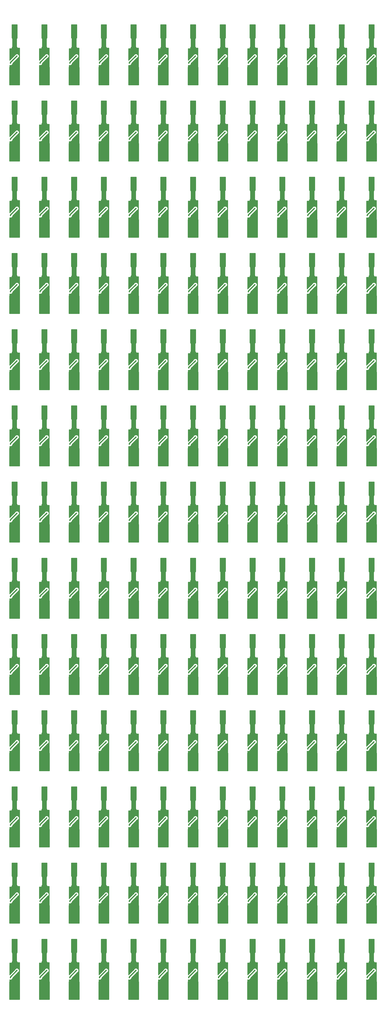
<source format=gbl>
G04 #@! TF.FileFunction,Copper,L2,Bot,Signal*
%FSLAX46Y46*%
G04 Gerber Fmt 4.6, Leading zero omitted, Abs format (unit mm)*
G04 Created by KiCad (PCBNEW 4.0.2-4+6225~38~ubuntu14.04.1-stable) date Mon 16 May 2016 16:09:22 BST*
%MOMM*%
G01*
G04 APERTURE LIST*
%ADD10C,0.100000*%
%ADD11C,0.600000*%
%ADD12C,0.500000*%
%ADD13C,0.254000*%
G04 APERTURE END LIST*
D10*
D11*
X174500000Y-420250000D03*
X162000000Y-420250000D03*
X149500000Y-420250000D03*
X137000000Y-420250000D03*
X124500000Y-420250000D03*
X112000000Y-420250000D03*
X99500000Y-420250000D03*
X87000000Y-420250000D03*
X74500000Y-420250000D03*
X62000000Y-420250000D03*
X49500000Y-420250000D03*
X37000000Y-420250000D03*
X24500000Y-420250000D03*
X174500000Y-388250000D03*
X162000000Y-388250000D03*
X149500000Y-388250000D03*
X137000000Y-388250000D03*
X124500000Y-388250000D03*
X112000000Y-388250000D03*
X99500000Y-388250000D03*
X87000000Y-388250000D03*
X74500000Y-388250000D03*
X62000000Y-388250000D03*
X49500000Y-388250000D03*
X37000000Y-388250000D03*
X24500000Y-388250000D03*
X174500000Y-356250000D03*
X162000000Y-356250000D03*
X149500000Y-356250000D03*
X137000000Y-356250000D03*
X124500000Y-356250000D03*
X112000000Y-356250000D03*
X99500000Y-356250000D03*
X87000000Y-356250000D03*
X74500000Y-356250000D03*
X62000000Y-356250000D03*
X49500000Y-356250000D03*
X37000000Y-356250000D03*
X24500000Y-356250000D03*
X174500000Y-324250000D03*
X162000000Y-324250000D03*
X149500000Y-324250000D03*
X137000000Y-324250000D03*
X124500000Y-324250000D03*
X112000000Y-324250000D03*
X99500000Y-324250000D03*
X87000000Y-324250000D03*
X74500000Y-324250000D03*
X62000000Y-324250000D03*
X49500000Y-324250000D03*
X37000000Y-324250000D03*
X24500000Y-324250000D03*
X174500000Y-292250000D03*
X162000000Y-292250000D03*
X149500000Y-292250000D03*
X137000000Y-292250000D03*
X124500000Y-292250000D03*
X112000000Y-292250000D03*
X99500000Y-292250000D03*
X87000000Y-292250000D03*
X74500000Y-292250000D03*
X62000000Y-292250000D03*
X49500000Y-292250000D03*
X37000000Y-292250000D03*
X24500000Y-292250000D03*
X174500000Y-260250000D03*
X162000000Y-260250000D03*
X149500000Y-260250000D03*
X137000000Y-260250000D03*
X124500000Y-260250000D03*
X112000000Y-260250000D03*
X99500000Y-260250000D03*
X87000000Y-260250000D03*
X74500000Y-260250000D03*
X62000000Y-260250000D03*
X49500000Y-260250000D03*
X37000000Y-260250000D03*
X24500000Y-260250000D03*
X174500000Y-228250000D03*
X162000000Y-228250000D03*
X149500000Y-228250000D03*
X137000000Y-228250000D03*
X124500000Y-228250000D03*
X112000000Y-228250000D03*
X99500000Y-228250000D03*
X87000000Y-228250000D03*
X74500000Y-228250000D03*
X62000000Y-228250000D03*
X49500000Y-228250000D03*
X37000000Y-228250000D03*
X24500000Y-228250000D03*
X174500000Y-196250000D03*
X162000000Y-196250000D03*
X149500000Y-196250000D03*
X137000000Y-196250000D03*
X124500000Y-196250000D03*
X112000000Y-196250000D03*
X99500000Y-196250000D03*
X87000000Y-196250000D03*
X74500000Y-196250000D03*
X62000000Y-196250000D03*
X49500000Y-196250000D03*
X37000000Y-196250000D03*
X24500000Y-196250000D03*
X174500000Y-164250000D03*
X162000000Y-164250000D03*
X149500000Y-164250000D03*
X137000000Y-164250000D03*
X124500000Y-164250000D03*
X112000000Y-164250000D03*
X99500000Y-164250000D03*
X87000000Y-164250000D03*
X74500000Y-164250000D03*
X62000000Y-164250000D03*
X49500000Y-164250000D03*
X37000000Y-164250000D03*
X24500000Y-164250000D03*
X174500000Y-132250000D03*
X162000000Y-132250000D03*
X149500000Y-132250000D03*
X137000000Y-132250000D03*
X124500000Y-132250000D03*
X112000000Y-132250000D03*
X99500000Y-132250000D03*
X87000000Y-132250000D03*
X74500000Y-132250000D03*
X62000000Y-132250000D03*
X49500000Y-132250000D03*
X37000000Y-132250000D03*
X24500000Y-132250000D03*
X174500000Y-100250000D03*
X162000000Y-100250000D03*
X149500000Y-100250000D03*
X137000000Y-100250000D03*
X124500000Y-100250000D03*
X112000000Y-100250000D03*
X99500000Y-100250000D03*
X87000000Y-100250000D03*
X74500000Y-100250000D03*
X62000000Y-100250000D03*
X49500000Y-100250000D03*
X37000000Y-100250000D03*
X24500000Y-100250000D03*
X174500000Y-68250000D03*
X162000000Y-68250000D03*
X149500000Y-68250000D03*
X137000000Y-68250000D03*
X124500000Y-68250000D03*
X112000000Y-68250000D03*
X99500000Y-68250000D03*
X87000000Y-68250000D03*
X74500000Y-68250000D03*
X62000000Y-68250000D03*
X49500000Y-68250000D03*
X37000000Y-68250000D03*
X24500000Y-68250000D03*
X174500000Y-36250000D03*
X162000000Y-36250000D03*
X149500000Y-36250000D03*
X137000000Y-36250000D03*
X124500000Y-36250000D03*
X112000000Y-36250000D03*
X99500000Y-36250000D03*
X87000000Y-36250000D03*
X74500000Y-36250000D03*
X62000000Y-36250000D03*
X49500000Y-36250000D03*
X37000000Y-36250000D03*
X24500000Y-36250000D03*
X171250000Y-419000000D03*
X158750000Y-419000000D03*
X146250000Y-419000000D03*
X133750000Y-419000000D03*
X121250000Y-419000000D03*
X108750000Y-419000000D03*
X96250000Y-419000000D03*
X83750000Y-419000000D03*
X71250000Y-419000000D03*
X58750000Y-419000000D03*
X46250000Y-419000000D03*
X33750000Y-419000000D03*
X21250000Y-419000000D03*
X171250000Y-387000000D03*
X158750000Y-387000000D03*
X146250000Y-387000000D03*
X133750000Y-387000000D03*
X121250000Y-387000000D03*
X108750000Y-387000000D03*
X96250000Y-387000000D03*
X83750000Y-387000000D03*
X71250000Y-387000000D03*
X58750000Y-387000000D03*
X46250000Y-387000000D03*
X33750000Y-387000000D03*
X21250000Y-387000000D03*
X171250000Y-355000000D03*
X158750000Y-355000000D03*
X146250000Y-355000000D03*
X133750000Y-355000000D03*
X121250000Y-355000000D03*
X108750000Y-355000000D03*
X96250000Y-355000000D03*
X83750000Y-355000000D03*
X71250000Y-355000000D03*
X58750000Y-355000000D03*
X46250000Y-355000000D03*
X33750000Y-355000000D03*
X21250000Y-355000000D03*
X171250000Y-323000000D03*
X158750000Y-323000000D03*
X146250000Y-323000000D03*
X133750000Y-323000000D03*
X121250000Y-323000000D03*
X108750000Y-323000000D03*
X96250000Y-323000000D03*
X83750000Y-323000000D03*
X71250000Y-323000000D03*
X58750000Y-323000000D03*
X46250000Y-323000000D03*
X33750000Y-323000000D03*
X21250000Y-323000000D03*
X171250000Y-291000000D03*
X158750000Y-291000000D03*
X146250000Y-291000000D03*
X133750000Y-291000000D03*
X121250000Y-291000000D03*
X108750000Y-291000000D03*
X96250000Y-291000000D03*
X83750000Y-291000000D03*
X71250000Y-291000000D03*
X58750000Y-291000000D03*
X46250000Y-291000000D03*
X33750000Y-291000000D03*
X21250000Y-291000000D03*
X171250000Y-259000000D03*
X158750000Y-259000000D03*
X146250000Y-259000000D03*
X133750000Y-259000000D03*
X121250000Y-259000000D03*
X108750000Y-259000000D03*
X96250000Y-259000000D03*
X83750000Y-259000000D03*
X71250000Y-259000000D03*
X58750000Y-259000000D03*
X46250000Y-259000000D03*
X33750000Y-259000000D03*
X21250000Y-259000000D03*
X171250000Y-227000000D03*
X158750000Y-227000000D03*
X146250000Y-227000000D03*
X133750000Y-227000000D03*
X121250000Y-227000000D03*
X108750000Y-227000000D03*
X96250000Y-227000000D03*
X83750000Y-227000000D03*
X71250000Y-227000000D03*
X58750000Y-227000000D03*
X46250000Y-227000000D03*
X33750000Y-227000000D03*
X21250000Y-227000000D03*
X171250000Y-195000000D03*
X158750000Y-195000000D03*
X146250000Y-195000000D03*
X133750000Y-195000000D03*
X121250000Y-195000000D03*
X108750000Y-195000000D03*
X96250000Y-195000000D03*
X83750000Y-195000000D03*
X71250000Y-195000000D03*
X58750000Y-195000000D03*
X46250000Y-195000000D03*
X33750000Y-195000000D03*
X21250000Y-195000000D03*
X171250000Y-163000000D03*
X158750000Y-163000000D03*
X146250000Y-163000000D03*
X133750000Y-163000000D03*
X121250000Y-163000000D03*
X108750000Y-163000000D03*
X96250000Y-163000000D03*
X83750000Y-163000000D03*
X71250000Y-163000000D03*
X58750000Y-163000000D03*
X46250000Y-163000000D03*
X33750000Y-163000000D03*
X21250000Y-163000000D03*
X171250000Y-131000000D03*
X158750000Y-131000000D03*
X146250000Y-131000000D03*
X133750000Y-131000000D03*
X121250000Y-131000000D03*
X108750000Y-131000000D03*
X96250000Y-131000000D03*
X83750000Y-131000000D03*
X71250000Y-131000000D03*
X58750000Y-131000000D03*
X46250000Y-131000000D03*
X33750000Y-131000000D03*
X21250000Y-131000000D03*
X171250000Y-99000000D03*
X158750000Y-99000000D03*
X146250000Y-99000000D03*
X133750000Y-99000000D03*
X121250000Y-99000000D03*
X108750000Y-99000000D03*
X96250000Y-99000000D03*
X83750000Y-99000000D03*
X71250000Y-99000000D03*
X58750000Y-99000000D03*
X46250000Y-99000000D03*
X33750000Y-99000000D03*
X21250000Y-99000000D03*
X171250000Y-67000000D03*
X158750000Y-67000000D03*
X146250000Y-67000000D03*
X133750000Y-67000000D03*
X121250000Y-67000000D03*
X108750000Y-67000000D03*
X96250000Y-67000000D03*
X83750000Y-67000000D03*
X71250000Y-67000000D03*
X58750000Y-67000000D03*
X46250000Y-67000000D03*
X33750000Y-67000000D03*
X21250000Y-67000000D03*
X171250000Y-35000000D03*
X158750000Y-35000000D03*
X146250000Y-35000000D03*
X133750000Y-35000000D03*
X121250000Y-35000000D03*
X108750000Y-35000000D03*
X96250000Y-35000000D03*
X83750000Y-35000000D03*
X71250000Y-35000000D03*
X58750000Y-35000000D03*
X46250000Y-35000000D03*
X33750000Y-35000000D03*
X174000000Y-416000000D03*
X161500000Y-416000000D03*
X149000000Y-416000000D03*
X136500000Y-416000000D03*
X124000000Y-416000000D03*
X111500000Y-416000000D03*
X99000000Y-416000000D03*
X86500000Y-416000000D03*
X74000000Y-416000000D03*
X61500000Y-416000000D03*
X49000000Y-416000000D03*
X36500000Y-416000000D03*
X24000000Y-416000000D03*
X174000000Y-384000000D03*
X161500000Y-384000000D03*
X149000000Y-384000000D03*
X136500000Y-384000000D03*
X124000000Y-384000000D03*
X111500000Y-384000000D03*
X99000000Y-384000000D03*
X86500000Y-384000000D03*
X74000000Y-384000000D03*
X61500000Y-384000000D03*
X49000000Y-384000000D03*
X36500000Y-384000000D03*
X24000000Y-384000000D03*
X174000000Y-352000000D03*
X161500000Y-352000000D03*
X149000000Y-352000000D03*
X136500000Y-352000000D03*
X124000000Y-352000000D03*
X111500000Y-352000000D03*
X99000000Y-352000000D03*
X86500000Y-352000000D03*
X74000000Y-352000000D03*
X61500000Y-352000000D03*
X49000000Y-352000000D03*
X36500000Y-352000000D03*
X24000000Y-352000000D03*
X174000000Y-320000000D03*
X161500000Y-320000000D03*
X149000000Y-320000000D03*
X136500000Y-320000000D03*
X124000000Y-320000000D03*
X111500000Y-320000000D03*
X99000000Y-320000000D03*
X86500000Y-320000000D03*
X74000000Y-320000000D03*
X61500000Y-320000000D03*
X49000000Y-320000000D03*
X36500000Y-320000000D03*
X24000000Y-320000000D03*
X174000000Y-288000000D03*
X161500000Y-288000000D03*
X149000000Y-288000000D03*
X136500000Y-288000000D03*
X124000000Y-288000000D03*
X111500000Y-288000000D03*
X99000000Y-288000000D03*
X86500000Y-288000000D03*
X74000000Y-288000000D03*
X61500000Y-288000000D03*
X49000000Y-288000000D03*
X36500000Y-288000000D03*
X24000000Y-288000000D03*
X174000000Y-256000000D03*
X161500000Y-256000000D03*
X149000000Y-256000000D03*
X136500000Y-256000000D03*
X124000000Y-256000000D03*
X111500000Y-256000000D03*
X99000000Y-256000000D03*
X86500000Y-256000000D03*
X74000000Y-256000000D03*
X61500000Y-256000000D03*
X49000000Y-256000000D03*
X36500000Y-256000000D03*
X24000000Y-256000000D03*
X174000000Y-224000000D03*
X161500000Y-224000000D03*
X149000000Y-224000000D03*
X136500000Y-224000000D03*
X124000000Y-224000000D03*
X111500000Y-224000000D03*
X99000000Y-224000000D03*
X86500000Y-224000000D03*
X74000000Y-224000000D03*
X61500000Y-224000000D03*
X49000000Y-224000000D03*
X36500000Y-224000000D03*
X24000000Y-224000000D03*
X174000000Y-192000000D03*
X161500000Y-192000000D03*
X149000000Y-192000000D03*
X136500000Y-192000000D03*
X124000000Y-192000000D03*
X111500000Y-192000000D03*
X99000000Y-192000000D03*
X86500000Y-192000000D03*
X74000000Y-192000000D03*
X61500000Y-192000000D03*
X49000000Y-192000000D03*
X36500000Y-192000000D03*
X24000000Y-192000000D03*
X174000000Y-160000000D03*
X161500000Y-160000000D03*
X149000000Y-160000000D03*
X136500000Y-160000000D03*
X124000000Y-160000000D03*
X111500000Y-160000000D03*
X99000000Y-160000000D03*
X86500000Y-160000000D03*
X74000000Y-160000000D03*
X61500000Y-160000000D03*
X49000000Y-160000000D03*
X36500000Y-160000000D03*
X24000000Y-160000000D03*
X174000000Y-128000000D03*
X161500000Y-128000000D03*
X149000000Y-128000000D03*
X136500000Y-128000000D03*
X124000000Y-128000000D03*
X111500000Y-128000000D03*
X99000000Y-128000000D03*
X86500000Y-128000000D03*
X74000000Y-128000000D03*
X61500000Y-128000000D03*
X49000000Y-128000000D03*
X36500000Y-128000000D03*
X24000000Y-128000000D03*
X174000000Y-96000000D03*
X161500000Y-96000000D03*
X149000000Y-96000000D03*
X136500000Y-96000000D03*
X124000000Y-96000000D03*
X111500000Y-96000000D03*
X99000000Y-96000000D03*
X86500000Y-96000000D03*
X74000000Y-96000000D03*
X61500000Y-96000000D03*
X49000000Y-96000000D03*
X36500000Y-96000000D03*
X24000000Y-96000000D03*
X174000000Y-64000000D03*
X161500000Y-64000000D03*
X149000000Y-64000000D03*
X136500000Y-64000000D03*
X124000000Y-64000000D03*
X111500000Y-64000000D03*
X99000000Y-64000000D03*
X86500000Y-64000000D03*
X74000000Y-64000000D03*
X61500000Y-64000000D03*
X49000000Y-64000000D03*
X36500000Y-64000000D03*
X24000000Y-64000000D03*
X174000000Y-32000000D03*
X161500000Y-32000000D03*
X149000000Y-32000000D03*
X136500000Y-32000000D03*
X124000000Y-32000000D03*
X111500000Y-32000000D03*
X99000000Y-32000000D03*
X86500000Y-32000000D03*
X74000000Y-32000000D03*
X61500000Y-32000000D03*
X49000000Y-32000000D03*
X36500000Y-32000000D03*
X24000000Y-32000000D03*
X21250000Y-35000000D03*
D12*
X171250000Y-418750000D02*
X174000000Y-416000000D01*
X158750000Y-418750000D02*
X161500000Y-416000000D01*
X146250000Y-418750000D02*
X149000000Y-416000000D01*
X133750000Y-418750000D02*
X136500000Y-416000000D01*
X121250000Y-418750000D02*
X124000000Y-416000000D01*
X108750000Y-418750000D02*
X111500000Y-416000000D01*
X96250000Y-418750000D02*
X99000000Y-416000000D01*
X83750000Y-418750000D02*
X86500000Y-416000000D01*
X71250000Y-418750000D02*
X74000000Y-416000000D01*
X58750000Y-418750000D02*
X61500000Y-416000000D01*
X46250000Y-418750000D02*
X49000000Y-416000000D01*
X33750000Y-418750000D02*
X36500000Y-416000000D01*
X21250000Y-418750000D02*
X24000000Y-416000000D01*
X171250000Y-386750000D02*
X174000000Y-384000000D01*
X158750000Y-386750000D02*
X161500000Y-384000000D01*
X146250000Y-386750000D02*
X149000000Y-384000000D01*
X133750000Y-386750000D02*
X136500000Y-384000000D01*
X121250000Y-386750000D02*
X124000000Y-384000000D01*
X108750000Y-386750000D02*
X111500000Y-384000000D01*
X96250000Y-386750000D02*
X99000000Y-384000000D01*
X83750000Y-386750000D02*
X86500000Y-384000000D01*
X71250000Y-386750000D02*
X74000000Y-384000000D01*
X58750000Y-386750000D02*
X61500000Y-384000000D01*
X46250000Y-386750000D02*
X49000000Y-384000000D01*
X33750000Y-386750000D02*
X36500000Y-384000000D01*
X21250000Y-386750000D02*
X24000000Y-384000000D01*
X171250000Y-354750000D02*
X174000000Y-352000000D01*
X158750000Y-354750000D02*
X161500000Y-352000000D01*
X146250000Y-354750000D02*
X149000000Y-352000000D01*
X133750000Y-354750000D02*
X136500000Y-352000000D01*
X121250000Y-354750000D02*
X124000000Y-352000000D01*
X108750000Y-354750000D02*
X111500000Y-352000000D01*
X96250000Y-354750000D02*
X99000000Y-352000000D01*
X83750000Y-354750000D02*
X86500000Y-352000000D01*
X71250000Y-354750000D02*
X74000000Y-352000000D01*
X58750000Y-354750000D02*
X61500000Y-352000000D01*
X46250000Y-354750000D02*
X49000000Y-352000000D01*
X33750000Y-354750000D02*
X36500000Y-352000000D01*
X21250000Y-354750000D02*
X24000000Y-352000000D01*
X171250000Y-322750000D02*
X174000000Y-320000000D01*
X158750000Y-322750000D02*
X161500000Y-320000000D01*
X146250000Y-322750000D02*
X149000000Y-320000000D01*
X133750000Y-322750000D02*
X136500000Y-320000000D01*
X121250000Y-322750000D02*
X124000000Y-320000000D01*
X108750000Y-322750000D02*
X111500000Y-320000000D01*
X96250000Y-322750000D02*
X99000000Y-320000000D01*
X83750000Y-322750000D02*
X86500000Y-320000000D01*
X71250000Y-322750000D02*
X74000000Y-320000000D01*
X58750000Y-322750000D02*
X61500000Y-320000000D01*
X46250000Y-322750000D02*
X49000000Y-320000000D01*
X33750000Y-322750000D02*
X36500000Y-320000000D01*
X21250000Y-322750000D02*
X24000000Y-320000000D01*
X171250000Y-290750000D02*
X174000000Y-288000000D01*
X158750000Y-290750000D02*
X161500000Y-288000000D01*
X146250000Y-290750000D02*
X149000000Y-288000000D01*
X133750000Y-290750000D02*
X136500000Y-288000000D01*
X121250000Y-290750000D02*
X124000000Y-288000000D01*
X108750000Y-290750000D02*
X111500000Y-288000000D01*
X96250000Y-290750000D02*
X99000000Y-288000000D01*
X83750000Y-290750000D02*
X86500000Y-288000000D01*
X71250000Y-290750000D02*
X74000000Y-288000000D01*
X58750000Y-290750000D02*
X61500000Y-288000000D01*
X46250000Y-290750000D02*
X49000000Y-288000000D01*
X33750000Y-290750000D02*
X36500000Y-288000000D01*
X21250000Y-290750000D02*
X24000000Y-288000000D01*
X171250000Y-258750000D02*
X174000000Y-256000000D01*
X158750000Y-258750000D02*
X161500000Y-256000000D01*
X146250000Y-258750000D02*
X149000000Y-256000000D01*
X133750000Y-258750000D02*
X136500000Y-256000000D01*
X121250000Y-258750000D02*
X124000000Y-256000000D01*
X108750000Y-258750000D02*
X111500000Y-256000000D01*
X96250000Y-258750000D02*
X99000000Y-256000000D01*
X83750000Y-258750000D02*
X86500000Y-256000000D01*
X71250000Y-258750000D02*
X74000000Y-256000000D01*
X58750000Y-258750000D02*
X61500000Y-256000000D01*
X46250000Y-258750000D02*
X49000000Y-256000000D01*
X33750000Y-258750000D02*
X36500000Y-256000000D01*
X21250000Y-258750000D02*
X24000000Y-256000000D01*
X171250000Y-226750000D02*
X174000000Y-224000000D01*
X158750000Y-226750000D02*
X161500000Y-224000000D01*
X146250000Y-226750000D02*
X149000000Y-224000000D01*
X133750000Y-226750000D02*
X136500000Y-224000000D01*
X121250000Y-226750000D02*
X124000000Y-224000000D01*
X108750000Y-226750000D02*
X111500000Y-224000000D01*
X96250000Y-226750000D02*
X99000000Y-224000000D01*
X83750000Y-226750000D02*
X86500000Y-224000000D01*
X71250000Y-226750000D02*
X74000000Y-224000000D01*
X58750000Y-226750000D02*
X61500000Y-224000000D01*
X46250000Y-226750000D02*
X49000000Y-224000000D01*
X33750000Y-226750000D02*
X36500000Y-224000000D01*
X21250000Y-226750000D02*
X24000000Y-224000000D01*
X171250000Y-194750000D02*
X174000000Y-192000000D01*
X158750000Y-194750000D02*
X161500000Y-192000000D01*
X146250000Y-194750000D02*
X149000000Y-192000000D01*
X133750000Y-194750000D02*
X136500000Y-192000000D01*
X121250000Y-194750000D02*
X124000000Y-192000000D01*
X108750000Y-194750000D02*
X111500000Y-192000000D01*
X96250000Y-194750000D02*
X99000000Y-192000000D01*
X83750000Y-194750000D02*
X86500000Y-192000000D01*
X71250000Y-194750000D02*
X74000000Y-192000000D01*
X58750000Y-194750000D02*
X61500000Y-192000000D01*
X46250000Y-194750000D02*
X49000000Y-192000000D01*
X33750000Y-194750000D02*
X36500000Y-192000000D01*
X21250000Y-194750000D02*
X24000000Y-192000000D01*
X171250000Y-162750000D02*
X174000000Y-160000000D01*
X158750000Y-162750000D02*
X161500000Y-160000000D01*
X146250000Y-162750000D02*
X149000000Y-160000000D01*
X133750000Y-162750000D02*
X136500000Y-160000000D01*
X121250000Y-162750000D02*
X124000000Y-160000000D01*
X108750000Y-162750000D02*
X111500000Y-160000000D01*
X96250000Y-162750000D02*
X99000000Y-160000000D01*
X83750000Y-162750000D02*
X86500000Y-160000000D01*
X71250000Y-162750000D02*
X74000000Y-160000000D01*
X58750000Y-162750000D02*
X61500000Y-160000000D01*
X46250000Y-162750000D02*
X49000000Y-160000000D01*
X33750000Y-162750000D02*
X36500000Y-160000000D01*
X21250000Y-162750000D02*
X24000000Y-160000000D01*
X171250000Y-130750000D02*
X174000000Y-128000000D01*
X158750000Y-130750000D02*
X161500000Y-128000000D01*
X146250000Y-130750000D02*
X149000000Y-128000000D01*
X133750000Y-130750000D02*
X136500000Y-128000000D01*
X121250000Y-130750000D02*
X124000000Y-128000000D01*
X108750000Y-130750000D02*
X111500000Y-128000000D01*
X96250000Y-130750000D02*
X99000000Y-128000000D01*
X83750000Y-130750000D02*
X86500000Y-128000000D01*
X71250000Y-130750000D02*
X74000000Y-128000000D01*
X58750000Y-130750000D02*
X61500000Y-128000000D01*
X46250000Y-130750000D02*
X49000000Y-128000000D01*
X33750000Y-130750000D02*
X36500000Y-128000000D01*
X21250000Y-130750000D02*
X24000000Y-128000000D01*
X171250000Y-98750000D02*
X174000000Y-96000000D01*
X158750000Y-98750000D02*
X161500000Y-96000000D01*
X146250000Y-98750000D02*
X149000000Y-96000000D01*
X133750000Y-98750000D02*
X136500000Y-96000000D01*
X121250000Y-98750000D02*
X124000000Y-96000000D01*
X108750000Y-98750000D02*
X111500000Y-96000000D01*
X96250000Y-98750000D02*
X99000000Y-96000000D01*
X83750000Y-98750000D02*
X86500000Y-96000000D01*
X71250000Y-98750000D02*
X74000000Y-96000000D01*
X58750000Y-98750000D02*
X61500000Y-96000000D01*
X46250000Y-98750000D02*
X49000000Y-96000000D01*
X33750000Y-98750000D02*
X36500000Y-96000000D01*
X21250000Y-98750000D02*
X24000000Y-96000000D01*
X171250000Y-66750000D02*
X174000000Y-64000000D01*
X158750000Y-66750000D02*
X161500000Y-64000000D01*
X146250000Y-66750000D02*
X149000000Y-64000000D01*
X133750000Y-66750000D02*
X136500000Y-64000000D01*
X121250000Y-66750000D02*
X124000000Y-64000000D01*
X108750000Y-66750000D02*
X111500000Y-64000000D01*
X96250000Y-66750000D02*
X99000000Y-64000000D01*
X83750000Y-66750000D02*
X86500000Y-64000000D01*
X71250000Y-66750000D02*
X74000000Y-64000000D01*
X58750000Y-66750000D02*
X61500000Y-64000000D01*
X46250000Y-66750000D02*
X49000000Y-64000000D01*
X33750000Y-66750000D02*
X36500000Y-64000000D01*
X21250000Y-66750000D02*
X24000000Y-64000000D01*
X171250000Y-34750000D02*
X174000000Y-32000000D01*
X158750000Y-34750000D02*
X161500000Y-32000000D01*
X146250000Y-34750000D02*
X149000000Y-32000000D01*
X133750000Y-34750000D02*
X136500000Y-32000000D01*
X121250000Y-34750000D02*
X124000000Y-32000000D01*
X108750000Y-34750000D02*
X111500000Y-32000000D01*
X96250000Y-34750000D02*
X99000000Y-32000000D01*
X83750000Y-34750000D02*
X86500000Y-32000000D01*
X71250000Y-34750000D02*
X74000000Y-32000000D01*
X58750000Y-34750000D02*
X61500000Y-32000000D01*
X46250000Y-34750000D02*
X49000000Y-32000000D01*
X33750000Y-34750000D02*
X36500000Y-32000000D01*
X171250000Y-419000000D02*
X171250000Y-418750000D01*
X158750000Y-419000000D02*
X158750000Y-418750000D01*
X146250000Y-419000000D02*
X146250000Y-418750000D01*
X133750000Y-419000000D02*
X133750000Y-418750000D01*
X121250000Y-419000000D02*
X121250000Y-418750000D01*
X108750000Y-419000000D02*
X108750000Y-418750000D01*
X96250000Y-419000000D02*
X96250000Y-418750000D01*
X83750000Y-419000000D02*
X83750000Y-418750000D01*
X71250000Y-419000000D02*
X71250000Y-418750000D01*
X58750000Y-419000000D02*
X58750000Y-418750000D01*
X46250000Y-419000000D02*
X46250000Y-418750000D01*
X33750000Y-419000000D02*
X33750000Y-418750000D01*
X21250000Y-419000000D02*
X21250000Y-418750000D01*
X171250000Y-387000000D02*
X171250000Y-386750000D01*
X158750000Y-387000000D02*
X158750000Y-386750000D01*
X146250000Y-387000000D02*
X146250000Y-386750000D01*
X133750000Y-387000000D02*
X133750000Y-386750000D01*
X121250000Y-387000000D02*
X121250000Y-386750000D01*
X108750000Y-387000000D02*
X108750000Y-386750000D01*
X96250000Y-387000000D02*
X96250000Y-386750000D01*
X83750000Y-387000000D02*
X83750000Y-386750000D01*
X71250000Y-387000000D02*
X71250000Y-386750000D01*
X58750000Y-387000000D02*
X58750000Y-386750000D01*
X46250000Y-387000000D02*
X46250000Y-386750000D01*
X33750000Y-387000000D02*
X33750000Y-386750000D01*
X21250000Y-387000000D02*
X21250000Y-386750000D01*
X171250000Y-355000000D02*
X171250000Y-354750000D01*
X158750000Y-355000000D02*
X158750000Y-354750000D01*
X146250000Y-355000000D02*
X146250000Y-354750000D01*
X133750000Y-355000000D02*
X133750000Y-354750000D01*
X121250000Y-355000000D02*
X121250000Y-354750000D01*
X108750000Y-355000000D02*
X108750000Y-354750000D01*
X96250000Y-355000000D02*
X96250000Y-354750000D01*
X83750000Y-355000000D02*
X83750000Y-354750000D01*
X71250000Y-355000000D02*
X71250000Y-354750000D01*
X58750000Y-355000000D02*
X58750000Y-354750000D01*
X46250000Y-355000000D02*
X46250000Y-354750000D01*
X33750000Y-355000000D02*
X33750000Y-354750000D01*
X21250000Y-355000000D02*
X21250000Y-354750000D01*
X171250000Y-323000000D02*
X171250000Y-322750000D01*
X158750000Y-323000000D02*
X158750000Y-322750000D01*
X146250000Y-323000000D02*
X146250000Y-322750000D01*
X133750000Y-323000000D02*
X133750000Y-322750000D01*
X121250000Y-323000000D02*
X121250000Y-322750000D01*
X108750000Y-323000000D02*
X108750000Y-322750000D01*
X96250000Y-323000000D02*
X96250000Y-322750000D01*
X83750000Y-323000000D02*
X83750000Y-322750000D01*
X71250000Y-323000000D02*
X71250000Y-322750000D01*
X58750000Y-323000000D02*
X58750000Y-322750000D01*
X46250000Y-323000000D02*
X46250000Y-322750000D01*
X33750000Y-323000000D02*
X33750000Y-322750000D01*
X21250000Y-323000000D02*
X21250000Y-322750000D01*
X171250000Y-291000000D02*
X171250000Y-290750000D01*
X158750000Y-291000000D02*
X158750000Y-290750000D01*
X146250000Y-291000000D02*
X146250000Y-290750000D01*
X133750000Y-291000000D02*
X133750000Y-290750000D01*
X121250000Y-291000000D02*
X121250000Y-290750000D01*
X108750000Y-291000000D02*
X108750000Y-290750000D01*
X96250000Y-291000000D02*
X96250000Y-290750000D01*
X83750000Y-291000000D02*
X83750000Y-290750000D01*
X71250000Y-291000000D02*
X71250000Y-290750000D01*
X58750000Y-291000000D02*
X58750000Y-290750000D01*
X46250000Y-291000000D02*
X46250000Y-290750000D01*
X33750000Y-291000000D02*
X33750000Y-290750000D01*
X21250000Y-291000000D02*
X21250000Y-290750000D01*
X171250000Y-259000000D02*
X171250000Y-258750000D01*
X158750000Y-259000000D02*
X158750000Y-258750000D01*
X146250000Y-259000000D02*
X146250000Y-258750000D01*
X133750000Y-259000000D02*
X133750000Y-258750000D01*
X121250000Y-259000000D02*
X121250000Y-258750000D01*
X108750000Y-259000000D02*
X108750000Y-258750000D01*
X96250000Y-259000000D02*
X96250000Y-258750000D01*
X83750000Y-259000000D02*
X83750000Y-258750000D01*
X71250000Y-259000000D02*
X71250000Y-258750000D01*
X58750000Y-259000000D02*
X58750000Y-258750000D01*
X46250000Y-259000000D02*
X46250000Y-258750000D01*
X33750000Y-259000000D02*
X33750000Y-258750000D01*
X21250000Y-259000000D02*
X21250000Y-258750000D01*
X171250000Y-227000000D02*
X171250000Y-226750000D01*
X158750000Y-227000000D02*
X158750000Y-226750000D01*
X146250000Y-227000000D02*
X146250000Y-226750000D01*
X133750000Y-227000000D02*
X133750000Y-226750000D01*
X121250000Y-227000000D02*
X121250000Y-226750000D01*
X108750000Y-227000000D02*
X108750000Y-226750000D01*
X96250000Y-227000000D02*
X96250000Y-226750000D01*
X83750000Y-227000000D02*
X83750000Y-226750000D01*
X71250000Y-227000000D02*
X71250000Y-226750000D01*
X58750000Y-227000000D02*
X58750000Y-226750000D01*
X46250000Y-227000000D02*
X46250000Y-226750000D01*
X33750000Y-227000000D02*
X33750000Y-226750000D01*
X21250000Y-227000000D02*
X21250000Y-226750000D01*
X171250000Y-195000000D02*
X171250000Y-194750000D01*
X158750000Y-195000000D02*
X158750000Y-194750000D01*
X146250000Y-195000000D02*
X146250000Y-194750000D01*
X133750000Y-195000000D02*
X133750000Y-194750000D01*
X121250000Y-195000000D02*
X121250000Y-194750000D01*
X108750000Y-195000000D02*
X108750000Y-194750000D01*
X96250000Y-195000000D02*
X96250000Y-194750000D01*
X83750000Y-195000000D02*
X83750000Y-194750000D01*
X71250000Y-195000000D02*
X71250000Y-194750000D01*
X58750000Y-195000000D02*
X58750000Y-194750000D01*
X46250000Y-195000000D02*
X46250000Y-194750000D01*
X33750000Y-195000000D02*
X33750000Y-194750000D01*
X21250000Y-195000000D02*
X21250000Y-194750000D01*
X171250000Y-163000000D02*
X171250000Y-162750000D01*
X158750000Y-163000000D02*
X158750000Y-162750000D01*
X146250000Y-163000000D02*
X146250000Y-162750000D01*
X133750000Y-163000000D02*
X133750000Y-162750000D01*
X121250000Y-163000000D02*
X121250000Y-162750000D01*
X108750000Y-163000000D02*
X108750000Y-162750000D01*
X96250000Y-163000000D02*
X96250000Y-162750000D01*
X83750000Y-163000000D02*
X83750000Y-162750000D01*
X71250000Y-163000000D02*
X71250000Y-162750000D01*
X58750000Y-163000000D02*
X58750000Y-162750000D01*
X46250000Y-163000000D02*
X46250000Y-162750000D01*
X33750000Y-163000000D02*
X33750000Y-162750000D01*
X21250000Y-163000000D02*
X21250000Y-162750000D01*
X171250000Y-131000000D02*
X171250000Y-130750000D01*
X158750000Y-131000000D02*
X158750000Y-130750000D01*
X146250000Y-131000000D02*
X146250000Y-130750000D01*
X133750000Y-131000000D02*
X133750000Y-130750000D01*
X121250000Y-131000000D02*
X121250000Y-130750000D01*
X108750000Y-131000000D02*
X108750000Y-130750000D01*
X96250000Y-131000000D02*
X96250000Y-130750000D01*
X83750000Y-131000000D02*
X83750000Y-130750000D01*
X71250000Y-131000000D02*
X71250000Y-130750000D01*
X58750000Y-131000000D02*
X58750000Y-130750000D01*
X46250000Y-131000000D02*
X46250000Y-130750000D01*
X33750000Y-131000000D02*
X33750000Y-130750000D01*
X21250000Y-131000000D02*
X21250000Y-130750000D01*
X171250000Y-99000000D02*
X171250000Y-98750000D01*
X158750000Y-99000000D02*
X158750000Y-98750000D01*
X146250000Y-99000000D02*
X146250000Y-98750000D01*
X133750000Y-99000000D02*
X133750000Y-98750000D01*
X121250000Y-99000000D02*
X121250000Y-98750000D01*
X108750000Y-99000000D02*
X108750000Y-98750000D01*
X96250000Y-99000000D02*
X96250000Y-98750000D01*
X83750000Y-99000000D02*
X83750000Y-98750000D01*
X71250000Y-99000000D02*
X71250000Y-98750000D01*
X58750000Y-99000000D02*
X58750000Y-98750000D01*
X46250000Y-99000000D02*
X46250000Y-98750000D01*
X33750000Y-99000000D02*
X33750000Y-98750000D01*
X21250000Y-99000000D02*
X21250000Y-98750000D01*
X171250000Y-67000000D02*
X171250000Y-66750000D01*
X158750000Y-67000000D02*
X158750000Y-66750000D01*
X146250000Y-67000000D02*
X146250000Y-66750000D01*
X133750000Y-67000000D02*
X133750000Y-66750000D01*
X121250000Y-67000000D02*
X121250000Y-66750000D01*
X108750000Y-67000000D02*
X108750000Y-66750000D01*
X96250000Y-67000000D02*
X96250000Y-66750000D01*
X83750000Y-67000000D02*
X83750000Y-66750000D01*
X71250000Y-67000000D02*
X71250000Y-66750000D01*
X58750000Y-67000000D02*
X58750000Y-66750000D01*
X46250000Y-67000000D02*
X46250000Y-66750000D01*
X33750000Y-67000000D02*
X33750000Y-66750000D01*
X21250000Y-67000000D02*
X21250000Y-66750000D01*
X171250000Y-35000000D02*
X171250000Y-34750000D01*
X158750000Y-35000000D02*
X158750000Y-34750000D01*
X146250000Y-35000000D02*
X146250000Y-34750000D01*
X133750000Y-35000000D02*
X133750000Y-34750000D01*
X121250000Y-35000000D02*
X121250000Y-34750000D01*
X108750000Y-35000000D02*
X108750000Y-34750000D01*
X96250000Y-35000000D02*
X96250000Y-34750000D01*
X83750000Y-35000000D02*
X83750000Y-34750000D01*
X71250000Y-35000000D02*
X71250000Y-34750000D01*
X58750000Y-35000000D02*
X58750000Y-34750000D01*
X46250000Y-35000000D02*
X46250000Y-34750000D01*
X33750000Y-35000000D02*
X33750000Y-34750000D01*
X21250000Y-35000000D02*
X21250000Y-34750000D01*
X21250000Y-34750000D02*
X24000000Y-32000000D01*
D13*
G36*
X24123000Y-24377300D02*
X24065632Y-24415632D01*
X23917143Y-24637862D01*
X23865000Y-24900000D01*
X23865000Y-27900000D01*
X23917143Y-28162138D01*
X24065632Y-28384368D01*
X24123000Y-28422700D01*
X24123000Y-28500000D01*
X24133006Y-28549410D01*
X24161447Y-28591035D01*
X24203841Y-28618315D01*
X24250000Y-28627000D01*
X25065000Y-28627000D01*
X25065000Y-36500000D01*
X25117143Y-36762138D01*
X25123000Y-36770904D01*
X25123000Y-44123000D01*
X20877000Y-44123000D01*
X20877000Y-36770904D01*
X20882857Y-36762138D01*
X20935000Y-36500000D01*
X20935000Y-35881604D01*
X21063201Y-35934838D01*
X21435167Y-35935162D01*
X21778943Y-35793117D01*
X22042192Y-35530327D01*
X22184838Y-35186799D01*
X22184943Y-35066637D01*
X24408834Y-32842745D01*
X24528943Y-32793117D01*
X24792192Y-32530327D01*
X24934838Y-32186799D01*
X24935162Y-31814833D01*
X24793117Y-31471057D01*
X24530327Y-31207808D01*
X24186799Y-31065162D01*
X23814833Y-31064838D01*
X23471057Y-31206883D01*
X23207808Y-31469673D01*
X23157434Y-31590987D01*
X20935000Y-33813420D01*
X20935000Y-28877000D01*
X21750000Y-28877000D01*
X21799410Y-28866994D01*
X21841035Y-28838553D01*
X21868315Y-28796159D01*
X21877000Y-28750000D01*
X21877000Y-28422700D01*
X21934368Y-28384368D01*
X22082857Y-28162138D01*
X22135000Y-27900000D01*
X22135000Y-24900000D01*
X22082857Y-24637862D01*
X21934368Y-24415632D01*
X21877000Y-24377300D01*
X21877000Y-18835000D01*
X24123000Y-18835000D01*
X24123000Y-24377300D01*
X24123000Y-24377300D01*
G37*
X24123000Y-24377300D02*
X24065632Y-24415632D01*
X23917143Y-24637862D01*
X23865000Y-24900000D01*
X23865000Y-27900000D01*
X23917143Y-28162138D01*
X24065632Y-28384368D01*
X24123000Y-28422700D01*
X24123000Y-28500000D01*
X24133006Y-28549410D01*
X24161447Y-28591035D01*
X24203841Y-28618315D01*
X24250000Y-28627000D01*
X25065000Y-28627000D01*
X25065000Y-36500000D01*
X25117143Y-36762138D01*
X25123000Y-36770904D01*
X25123000Y-44123000D01*
X20877000Y-44123000D01*
X20877000Y-36770904D01*
X20882857Y-36762138D01*
X20935000Y-36500000D01*
X20935000Y-35881604D01*
X21063201Y-35934838D01*
X21435167Y-35935162D01*
X21778943Y-35793117D01*
X22042192Y-35530327D01*
X22184838Y-35186799D01*
X22184943Y-35066637D01*
X24408834Y-32842745D01*
X24528943Y-32793117D01*
X24792192Y-32530327D01*
X24934838Y-32186799D01*
X24935162Y-31814833D01*
X24793117Y-31471057D01*
X24530327Y-31207808D01*
X24186799Y-31065162D01*
X23814833Y-31064838D01*
X23471057Y-31206883D01*
X23207808Y-31469673D01*
X23157434Y-31590987D01*
X20935000Y-33813420D01*
X20935000Y-28877000D01*
X21750000Y-28877000D01*
X21799410Y-28866994D01*
X21841035Y-28838553D01*
X21868315Y-28796159D01*
X21877000Y-28750000D01*
X21877000Y-28422700D01*
X21934368Y-28384368D01*
X22082857Y-28162138D01*
X22135000Y-27900000D01*
X22135000Y-24900000D01*
X22082857Y-24637862D01*
X21934368Y-24415632D01*
X21877000Y-24377300D01*
X21877000Y-18835000D01*
X24123000Y-18835000D01*
X24123000Y-24377300D01*
G36*
X36623000Y-24377300D02*
X36565632Y-24415632D01*
X36417143Y-24637862D01*
X36365000Y-24900000D01*
X36365000Y-27900000D01*
X36417143Y-28162138D01*
X36565632Y-28384368D01*
X36623000Y-28422700D01*
X36623000Y-28500000D01*
X36633006Y-28549410D01*
X36661447Y-28591035D01*
X36703841Y-28618315D01*
X36750000Y-28627000D01*
X37565000Y-28627000D01*
X37565000Y-36500000D01*
X37617143Y-36762138D01*
X37623000Y-36770904D01*
X37623000Y-44123000D01*
X33377000Y-44123000D01*
X33377000Y-36770904D01*
X33382857Y-36762138D01*
X33435000Y-36500000D01*
X33435000Y-35881604D01*
X33563201Y-35934838D01*
X33935167Y-35935162D01*
X34278943Y-35793117D01*
X34542192Y-35530327D01*
X34684838Y-35186799D01*
X34684943Y-35066637D01*
X36908834Y-32842745D01*
X37028943Y-32793117D01*
X37292192Y-32530327D01*
X37434838Y-32186799D01*
X37435162Y-31814833D01*
X37293117Y-31471057D01*
X37030327Y-31207808D01*
X36686799Y-31065162D01*
X36314833Y-31064838D01*
X35971057Y-31206883D01*
X35707808Y-31469673D01*
X35657434Y-31590987D01*
X33435000Y-33813420D01*
X33435000Y-28877000D01*
X34250000Y-28877000D01*
X34299410Y-28866994D01*
X34341035Y-28838553D01*
X34368315Y-28796159D01*
X34377000Y-28750000D01*
X34377000Y-28422700D01*
X34434368Y-28384368D01*
X34582857Y-28162138D01*
X34635000Y-27900000D01*
X34635000Y-24900000D01*
X34582857Y-24637862D01*
X34434368Y-24415632D01*
X34377000Y-24377300D01*
X34377000Y-18835000D01*
X36623000Y-18835000D01*
X36623000Y-24377300D01*
X36623000Y-24377300D01*
G37*
X36623000Y-24377300D02*
X36565632Y-24415632D01*
X36417143Y-24637862D01*
X36365000Y-24900000D01*
X36365000Y-27900000D01*
X36417143Y-28162138D01*
X36565632Y-28384368D01*
X36623000Y-28422700D01*
X36623000Y-28500000D01*
X36633006Y-28549410D01*
X36661447Y-28591035D01*
X36703841Y-28618315D01*
X36750000Y-28627000D01*
X37565000Y-28627000D01*
X37565000Y-36500000D01*
X37617143Y-36762138D01*
X37623000Y-36770904D01*
X37623000Y-44123000D01*
X33377000Y-44123000D01*
X33377000Y-36770904D01*
X33382857Y-36762138D01*
X33435000Y-36500000D01*
X33435000Y-35881604D01*
X33563201Y-35934838D01*
X33935167Y-35935162D01*
X34278943Y-35793117D01*
X34542192Y-35530327D01*
X34684838Y-35186799D01*
X34684943Y-35066637D01*
X36908834Y-32842745D01*
X37028943Y-32793117D01*
X37292192Y-32530327D01*
X37434838Y-32186799D01*
X37435162Y-31814833D01*
X37293117Y-31471057D01*
X37030327Y-31207808D01*
X36686799Y-31065162D01*
X36314833Y-31064838D01*
X35971057Y-31206883D01*
X35707808Y-31469673D01*
X35657434Y-31590987D01*
X33435000Y-33813420D01*
X33435000Y-28877000D01*
X34250000Y-28877000D01*
X34299410Y-28866994D01*
X34341035Y-28838553D01*
X34368315Y-28796159D01*
X34377000Y-28750000D01*
X34377000Y-28422700D01*
X34434368Y-28384368D01*
X34582857Y-28162138D01*
X34635000Y-27900000D01*
X34635000Y-24900000D01*
X34582857Y-24637862D01*
X34434368Y-24415632D01*
X34377000Y-24377300D01*
X34377000Y-18835000D01*
X36623000Y-18835000D01*
X36623000Y-24377300D01*
G36*
X49123000Y-24377300D02*
X49065632Y-24415632D01*
X48917143Y-24637862D01*
X48865000Y-24900000D01*
X48865000Y-27900000D01*
X48917143Y-28162138D01*
X49065632Y-28384368D01*
X49123000Y-28422700D01*
X49123000Y-28500000D01*
X49133006Y-28549410D01*
X49161447Y-28591035D01*
X49203841Y-28618315D01*
X49250000Y-28627000D01*
X50065000Y-28627000D01*
X50065000Y-36500000D01*
X50117143Y-36762138D01*
X50123000Y-36770904D01*
X50123000Y-44123000D01*
X45877000Y-44123000D01*
X45877000Y-36770904D01*
X45882857Y-36762138D01*
X45935000Y-36500000D01*
X45935000Y-35881604D01*
X46063201Y-35934838D01*
X46435167Y-35935162D01*
X46778943Y-35793117D01*
X47042192Y-35530327D01*
X47184838Y-35186799D01*
X47184943Y-35066637D01*
X49408834Y-32842745D01*
X49528943Y-32793117D01*
X49792192Y-32530327D01*
X49934838Y-32186799D01*
X49935162Y-31814833D01*
X49793117Y-31471057D01*
X49530327Y-31207808D01*
X49186799Y-31065162D01*
X48814833Y-31064838D01*
X48471057Y-31206883D01*
X48207808Y-31469673D01*
X48157434Y-31590987D01*
X45935000Y-33813420D01*
X45935000Y-28877000D01*
X46750000Y-28877000D01*
X46799410Y-28866994D01*
X46841035Y-28838553D01*
X46868315Y-28796159D01*
X46877000Y-28750000D01*
X46877000Y-28422700D01*
X46934368Y-28384368D01*
X47082857Y-28162138D01*
X47135000Y-27900000D01*
X47135000Y-24900000D01*
X47082857Y-24637862D01*
X46934368Y-24415632D01*
X46877000Y-24377300D01*
X46877000Y-18835000D01*
X49123000Y-18835000D01*
X49123000Y-24377300D01*
X49123000Y-24377300D01*
G37*
X49123000Y-24377300D02*
X49065632Y-24415632D01*
X48917143Y-24637862D01*
X48865000Y-24900000D01*
X48865000Y-27900000D01*
X48917143Y-28162138D01*
X49065632Y-28384368D01*
X49123000Y-28422700D01*
X49123000Y-28500000D01*
X49133006Y-28549410D01*
X49161447Y-28591035D01*
X49203841Y-28618315D01*
X49250000Y-28627000D01*
X50065000Y-28627000D01*
X50065000Y-36500000D01*
X50117143Y-36762138D01*
X50123000Y-36770904D01*
X50123000Y-44123000D01*
X45877000Y-44123000D01*
X45877000Y-36770904D01*
X45882857Y-36762138D01*
X45935000Y-36500000D01*
X45935000Y-35881604D01*
X46063201Y-35934838D01*
X46435167Y-35935162D01*
X46778943Y-35793117D01*
X47042192Y-35530327D01*
X47184838Y-35186799D01*
X47184943Y-35066637D01*
X49408834Y-32842745D01*
X49528943Y-32793117D01*
X49792192Y-32530327D01*
X49934838Y-32186799D01*
X49935162Y-31814833D01*
X49793117Y-31471057D01*
X49530327Y-31207808D01*
X49186799Y-31065162D01*
X48814833Y-31064838D01*
X48471057Y-31206883D01*
X48207808Y-31469673D01*
X48157434Y-31590987D01*
X45935000Y-33813420D01*
X45935000Y-28877000D01*
X46750000Y-28877000D01*
X46799410Y-28866994D01*
X46841035Y-28838553D01*
X46868315Y-28796159D01*
X46877000Y-28750000D01*
X46877000Y-28422700D01*
X46934368Y-28384368D01*
X47082857Y-28162138D01*
X47135000Y-27900000D01*
X47135000Y-24900000D01*
X47082857Y-24637862D01*
X46934368Y-24415632D01*
X46877000Y-24377300D01*
X46877000Y-18835000D01*
X49123000Y-18835000D01*
X49123000Y-24377300D01*
G36*
X61623000Y-24377300D02*
X61565632Y-24415632D01*
X61417143Y-24637862D01*
X61365000Y-24900000D01*
X61365000Y-27900000D01*
X61417143Y-28162138D01*
X61565632Y-28384368D01*
X61623000Y-28422700D01*
X61623000Y-28500000D01*
X61633006Y-28549410D01*
X61661447Y-28591035D01*
X61703841Y-28618315D01*
X61750000Y-28627000D01*
X62565000Y-28627000D01*
X62565000Y-36500000D01*
X62617143Y-36762138D01*
X62623000Y-36770904D01*
X62623000Y-44123000D01*
X58377000Y-44123000D01*
X58377000Y-36770904D01*
X58382857Y-36762138D01*
X58435000Y-36500000D01*
X58435000Y-35881604D01*
X58563201Y-35934838D01*
X58935167Y-35935162D01*
X59278943Y-35793117D01*
X59542192Y-35530327D01*
X59684838Y-35186799D01*
X59684943Y-35066637D01*
X61908834Y-32842745D01*
X62028943Y-32793117D01*
X62292192Y-32530327D01*
X62434838Y-32186799D01*
X62435162Y-31814833D01*
X62293117Y-31471057D01*
X62030327Y-31207808D01*
X61686799Y-31065162D01*
X61314833Y-31064838D01*
X60971057Y-31206883D01*
X60707808Y-31469673D01*
X60657434Y-31590987D01*
X58435000Y-33813420D01*
X58435000Y-28877000D01*
X59250000Y-28877000D01*
X59299410Y-28866994D01*
X59341035Y-28838553D01*
X59368315Y-28796159D01*
X59377000Y-28750000D01*
X59377000Y-28422700D01*
X59434368Y-28384368D01*
X59582857Y-28162138D01*
X59635000Y-27900000D01*
X59635000Y-24900000D01*
X59582857Y-24637862D01*
X59434368Y-24415632D01*
X59377000Y-24377300D01*
X59377000Y-18835000D01*
X61623000Y-18835000D01*
X61623000Y-24377300D01*
X61623000Y-24377300D01*
G37*
X61623000Y-24377300D02*
X61565632Y-24415632D01*
X61417143Y-24637862D01*
X61365000Y-24900000D01*
X61365000Y-27900000D01*
X61417143Y-28162138D01*
X61565632Y-28384368D01*
X61623000Y-28422700D01*
X61623000Y-28500000D01*
X61633006Y-28549410D01*
X61661447Y-28591035D01*
X61703841Y-28618315D01*
X61750000Y-28627000D01*
X62565000Y-28627000D01*
X62565000Y-36500000D01*
X62617143Y-36762138D01*
X62623000Y-36770904D01*
X62623000Y-44123000D01*
X58377000Y-44123000D01*
X58377000Y-36770904D01*
X58382857Y-36762138D01*
X58435000Y-36500000D01*
X58435000Y-35881604D01*
X58563201Y-35934838D01*
X58935167Y-35935162D01*
X59278943Y-35793117D01*
X59542192Y-35530327D01*
X59684838Y-35186799D01*
X59684943Y-35066637D01*
X61908834Y-32842745D01*
X62028943Y-32793117D01*
X62292192Y-32530327D01*
X62434838Y-32186799D01*
X62435162Y-31814833D01*
X62293117Y-31471057D01*
X62030327Y-31207808D01*
X61686799Y-31065162D01*
X61314833Y-31064838D01*
X60971057Y-31206883D01*
X60707808Y-31469673D01*
X60657434Y-31590987D01*
X58435000Y-33813420D01*
X58435000Y-28877000D01*
X59250000Y-28877000D01*
X59299410Y-28866994D01*
X59341035Y-28838553D01*
X59368315Y-28796159D01*
X59377000Y-28750000D01*
X59377000Y-28422700D01*
X59434368Y-28384368D01*
X59582857Y-28162138D01*
X59635000Y-27900000D01*
X59635000Y-24900000D01*
X59582857Y-24637862D01*
X59434368Y-24415632D01*
X59377000Y-24377300D01*
X59377000Y-18835000D01*
X61623000Y-18835000D01*
X61623000Y-24377300D01*
G36*
X74123000Y-24377300D02*
X74065632Y-24415632D01*
X73917143Y-24637862D01*
X73865000Y-24900000D01*
X73865000Y-27900000D01*
X73917143Y-28162138D01*
X74065632Y-28384368D01*
X74123000Y-28422700D01*
X74123000Y-28500000D01*
X74133006Y-28549410D01*
X74161447Y-28591035D01*
X74203841Y-28618315D01*
X74250000Y-28627000D01*
X75065000Y-28627000D01*
X75065000Y-36500000D01*
X75117143Y-36762138D01*
X75123000Y-36770904D01*
X75123000Y-44123000D01*
X70877000Y-44123000D01*
X70877000Y-36770904D01*
X70882857Y-36762138D01*
X70935000Y-36500000D01*
X70935000Y-35881604D01*
X71063201Y-35934838D01*
X71435167Y-35935162D01*
X71778943Y-35793117D01*
X72042192Y-35530327D01*
X72184838Y-35186799D01*
X72184943Y-35066637D01*
X74408834Y-32842745D01*
X74528943Y-32793117D01*
X74792192Y-32530327D01*
X74934838Y-32186799D01*
X74935162Y-31814833D01*
X74793117Y-31471057D01*
X74530327Y-31207808D01*
X74186799Y-31065162D01*
X73814833Y-31064838D01*
X73471057Y-31206883D01*
X73207808Y-31469673D01*
X73157434Y-31590987D01*
X70935000Y-33813420D01*
X70935000Y-28877000D01*
X71750000Y-28877000D01*
X71799410Y-28866994D01*
X71841035Y-28838553D01*
X71868315Y-28796159D01*
X71877000Y-28750000D01*
X71877000Y-28422700D01*
X71934368Y-28384368D01*
X72082857Y-28162138D01*
X72135000Y-27900000D01*
X72135000Y-24900000D01*
X72082857Y-24637862D01*
X71934368Y-24415632D01*
X71877000Y-24377300D01*
X71877000Y-18835000D01*
X74123000Y-18835000D01*
X74123000Y-24377300D01*
X74123000Y-24377300D01*
G37*
X74123000Y-24377300D02*
X74065632Y-24415632D01*
X73917143Y-24637862D01*
X73865000Y-24900000D01*
X73865000Y-27900000D01*
X73917143Y-28162138D01*
X74065632Y-28384368D01*
X74123000Y-28422700D01*
X74123000Y-28500000D01*
X74133006Y-28549410D01*
X74161447Y-28591035D01*
X74203841Y-28618315D01*
X74250000Y-28627000D01*
X75065000Y-28627000D01*
X75065000Y-36500000D01*
X75117143Y-36762138D01*
X75123000Y-36770904D01*
X75123000Y-44123000D01*
X70877000Y-44123000D01*
X70877000Y-36770904D01*
X70882857Y-36762138D01*
X70935000Y-36500000D01*
X70935000Y-35881604D01*
X71063201Y-35934838D01*
X71435167Y-35935162D01*
X71778943Y-35793117D01*
X72042192Y-35530327D01*
X72184838Y-35186799D01*
X72184943Y-35066637D01*
X74408834Y-32842745D01*
X74528943Y-32793117D01*
X74792192Y-32530327D01*
X74934838Y-32186799D01*
X74935162Y-31814833D01*
X74793117Y-31471057D01*
X74530327Y-31207808D01*
X74186799Y-31065162D01*
X73814833Y-31064838D01*
X73471057Y-31206883D01*
X73207808Y-31469673D01*
X73157434Y-31590987D01*
X70935000Y-33813420D01*
X70935000Y-28877000D01*
X71750000Y-28877000D01*
X71799410Y-28866994D01*
X71841035Y-28838553D01*
X71868315Y-28796159D01*
X71877000Y-28750000D01*
X71877000Y-28422700D01*
X71934368Y-28384368D01*
X72082857Y-28162138D01*
X72135000Y-27900000D01*
X72135000Y-24900000D01*
X72082857Y-24637862D01*
X71934368Y-24415632D01*
X71877000Y-24377300D01*
X71877000Y-18835000D01*
X74123000Y-18835000D01*
X74123000Y-24377300D01*
G36*
X86623000Y-24377300D02*
X86565632Y-24415632D01*
X86417143Y-24637862D01*
X86365000Y-24900000D01*
X86365000Y-27900000D01*
X86417143Y-28162138D01*
X86565632Y-28384368D01*
X86623000Y-28422700D01*
X86623000Y-28500000D01*
X86633006Y-28549410D01*
X86661447Y-28591035D01*
X86703841Y-28618315D01*
X86750000Y-28627000D01*
X87565000Y-28627000D01*
X87565000Y-36500000D01*
X87617143Y-36762138D01*
X87623000Y-36770904D01*
X87623000Y-44123000D01*
X83377000Y-44123000D01*
X83377000Y-36770904D01*
X83382857Y-36762138D01*
X83435000Y-36500000D01*
X83435000Y-35881604D01*
X83563201Y-35934838D01*
X83935167Y-35935162D01*
X84278943Y-35793117D01*
X84542192Y-35530327D01*
X84684838Y-35186799D01*
X84684943Y-35066637D01*
X86908834Y-32842745D01*
X87028943Y-32793117D01*
X87292192Y-32530327D01*
X87434838Y-32186799D01*
X87435162Y-31814833D01*
X87293117Y-31471057D01*
X87030327Y-31207808D01*
X86686799Y-31065162D01*
X86314833Y-31064838D01*
X85971057Y-31206883D01*
X85707808Y-31469673D01*
X85657434Y-31590987D01*
X83435000Y-33813420D01*
X83435000Y-28877000D01*
X84250000Y-28877000D01*
X84299410Y-28866994D01*
X84341035Y-28838553D01*
X84368315Y-28796159D01*
X84377000Y-28750000D01*
X84377000Y-28422700D01*
X84434368Y-28384368D01*
X84582857Y-28162138D01*
X84635000Y-27900000D01*
X84635000Y-24900000D01*
X84582857Y-24637862D01*
X84434368Y-24415632D01*
X84377000Y-24377300D01*
X84377000Y-18835000D01*
X86623000Y-18835000D01*
X86623000Y-24377300D01*
X86623000Y-24377300D01*
G37*
X86623000Y-24377300D02*
X86565632Y-24415632D01*
X86417143Y-24637862D01*
X86365000Y-24900000D01*
X86365000Y-27900000D01*
X86417143Y-28162138D01*
X86565632Y-28384368D01*
X86623000Y-28422700D01*
X86623000Y-28500000D01*
X86633006Y-28549410D01*
X86661447Y-28591035D01*
X86703841Y-28618315D01*
X86750000Y-28627000D01*
X87565000Y-28627000D01*
X87565000Y-36500000D01*
X87617143Y-36762138D01*
X87623000Y-36770904D01*
X87623000Y-44123000D01*
X83377000Y-44123000D01*
X83377000Y-36770904D01*
X83382857Y-36762138D01*
X83435000Y-36500000D01*
X83435000Y-35881604D01*
X83563201Y-35934838D01*
X83935167Y-35935162D01*
X84278943Y-35793117D01*
X84542192Y-35530327D01*
X84684838Y-35186799D01*
X84684943Y-35066637D01*
X86908834Y-32842745D01*
X87028943Y-32793117D01*
X87292192Y-32530327D01*
X87434838Y-32186799D01*
X87435162Y-31814833D01*
X87293117Y-31471057D01*
X87030327Y-31207808D01*
X86686799Y-31065162D01*
X86314833Y-31064838D01*
X85971057Y-31206883D01*
X85707808Y-31469673D01*
X85657434Y-31590987D01*
X83435000Y-33813420D01*
X83435000Y-28877000D01*
X84250000Y-28877000D01*
X84299410Y-28866994D01*
X84341035Y-28838553D01*
X84368315Y-28796159D01*
X84377000Y-28750000D01*
X84377000Y-28422700D01*
X84434368Y-28384368D01*
X84582857Y-28162138D01*
X84635000Y-27900000D01*
X84635000Y-24900000D01*
X84582857Y-24637862D01*
X84434368Y-24415632D01*
X84377000Y-24377300D01*
X84377000Y-18835000D01*
X86623000Y-18835000D01*
X86623000Y-24377300D01*
G36*
X99123000Y-24377300D02*
X99065632Y-24415632D01*
X98917143Y-24637862D01*
X98865000Y-24900000D01*
X98865000Y-27900000D01*
X98917143Y-28162138D01*
X99065632Y-28384368D01*
X99123000Y-28422700D01*
X99123000Y-28500000D01*
X99133006Y-28549410D01*
X99161447Y-28591035D01*
X99203841Y-28618315D01*
X99250000Y-28627000D01*
X100065000Y-28627000D01*
X100065000Y-36500000D01*
X100117143Y-36762138D01*
X100123000Y-36770904D01*
X100123000Y-44123000D01*
X95877000Y-44123000D01*
X95877000Y-36770904D01*
X95882857Y-36762138D01*
X95935000Y-36500000D01*
X95935000Y-35881604D01*
X96063201Y-35934838D01*
X96435167Y-35935162D01*
X96778943Y-35793117D01*
X97042192Y-35530327D01*
X97184838Y-35186799D01*
X97184943Y-35066637D01*
X99408834Y-32842745D01*
X99528943Y-32793117D01*
X99792192Y-32530327D01*
X99934838Y-32186799D01*
X99935162Y-31814833D01*
X99793117Y-31471057D01*
X99530327Y-31207808D01*
X99186799Y-31065162D01*
X98814833Y-31064838D01*
X98471057Y-31206883D01*
X98207808Y-31469673D01*
X98157434Y-31590987D01*
X95935000Y-33813420D01*
X95935000Y-28877000D01*
X96750000Y-28877000D01*
X96799410Y-28866994D01*
X96841035Y-28838553D01*
X96868315Y-28796159D01*
X96877000Y-28750000D01*
X96877000Y-28422700D01*
X96934368Y-28384368D01*
X97082857Y-28162138D01*
X97135000Y-27900000D01*
X97135000Y-24900000D01*
X97082857Y-24637862D01*
X96934368Y-24415632D01*
X96877000Y-24377300D01*
X96877000Y-18835000D01*
X99123000Y-18835000D01*
X99123000Y-24377300D01*
X99123000Y-24377300D01*
G37*
X99123000Y-24377300D02*
X99065632Y-24415632D01*
X98917143Y-24637862D01*
X98865000Y-24900000D01*
X98865000Y-27900000D01*
X98917143Y-28162138D01*
X99065632Y-28384368D01*
X99123000Y-28422700D01*
X99123000Y-28500000D01*
X99133006Y-28549410D01*
X99161447Y-28591035D01*
X99203841Y-28618315D01*
X99250000Y-28627000D01*
X100065000Y-28627000D01*
X100065000Y-36500000D01*
X100117143Y-36762138D01*
X100123000Y-36770904D01*
X100123000Y-44123000D01*
X95877000Y-44123000D01*
X95877000Y-36770904D01*
X95882857Y-36762138D01*
X95935000Y-36500000D01*
X95935000Y-35881604D01*
X96063201Y-35934838D01*
X96435167Y-35935162D01*
X96778943Y-35793117D01*
X97042192Y-35530327D01*
X97184838Y-35186799D01*
X97184943Y-35066637D01*
X99408834Y-32842745D01*
X99528943Y-32793117D01*
X99792192Y-32530327D01*
X99934838Y-32186799D01*
X99935162Y-31814833D01*
X99793117Y-31471057D01*
X99530327Y-31207808D01*
X99186799Y-31065162D01*
X98814833Y-31064838D01*
X98471057Y-31206883D01*
X98207808Y-31469673D01*
X98157434Y-31590987D01*
X95935000Y-33813420D01*
X95935000Y-28877000D01*
X96750000Y-28877000D01*
X96799410Y-28866994D01*
X96841035Y-28838553D01*
X96868315Y-28796159D01*
X96877000Y-28750000D01*
X96877000Y-28422700D01*
X96934368Y-28384368D01*
X97082857Y-28162138D01*
X97135000Y-27900000D01*
X97135000Y-24900000D01*
X97082857Y-24637862D01*
X96934368Y-24415632D01*
X96877000Y-24377300D01*
X96877000Y-18835000D01*
X99123000Y-18835000D01*
X99123000Y-24377300D01*
G36*
X111623000Y-24377300D02*
X111565632Y-24415632D01*
X111417143Y-24637862D01*
X111365000Y-24900000D01*
X111365000Y-27900000D01*
X111417143Y-28162138D01*
X111565632Y-28384368D01*
X111623000Y-28422700D01*
X111623000Y-28500000D01*
X111633006Y-28549410D01*
X111661447Y-28591035D01*
X111703841Y-28618315D01*
X111750000Y-28627000D01*
X112565000Y-28627000D01*
X112565000Y-36500000D01*
X112617143Y-36762138D01*
X112623000Y-36770904D01*
X112623000Y-44123000D01*
X108377000Y-44123000D01*
X108377000Y-36770904D01*
X108382857Y-36762138D01*
X108435000Y-36500000D01*
X108435000Y-35881604D01*
X108563201Y-35934838D01*
X108935167Y-35935162D01*
X109278943Y-35793117D01*
X109542192Y-35530327D01*
X109684838Y-35186799D01*
X109684943Y-35066637D01*
X111908834Y-32842745D01*
X112028943Y-32793117D01*
X112292192Y-32530327D01*
X112434838Y-32186799D01*
X112435162Y-31814833D01*
X112293117Y-31471057D01*
X112030327Y-31207808D01*
X111686799Y-31065162D01*
X111314833Y-31064838D01*
X110971057Y-31206883D01*
X110707808Y-31469673D01*
X110657434Y-31590987D01*
X108435000Y-33813420D01*
X108435000Y-28877000D01*
X109250000Y-28877000D01*
X109299410Y-28866994D01*
X109341035Y-28838553D01*
X109368315Y-28796159D01*
X109377000Y-28750000D01*
X109377000Y-28422700D01*
X109434368Y-28384368D01*
X109582857Y-28162138D01*
X109635000Y-27900000D01*
X109635000Y-24900000D01*
X109582857Y-24637862D01*
X109434368Y-24415632D01*
X109377000Y-24377300D01*
X109377000Y-18835000D01*
X111623000Y-18835000D01*
X111623000Y-24377300D01*
X111623000Y-24377300D01*
G37*
X111623000Y-24377300D02*
X111565632Y-24415632D01*
X111417143Y-24637862D01*
X111365000Y-24900000D01*
X111365000Y-27900000D01*
X111417143Y-28162138D01*
X111565632Y-28384368D01*
X111623000Y-28422700D01*
X111623000Y-28500000D01*
X111633006Y-28549410D01*
X111661447Y-28591035D01*
X111703841Y-28618315D01*
X111750000Y-28627000D01*
X112565000Y-28627000D01*
X112565000Y-36500000D01*
X112617143Y-36762138D01*
X112623000Y-36770904D01*
X112623000Y-44123000D01*
X108377000Y-44123000D01*
X108377000Y-36770904D01*
X108382857Y-36762138D01*
X108435000Y-36500000D01*
X108435000Y-35881604D01*
X108563201Y-35934838D01*
X108935167Y-35935162D01*
X109278943Y-35793117D01*
X109542192Y-35530327D01*
X109684838Y-35186799D01*
X109684943Y-35066637D01*
X111908834Y-32842745D01*
X112028943Y-32793117D01*
X112292192Y-32530327D01*
X112434838Y-32186799D01*
X112435162Y-31814833D01*
X112293117Y-31471057D01*
X112030327Y-31207808D01*
X111686799Y-31065162D01*
X111314833Y-31064838D01*
X110971057Y-31206883D01*
X110707808Y-31469673D01*
X110657434Y-31590987D01*
X108435000Y-33813420D01*
X108435000Y-28877000D01*
X109250000Y-28877000D01*
X109299410Y-28866994D01*
X109341035Y-28838553D01*
X109368315Y-28796159D01*
X109377000Y-28750000D01*
X109377000Y-28422700D01*
X109434368Y-28384368D01*
X109582857Y-28162138D01*
X109635000Y-27900000D01*
X109635000Y-24900000D01*
X109582857Y-24637862D01*
X109434368Y-24415632D01*
X109377000Y-24377300D01*
X109377000Y-18835000D01*
X111623000Y-18835000D01*
X111623000Y-24377300D01*
G36*
X124123000Y-24377300D02*
X124065632Y-24415632D01*
X123917143Y-24637862D01*
X123865000Y-24900000D01*
X123865000Y-27900000D01*
X123917143Y-28162138D01*
X124065632Y-28384368D01*
X124123000Y-28422700D01*
X124123000Y-28500000D01*
X124133006Y-28549410D01*
X124161447Y-28591035D01*
X124203841Y-28618315D01*
X124250000Y-28627000D01*
X125065000Y-28627000D01*
X125065000Y-36500000D01*
X125117143Y-36762138D01*
X125123000Y-36770904D01*
X125123000Y-44123000D01*
X120877000Y-44123000D01*
X120877000Y-36770904D01*
X120882857Y-36762138D01*
X120935000Y-36500000D01*
X120935000Y-35881604D01*
X121063201Y-35934838D01*
X121435167Y-35935162D01*
X121778943Y-35793117D01*
X122042192Y-35530327D01*
X122184838Y-35186799D01*
X122184943Y-35066637D01*
X124408834Y-32842745D01*
X124528943Y-32793117D01*
X124792192Y-32530327D01*
X124934838Y-32186799D01*
X124935162Y-31814833D01*
X124793117Y-31471057D01*
X124530327Y-31207808D01*
X124186799Y-31065162D01*
X123814833Y-31064838D01*
X123471057Y-31206883D01*
X123207808Y-31469673D01*
X123157434Y-31590987D01*
X120935000Y-33813420D01*
X120935000Y-28877000D01*
X121750000Y-28877000D01*
X121799410Y-28866994D01*
X121841035Y-28838553D01*
X121868315Y-28796159D01*
X121877000Y-28750000D01*
X121877000Y-28422700D01*
X121934368Y-28384368D01*
X122082857Y-28162138D01*
X122135000Y-27900000D01*
X122135000Y-24900000D01*
X122082857Y-24637862D01*
X121934368Y-24415632D01*
X121877000Y-24377300D01*
X121877000Y-18835000D01*
X124123000Y-18835000D01*
X124123000Y-24377300D01*
X124123000Y-24377300D01*
G37*
X124123000Y-24377300D02*
X124065632Y-24415632D01*
X123917143Y-24637862D01*
X123865000Y-24900000D01*
X123865000Y-27900000D01*
X123917143Y-28162138D01*
X124065632Y-28384368D01*
X124123000Y-28422700D01*
X124123000Y-28500000D01*
X124133006Y-28549410D01*
X124161447Y-28591035D01*
X124203841Y-28618315D01*
X124250000Y-28627000D01*
X125065000Y-28627000D01*
X125065000Y-36500000D01*
X125117143Y-36762138D01*
X125123000Y-36770904D01*
X125123000Y-44123000D01*
X120877000Y-44123000D01*
X120877000Y-36770904D01*
X120882857Y-36762138D01*
X120935000Y-36500000D01*
X120935000Y-35881604D01*
X121063201Y-35934838D01*
X121435167Y-35935162D01*
X121778943Y-35793117D01*
X122042192Y-35530327D01*
X122184838Y-35186799D01*
X122184943Y-35066637D01*
X124408834Y-32842745D01*
X124528943Y-32793117D01*
X124792192Y-32530327D01*
X124934838Y-32186799D01*
X124935162Y-31814833D01*
X124793117Y-31471057D01*
X124530327Y-31207808D01*
X124186799Y-31065162D01*
X123814833Y-31064838D01*
X123471057Y-31206883D01*
X123207808Y-31469673D01*
X123157434Y-31590987D01*
X120935000Y-33813420D01*
X120935000Y-28877000D01*
X121750000Y-28877000D01*
X121799410Y-28866994D01*
X121841035Y-28838553D01*
X121868315Y-28796159D01*
X121877000Y-28750000D01*
X121877000Y-28422700D01*
X121934368Y-28384368D01*
X122082857Y-28162138D01*
X122135000Y-27900000D01*
X122135000Y-24900000D01*
X122082857Y-24637862D01*
X121934368Y-24415632D01*
X121877000Y-24377300D01*
X121877000Y-18835000D01*
X124123000Y-18835000D01*
X124123000Y-24377300D01*
G36*
X136623000Y-24377300D02*
X136565632Y-24415632D01*
X136417143Y-24637862D01*
X136365000Y-24900000D01*
X136365000Y-27900000D01*
X136417143Y-28162138D01*
X136565632Y-28384368D01*
X136623000Y-28422700D01*
X136623000Y-28500000D01*
X136633006Y-28549410D01*
X136661447Y-28591035D01*
X136703841Y-28618315D01*
X136750000Y-28627000D01*
X137565000Y-28627000D01*
X137565000Y-36500000D01*
X137617143Y-36762138D01*
X137623000Y-36770904D01*
X137623000Y-44123000D01*
X133377000Y-44123000D01*
X133377000Y-36770904D01*
X133382857Y-36762138D01*
X133435000Y-36500000D01*
X133435000Y-35881604D01*
X133563201Y-35934838D01*
X133935167Y-35935162D01*
X134278943Y-35793117D01*
X134542192Y-35530327D01*
X134684838Y-35186799D01*
X134684943Y-35066637D01*
X136908834Y-32842745D01*
X137028943Y-32793117D01*
X137292192Y-32530327D01*
X137434838Y-32186799D01*
X137435162Y-31814833D01*
X137293117Y-31471057D01*
X137030327Y-31207808D01*
X136686799Y-31065162D01*
X136314833Y-31064838D01*
X135971057Y-31206883D01*
X135707808Y-31469673D01*
X135657434Y-31590987D01*
X133435000Y-33813420D01*
X133435000Y-28877000D01*
X134250000Y-28877000D01*
X134299410Y-28866994D01*
X134341035Y-28838553D01*
X134368315Y-28796159D01*
X134377000Y-28750000D01*
X134377000Y-28422700D01*
X134434368Y-28384368D01*
X134582857Y-28162138D01*
X134635000Y-27900000D01*
X134635000Y-24900000D01*
X134582857Y-24637862D01*
X134434368Y-24415632D01*
X134377000Y-24377300D01*
X134377000Y-18835000D01*
X136623000Y-18835000D01*
X136623000Y-24377300D01*
X136623000Y-24377300D01*
G37*
X136623000Y-24377300D02*
X136565632Y-24415632D01*
X136417143Y-24637862D01*
X136365000Y-24900000D01*
X136365000Y-27900000D01*
X136417143Y-28162138D01*
X136565632Y-28384368D01*
X136623000Y-28422700D01*
X136623000Y-28500000D01*
X136633006Y-28549410D01*
X136661447Y-28591035D01*
X136703841Y-28618315D01*
X136750000Y-28627000D01*
X137565000Y-28627000D01*
X137565000Y-36500000D01*
X137617143Y-36762138D01*
X137623000Y-36770904D01*
X137623000Y-44123000D01*
X133377000Y-44123000D01*
X133377000Y-36770904D01*
X133382857Y-36762138D01*
X133435000Y-36500000D01*
X133435000Y-35881604D01*
X133563201Y-35934838D01*
X133935167Y-35935162D01*
X134278943Y-35793117D01*
X134542192Y-35530327D01*
X134684838Y-35186799D01*
X134684943Y-35066637D01*
X136908834Y-32842745D01*
X137028943Y-32793117D01*
X137292192Y-32530327D01*
X137434838Y-32186799D01*
X137435162Y-31814833D01*
X137293117Y-31471057D01*
X137030327Y-31207808D01*
X136686799Y-31065162D01*
X136314833Y-31064838D01*
X135971057Y-31206883D01*
X135707808Y-31469673D01*
X135657434Y-31590987D01*
X133435000Y-33813420D01*
X133435000Y-28877000D01*
X134250000Y-28877000D01*
X134299410Y-28866994D01*
X134341035Y-28838553D01*
X134368315Y-28796159D01*
X134377000Y-28750000D01*
X134377000Y-28422700D01*
X134434368Y-28384368D01*
X134582857Y-28162138D01*
X134635000Y-27900000D01*
X134635000Y-24900000D01*
X134582857Y-24637862D01*
X134434368Y-24415632D01*
X134377000Y-24377300D01*
X134377000Y-18835000D01*
X136623000Y-18835000D01*
X136623000Y-24377300D01*
G36*
X149123000Y-24377300D02*
X149065632Y-24415632D01*
X148917143Y-24637862D01*
X148865000Y-24900000D01*
X148865000Y-27900000D01*
X148917143Y-28162138D01*
X149065632Y-28384368D01*
X149123000Y-28422700D01*
X149123000Y-28500000D01*
X149133006Y-28549410D01*
X149161447Y-28591035D01*
X149203841Y-28618315D01*
X149250000Y-28627000D01*
X150065000Y-28627000D01*
X150065000Y-36500000D01*
X150117143Y-36762138D01*
X150123000Y-36770904D01*
X150123000Y-44123000D01*
X145877000Y-44123000D01*
X145877000Y-36770904D01*
X145882857Y-36762138D01*
X145935000Y-36500000D01*
X145935000Y-35881604D01*
X146063201Y-35934838D01*
X146435167Y-35935162D01*
X146778943Y-35793117D01*
X147042192Y-35530327D01*
X147184838Y-35186799D01*
X147184943Y-35066637D01*
X149408834Y-32842745D01*
X149528943Y-32793117D01*
X149792192Y-32530327D01*
X149934838Y-32186799D01*
X149935162Y-31814833D01*
X149793117Y-31471057D01*
X149530327Y-31207808D01*
X149186799Y-31065162D01*
X148814833Y-31064838D01*
X148471057Y-31206883D01*
X148207808Y-31469673D01*
X148157434Y-31590987D01*
X145935000Y-33813420D01*
X145935000Y-28877000D01*
X146750000Y-28877000D01*
X146799410Y-28866994D01*
X146841035Y-28838553D01*
X146868315Y-28796159D01*
X146877000Y-28750000D01*
X146877000Y-28422700D01*
X146934368Y-28384368D01*
X147082857Y-28162138D01*
X147135000Y-27900000D01*
X147135000Y-24900000D01*
X147082857Y-24637862D01*
X146934368Y-24415632D01*
X146877000Y-24377300D01*
X146877000Y-18835000D01*
X149123000Y-18835000D01*
X149123000Y-24377300D01*
X149123000Y-24377300D01*
G37*
X149123000Y-24377300D02*
X149065632Y-24415632D01*
X148917143Y-24637862D01*
X148865000Y-24900000D01*
X148865000Y-27900000D01*
X148917143Y-28162138D01*
X149065632Y-28384368D01*
X149123000Y-28422700D01*
X149123000Y-28500000D01*
X149133006Y-28549410D01*
X149161447Y-28591035D01*
X149203841Y-28618315D01*
X149250000Y-28627000D01*
X150065000Y-28627000D01*
X150065000Y-36500000D01*
X150117143Y-36762138D01*
X150123000Y-36770904D01*
X150123000Y-44123000D01*
X145877000Y-44123000D01*
X145877000Y-36770904D01*
X145882857Y-36762138D01*
X145935000Y-36500000D01*
X145935000Y-35881604D01*
X146063201Y-35934838D01*
X146435167Y-35935162D01*
X146778943Y-35793117D01*
X147042192Y-35530327D01*
X147184838Y-35186799D01*
X147184943Y-35066637D01*
X149408834Y-32842745D01*
X149528943Y-32793117D01*
X149792192Y-32530327D01*
X149934838Y-32186799D01*
X149935162Y-31814833D01*
X149793117Y-31471057D01*
X149530327Y-31207808D01*
X149186799Y-31065162D01*
X148814833Y-31064838D01*
X148471057Y-31206883D01*
X148207808Y-31469673D01*
X148157434Y-31590987D01*
X145935000Y-33813420D01*
X145935000Y-28877000D01*
X146750000Y-28877000D01*
X146799410Y-28866994D01*
X146841035Y-28838553D01*
X146868315Y-28796159D01*
X146877000Y-28750000D01*
X146877000Y-28422700D01*
X146934368Y-28384368D01*
X147082857Y-28162138D01*
X147135000Y-27900000D01*
X147135000Y-24900000D01*
X147082857Y-24637862D01*
X146934368Y-24415632D01*
X146877000Y-24377300D01*
X146877000Y-18835000D01*
X149123000Y-18835000D01*
X149123000Y-24377300D01*
G36*
X161623000Y-24377300D02*
X161565632Y-24415632D01*
X161417143Y-24637862D01*
X161365000Y-24900000D01*
X161365000Y-27900000D01*
X161417143Y-28162138D01*
X161565632Y-28384368D01*
X161623000Y-28422700D01*
X161623000Y-28500000D01*
X161633006Y-28549410D01*
X161661447Y-28591035D01*
X161703841Y-28618315D01*
X161750000Y-28627000D01*
X162565000Y-28627000D01*
X162565000Y-36500000D01*
X162617143Y-36762138D01*
X162623000Y-36770904D01*
X162623000Y-44123000D01*
X158377000Y-44123000D01*
X158377000Y-36770904D01*
X158382857Y-36762138D01*
X158435000Y-36500000D01*
X158435000Y-35881604D01*
X158563201Y-35934838D01*
X158935167Y-35935162D01*
X159278943Y-35793117D01*
X159542192Y-35530327D01*
X159684838Y-35186799D01*
X159684943Y-35066637D01*
X161908834Y-32842745D01*
X162028943Y-32793117D01*
X162292192Y-32530327D01*
X162434838Y-32186799D01*
X162435162Y-31814833D01*
X162293117Y-31471057D01*
X162030327Y-31207808D01*
X161686799Y-31065162D01*
X161314833Y-31064838D01*
X160971057Y-31206883D01*
X160707808Y-31469673D01*
X160657434Y-31590987D01*
X158435000Y-33813420D01*
X158435000Y-28877000D01*
X159250000Y-28877000D01*
X159299410Y-28866994D01*
X159341035Y-28838553D01*
X159368315Y-28796159D01*
X159377000Y-28750000D01*
X159377000Y-28422700D01*
X159434368Y-28384368D01*
X159582857Y-28162138D01*
X159635000Y-27900000D01*
X159635000Y-24900000D01*
X159582857Y-24637862D01*
X159434368Y-24415632D01*
X159377000Y-24377300D01*
X159377000Y-18835000D01*
X161623000Y-18835000D01*
X161623000Y-24377300D01*
X161623000Y-24377300D01*
G37*
X161623000Y-24377300D02*
X161565632Y-24415632D01*
X161417143Y-24637862D01*
X161365000Y-24900000D01*
X161365000Y-27900000D01*
X161417143Y-28162138D01*
X161565632Y-28384368D01*
X161623000Y-28422700D01*
X161623000Y-28500000D01*
X161633006Y-28549410D01*
X161661447Y-28591035D01*
X161703841Y-28618315D01*
X161750000Y-28627000D01*
X162565000Y-28627000D01*
X162565000Y-36500000D01*
X162617143Y-36762138D01*
X162623000Y-36770904D01*
X162623000Y-44123000D01*
X158377000Y-44123000D01*
X158377000Y-36770904D01*
X158382857Y-36762138D01*
X158435000Y-36500000D01*
X158435000Y-35881604D01*
X158563201Y-35934838D01*
X158935167Y-35935162D01*
X159278943Y-35793117D01*
X159542192Y-35530327D01*
X159684838Y-35186799D01*
X159684943Y-35066637D01*
X161908834Y-32842745D01*
X162028943Y-32793117D01*
X162292192Y-32530327D01*
X162434838Y-32186799D01*
X162435162Y-31814833D01*
X162293117Y-31471057D01*
X162030327Y-31207808D01*
X161686799Y-31065162D01*
X161314833Y-31064838D01*
X160971057Y-31206883D01*
X160707808Y-31469673D01*
X160657434Y-31590987D01*
X158435000Y-33813420D01*
X158435000Y-28877000D01*
X159250000Y-28877000D01*
X159299410Y-28866994D01*
X159341035Y-28838553D01*
X159368315Y-28796159D01*
X159377000Y-28750000D01*
X159377000Y-28422700D01*
X159434368Y-28384368D01*
X159582857Y-28162138D01*
X159635000Y-27900000D01*
X159635000Y-24900000D01*
X159582857Y-24637862D01*
X159434368Y-24415632D01*
X159377000Y-24377300D01*
X159377000Y-18835000D01*
X161623000Y-18835000D01*
X161623000Y-24377300D01*
G36*
X174123000Y-24377300D02*
X174065632Y-24415632D01*
X173917143Y-24637862D01*
X173865000Y-24900000D01*
X173865000Y-27900000D01*
X173917143Y-28162138D01*
X174065632Y-28384368D01*
X174123000Y-28422700D01*
X174123000Y-28500000D01*
X174133006Y-28549410D01*
X174161447Y-28591035D01*
X174203841Y-28618315D01*
X174250000Y-28627000D01*
X175065000Y-28627000D01*
X175065000Y-36500000D01*
X175117143Y-36762138D01*
X175123000Y-36770904D01*
X175123000Y-44123000D01*
X170877000Y-44123000D01*
X170877000Y-36770904D01*
X170882857Y-36762138D01*
X170935000Y-36500000D01*
X170935000Y-35881604D01*
X171063201Y-35934838D01*
X171435167Y-35935162D01*
X171778943Y-35793117D01*
X172042192Y-35530327D01*
X172184838Y-35186799D01*
X172184943Y-35066637D01*
X174408834Y-32842745D01*
X174528943Y-32793117D01*
X174792192Y-32530327D01*
X174934838Y-32186799D01*
X174935162Y-31814833D01*
X174793117Y-31471057D01*
X174530327Y-31207808D01*
X174186799Y-31065162D01*
X173814833Y-31064838D01*
X173471057Y-31206883D01*
X173207808Y-31469673D01*
X173157434Y-31590987D01*
X170935000Y-33813420D01*
X170935000Y-28877000D01*
X171750000Y-28877000D01*
X171799410Y-28866994D01*
X171841035Y-28838553D01*
X171868315Y-28796159D01*
X171877000Y-28750000D01*
X171877000Y-28422700D01*
X171934368Y-28384368D01*
X172082857Y-28162138D01*
X172135000Y-27900000D01*
X172135000Y-24900000D01*
X172082857Y-24637862D01*
X171934368Y-24415632D01*
X171877000Y-24377300D01*
X171877000Y-18835000D01*
X174123000Y-18835000D01*
X174123000Y-24377300D01*
X174123000Y-24377300D01*
G37*
X174123000Y-24377300D02*
X174065632Y-24415632D01*
X173917143Y-24637862D01*
X173865000Y-24900000D01*
X173865000Y-27900000D01*
X173917143Y-28162138D01*
X174065632Y-28384368D01*
X174123000Y-28422700D01*
X174123000Y-28500000D01*
X174133006Y-28549410D01*
X174161447Y-28591035D01*
X174203841Y-28618315D01*
X174250000Y-28627000D01*
X175065000Y-28627000D01*
X175065000Y-36500000D01*
X175117143Y-36762138D01*
X175123000Y-36770904D01*
X175123000Y-44123000D01*
X170877000Y-44123000D01*
X170877000Y-36770904D01*
X170882857Y-36762138D01*
X170935000Y-36500000D01*
X170935000Y-35881604D01*
X171063201Y-35934838D01*
X171435167Y-35935162D01*
X171778943Y-35793117D01*
X172042192Y-35530327D01*
X172184838Y-35186799D01*
X172184943Y-35066637D01*
X174408834Y-32842745D01*
X174528943Y-32793117D01*
X174792192Y-32530327D01*
X174934838Y-32186799D01*
X174935162Y-31814833D01*
X174793117Y-31471057D01*
X174530327Y-31207808D01*
X174186799Y-31065162D01*
X173814833Y-31064838D01*
X173471057Y-31206883D01*
X173207808Y-31469673D01*
X173157434Y-31590987D01*
X170935000Y-33813420D01*
X170935000Y-28877000D01*
X171750000Y-28877000D01*
X171799410Y-28866994D01*
X171841035Y-28838553D01*
X171868315Y-28796159D01*
X171877000Y-28750000D01*
X171877000Y-28422700D01*
X171934368Y-28384368D01*
X172082857Y-28162138D01*
X172135000Y-27900000D01*
X172135000Y-24900000D01*
X172082857Y-24637862D01*
X171934368Y-24415632D01*
X171877000Y-24377300D01*
X171877000Y-18835000D01*
X174123000Y-18835000D01*
X174123000Y-24377300D01*
G36*
X24123000Y-56377300D02*
X24065632Y-56415632D01*
X23917143Y-56637862D01*
X23865000Y-56900000D01*
X23865000Y-59900000D01*
X23917143Y-60162138D01*
X24065632Y-60384368D01*
X24123000Y-60422700D01*
X24123000Y-60500000D01*
X24133006Y-60549410D01*
X24161447Y-60591035D01*
X24203841Y-60618315D01*
X24250000Y-60627000D01*
X25065000Y-60627000D01*
X25065000Y-68500000D01*
X25117143Y-68762138D01*
X25123000Y-68770904D01*
X25123000Y-76123000D01*
X20877000Y-76123000D01*
X20877000Y-68770904D01*
X20882857Y-68762138D01*
X20935000Y-68500000D01*
X20935000Y-67881604D01*
X21063201Y-67934838D01*
X21435167Y-67935162D01*
X21778943Y-67793117D01*
X22042192Y-67530327D01*
X22184838Y-67186799D01*
X22184943Y-67066637D01*
X24408834Y-64842745D01*
X24528943Y-64793117D01*
X24792192Y-64530327D01*
X24934838Y-64186799D01*
X24935162Y-63814833D01*
X24793117Y-63471057D01*
X24530327Y-63207808D01*
X24186799Y-63065162D01*
X23814833Y-63064838D01*
X23471057Y-63206883D01*
X23207808Y-63469673D01*
X23157434Y-63590987D01*
X20935000Y-65813420D01*
X20935000Y-60877000D01*
X21750000Y-60877000D01*
X21799410Y-60866994D01*
X21841035Y-60838553D01*
X21868315Y-60796159D01*
X21877000Y-60750000D01*
X21877000Y-60422700D01*
X21934368Y-60384368D01*
X22082857Y-60162138D01*
X22135000Y-59900000D01*
X22135000Y-56900000D01*
X22082857Y-56637862D01*
X21934368Y-56415632D01*
X21877000Y-56377300D01*
X21877000Y-50835000D01*
X24123000Y-50835000D01*
X24123000Y-56377300D01*
X24123000Y-56377300D01*
G37*
X24123000Y-56377300D02*
X24065632Y-56415632D01*
X23917143Y-56637862D01*
X23865000Y-56900000D01*
X23865000Y-59900000D01*
X23917143Y-60162138D01*
X24065632Y-60384368D01*
X24123000Y-60422700D01*
X24123000Y-60500000D01*
X24133006Y-60549410D01*
X24161447Y-60591035D01*
X24203841Y-60618315D01*
X24250000Y-60627000D01*
X25065000Y-60627000D01*
X25065000Y-68500000D01*
X25117143Y-68762138D01*
X25123000Y-68770904D01*
X25123000Y-76123000D01*
X20877000Y-76123000D01*
X20877000Y-68770904D01*
X20882857Y-68762138D01*
X20935000Y-68500000D01*
X20935000Y-67881604D01*
X21063201Y-67934838D01*
X21435167Y-67935162D01*
X21778943Y-67793117D01*
X22042192Y-67530327D01*
X22184838Y-67186799D01*
X22184943Y-67066637D01*
X24408834Y-64842745D01*
X24528943Y-64793117D01*
X24792192Y-64530327D01*
X24934838Y-64186799D01*
X24935162Y-63814833D01*
X24793117Y-63471057D01*
X24530327Y-63207808D01*
X24186799Y-63065162D01*
X23814833Y-63064838D01*
X23471057Y-63206883D01*
X23207808Y-63469673D01*
X23157434Y-63590987D01*
X20935000Y-65813420D01*
X20935000Y-60877000D01*
X21750000Y-60877000D01*
X21799410Y-60866994D01*
X21841035Y-60838553D01*
X21868315Y-60796159D01*
X21877000Y-60750000D01*
X21877000Y-60422700D01*
X21934368Y-60384368D01*
X22082857Y-60162138D01*
X22135000Y-59900000D01*
X22135000Y-56900000D01*
X22082857Y-56637862D01*
X21934368Y-56415632D01*
X21877000Y-56377300D01*
X21877000Y-50835000D01*
X24123000Y-50835000D01*
X24123000Y-56377300D01*
G36*
X36623000Y-56377300D02*
X36565632Y-56415632D01*
X36417143Y-56637862D01*
X36365000Y-56900000D01*
X36365000Y-59900000D01*
X36417143Y-60162138D01*
X36565632Y-60384368D01*
X36623000Y-60422700D01*
X36623000Y-60500000D01*
X36633006Y-60549410D01*
X36661447Y-60591035D01*
X36703841Y-60618315D01*
X36750000Y-60627000D01*
X37565000Y-60627000D01*
X37565000Y-68500000D01*
X37617143Y-68762138D01*
X37623000Y-68770904D01*
X37623000Y-76123000D01*
X33377000Y-76123000D01*
X33377000Y-68770904D01*
X33382857Y-68762138D01*
X33435000Y-68500000D01*
X33435000Y-67881604D01*
X33563201Y-67934838D01*
X33935167Y-67935162D01*
X34278943Y-67793117D01*
X34542192Y-67530327D01*
X34684838Y-67186799D01*
X34684943Y-67066637D01*
X36908834Y-64842745D01*
X37028943Y-64793117D01*
X37292192Y-64530327D01*
X37434838Y-64186799D01*
X37435162Y-63814833D01*
X37293117Y-63471057D01*
X37030327Y-63207808D01*
X36686799Y-63065162D01*
X36314833Y-63064838D01*
X35971057Y-63206883D01*
X35707808Y-63469673D01*
X35657434Y-63590987D01*
X33435000Y-65813420D01*
X33435000Y-60877000D01*
X34250000Y-60877000D01*
X34299410Y-60866994D01*
X34341035Y-60838553D01*
X34368315Y-60796159D01*
X34377000Y-60750000D01*
X34377000Y-60422700D01*
X34434368Y-60384368D01*
X34582857Y-60162138D01*
X34635000Y-59900000D01*
X34635000Y-56900000D01*
X34582857Y-56637862D01*
X34434368Y-56415632D01*
X34377000Y-56377300D01*
X34377000Y-50835000D01*
X36623000Y-50835000D01*
X36623000Y-56377300D01*
X36623000Y-56377300D01*
G37*
X36623000Y-56377300D02*
X36565632Y-56415632D01*
X36417143Y-56637862D01*
X36365000Y-56900000D01*
X36365000Y-59900000D01*
X36417143Y-60162138D01*
X36565632Y-60384368D01*
X36623000Y-60422700D01*
X36623000Y-60500000D01*
X36633006Y-60549410D01*
X36661447Y-60591035D01*
X36703841Y-60618315D01*
X36750000Y-60627000D01*
X37565000Y-60627000D01*
X37565000Y-68500000D01*
X37617143Y-68762138D01*
X37623000Y-68770904D01*
X37623000Y-76123000D01*
X33377000Y-76123000D01*
X33377000Y-68770904D01*
X33382857Y-68762138D01*
X33435000Y-68500000D01*
X33435000Y-67881604D01*
X33563201Y-67934838D01*
X33935167Y-67935162D01*
X34278943Y-67793117D01*
X34542192Y-67530327D01*
X34684838Y-67186799D01*
X34684943Y-67066637D01*
X36908834Y-64842745D01*
X37028943Y-64793117D01*
X37292192Y-64530327D01*
X37434838Y-64186799D01*
X37435162Y-63814833D01*
X37293117Y-63471057D01*
X37030327Y-63207808D01*
X36686799Y-63065162D01*
X36314833Y-63064838D01*
X35971057Y-63206883D01*
X35707808Y-63469673D01*
X35657434Y-63590987D01*
X33435000Y-65813420D01*
X33435000Y-60877000D01*
X34250000Y-60877000D01*
X34299410Y-60866994D01*
X34341035Y-60838553D01*
X34368315Y-60796159D01*
X34377000Y-60750000D01*
X34377000Y-60422700D01*
X34434368Y-60384368D01*
X34582857Y-60162138D01*
X34635000Y-59900000D01*
X34635000Y-56900000D01*
X34582857Y-56637862D01*
X34434368Y-56415632D01*
X34377000Y-56377300D01*
X34377000Y-50835000D01*
X36623000Y-50835000D01*
X36623000Y-56377300D01*
G36*
X49123000Y-56377300D02*
X49065632Y-56415632D01*
X48917143Y-56637862D01*
X48865000Y-56900000D01*
X48865000Y-59900000D01*
X48917143Y-60162138D01*
X49065632Y-60384368D01*
X49123000Y-60422700D01*
X49123000Y-60500000D01*
X49133006Y-60549410D01*
X49161447Y-60591035D01*
X49203841Y-60618315D01*
X49250000Y-60627000D01*
X50065000Y-60627000D01*
X50065000Y-68500000D01*
X50117143Y-68762138D01*
X50123000Y-68770904D01*
X50123000Y-76123000D01*
X45877000Y-76123000D01*
X45877000Y-68770904D01*
X45882857Y-68762138D01*
X45935000Y-68500000D01*
X45935000Y-67881604D01*
X46063201Y-67934838D01*
X46435167Y-67935162D01*
X46778943Y-67793117D01*
X47042192Y-67530327D01*
X47184838Y-67186799D01*
X47184943Y-67066637D01*
X49408834Y-64842745D01*
X49528943Y-64793117D01*
X49792192Y-64530327D01*
X49934838Y-64186799D01*
X49935162Y-63814833D01*
X49793117Y-63471057D01*
X49530327Y-63207808D01*
X49186799Y-63065162D01*
X48814833Y-63064838D01*
X48471057Y-63206883D01*
X48207808Y-63469673D01*
X48157434Y-63590987D01*
X45935000Y-65813420D01*
X45935000Y-60877000D01*
X46750000Y-60877000D01*
X46799410Y-60866994D01*
X46841035Y-60838553D01*
X46868315Y-60796159D01*
X46877000Y-60750000D01*
X46877000Y-60422700D01*
X46934368Y-60384368D01*
X47082857Y-60162138D01*
X47135000Y-59900000D01*
X47135000Y-56900000D01*
X47082857Y-56637862D01*
X46934368Y-56415632D01*
X46877000Y-56377300D01*
X46877000Y-50835000D01*
X49123000Y-50835000D01*
X49123000Y-56377300D01*
X49123000Y-56377300D01*
G37*
X49123000Y-56377300D02*
X49065632Y-56415632D01*
X48917143Y-56637862D01*
X48865000Y-56900000D01*
X48865000Y-59900000D01*
X48917143Y-60162138D01*
X49065632Y-60384368D01*
X49123000Y-60422700D01*
X49123000Y-60500000D01*
X49133006Y-60549410D01*
X49161447Y-60591035D01*
X49203841Y-60618315D01*
X49250000Y-60627000D01*
X50065000Y-60627000D01*
X50065000Y-68500000D01*
X50117143Y-68762138D01*
X50123000Y-68770904D01*
X50123000Y-76123000D01*
X45877000Y-76123000D01*
X45877000Y-68770904D01*
X45882857Y-68762138D01*
X45935000Y-68500000D01*
X45935000Y-67881604D01*
X46063201Y-67934838D01*
X46435167Y-67935162D01*
X46778943Y-67793117D01*
X47042192Y-67530327D01*
X47184838Y-67186799D01*
X47184943Y-67066637D01*
X49408834Y-64842745D01*
X49528943Y-64793117D01*
X49792192Y-64530327D01*
X49934838Y-64186799D01*
X49935162Y-63814833D01*
X49793117Y-63471057D01*
X49530327Y-63207808D01*
X49186799Y-63065162D01*
X48814833Y-63064838D01*
X48471057Y-63206883D01*
X48207808Y-63469673D01*
X48157434Y-63590987D01*
X45935000Y-65813420D01*
X45935000Y-60877000D01*
X46750000Y-60877000D01*
X46799410Y-60866994D01*
X46841035Y-60838553D01*
X46868315Y-60796159D01*
X46877000Y-60750000D01*
X46877000Y-60422700D01*
X46934368Y-60384368D01*
X47082857Y-60162138D01*
X47135000Y-59900000D01*
X47135000Y-56900000D01*
X47082857Y-56637862D01*
X46934368Y-56415632D01*
X46877000Y-56377300D01*
X46877000Y-50835000D01*
X49123000Y-50835000D01*
X49123000Y-56377300D01*
G36*
X61623000Y-56377300D02*
X61565632Y-56415632D01*
X61417143Y-56637862D01*
X61365000Y-56900000D01*
X61365000Y-59900000D01*
X61417143Y-60162138D01*
X61565632Y-60384368D01*
X61623000Y-60422700D01*
X61623000Y-60500000D01*
X61633006Y-60549410D01*
X61661447Y-60591035D01*
X61703841Y-60618315D01*
X61750000Y-60627000D01*
X62565000Y-60627000D01*
X62565000Y-68500000D01*
X62617143Y-68762138D01*
X62623000Y-68770904D01*
X62623000Y-76123000D01*
X58377000Y-76123000D01*
X58377000Y-68770904D01*
X58382857Y-68762138D01*
X58435000Y-68500000D01*
X58435000Y-67881604D01*
X58563201Y-67934838D01*
X58935167Y-67935162D01*
X59278943Y-67793117D01*
X59542192Y-67530327D01*
X59684838Y-67186799D01*
X59684943Y-67066637D01*
X61908834Y-64842745D01*
X62028943Y-64793117D01*
X62292192Y-64530327D01*
X62434838Y-64186799D01*
X62435162Y-63814833D01*
X62293117Y-63471057D01*
X62030327Y-63207808D01*
X61686799Y-63065162D01*
X61314833Y-63064838D01*
X60971057Y-63206883D01*
X60707808Y-63469673D01*
X60657434Y-63590987D01*
X58435000Y-65813420D01*
X58435000Y-60877000D01*
X59250000Y-60877000D01*
X59299410Y-60866994D01*
X59341035Y-60838553D01*
X59368315Y-60796159D01*
X59377000Y-60750000D01*
X59377000Y-60422700D01*
X59434368Y-60384368D01*
X59582857Y-60162138D01*
X59635000Y-59900000D01*
X59635000Y-56900000D01*
X59582857Y-56637862D01*
X59434368Y-56415632D01*
X59377000Y-56377300D01*
X59377000Y-50835000D01*
X61623000Y-50835000D01*
X61623000Y-56377300D01*
X61623000Y-56377300D01*
G37*
X61623000Y-56377300D02*
X61565632Y-56415632D01*
X61417143Y-56637862D01*
X61365000Y-56900000D01*
X61365000Y-59900000D01*
X61417143Y-60162138D01*
X61565632Y-60384368D01*
X61623000Y-60422700D01*
X61623000Y-60500000D01*
X61633006Y-60549410D01*
X61661447Y-60591035D01*
X61703841Y-60618315D01*
X61750000Y-60627000D01*
X62565000Y-60627000D01*
X62565000Y-68500000D01*
X62617143Y-68762138D01*
X62623000Y-68770904D01*
X62623000Y-76123000D01*
X58377000Y-76123000D01*
X58377000Y-68770904D01*
X58382857Y-68762138D01*
X58435000Y-68500000D01*
X58435000Y-67881604D01*
X58563201Y-67934838D01*
X58935167Y-67935162D01*
X59278943Y-67793117D01*
X59542192Y-67530327D01*
X59684838Y-67186799D01*
X59684943Y-67066637D01*
X61908834Y-64842745D01*
X62028943Y-64793117D01*
X62292192Y-64530327D01*
X62434838Y-64186799D01*
X62435162Y-63814833D01*
X62293117Y-63471057D01*
X62030327Y-63207808D01*
X61686799Y-63065162D01*
X61314833Y-63064838D01*
X60971057Y-63206883D01*
X60707808Y-63469673D01*
X60657434Y-63590987D01*
X58435000Y-65813420D01*
X58435000Y-60877000D01*
X59250000Y-60877000D01*
X59299410Y-60866994D01*
X59341035Y-60838553D01*
X59368315Y-60796159D01*
X59377000Y-60750000D01*
X59377000Y-60422700D01*
X59434368Y-60384368D01*
X59582857Y-60162138D01*
X59635000Y-59900000D01*
X59635000Y-56900000D01*
X59582857Y-56637862D01*
X59434368Y-56415632D01*
X59377000Y-56377300D01*
X59377000Y-50835000D01*
X61623000Y-50835000D01*
X61623000Y-56377300D01*
G36*
X74123000Y-56377300D02*
X74065632Y-56415632D01*
X73917143Y-56637862D01*
X73865000Y-56900000D01*
X73865000Y-59900000D01*
X73917143Y-60162138D01*
X74065632Y-60384368D01*
X74123000Y-60422700D01*
X74123000Y-60500000D01*
X74133006Y-60549410D01*
X74161447Y-60591035D01*
X74203841Y-60618315D01*
X74250000Y-60627000D01*
X75065000Y-60627000D01*
X75065000Y-68500000D01*
X75117143Y-68762138D01*
X75123000Y-68770904D01*
X75123000Y-76123000D01*
X70877000Y-76123000D01*
X70877000Y-68770904D01*
X70882857Y-68762138D01*
X70935000Y-68500000D01*
X70935000Y-67881604D01*
X71063201Y-67934838D01*
X71435167Y-67935162D01*
X71778943Y-67793117D01*
X72042192Y-67530327D01*
X72184838Y-67186799D01*
X72184943Y-67066637D01*
X74408834Y-64842745D01*
X74528943Y-64793117D01*
X74792192Y-64530327D01*
X74934838Y-64186799D01*
X74935162Y-63814833D01*
X74793117Y-63471057D01*
X74530327Y-63207808D01*
X74186799Y-63065162D01*
X73814833Y-63064838D01*
X73471057Y-63206883D01*
X73207808Y-63469673D01*
X73157434Y-63590987D01*
X70935000Y-65813420D01*
X70935000Y-60877000D01*
X71750000Y-60877000D01*
X71799410Y-60866994D01*
X71841035Y-60838553D01*
X71868315Y-60796159D01*
X71877000Y-60750000D01*
X71877000Y-60422700D01*
X71934368Y-60384368D01*
X72082857Y-60162138D01*
X72135000Y-59900000D01*
X72135000Y-56900000D01*
X72082857Y-56637862D01*
X71934368Y-56415632D01*
X71877000Y-56377300D01*
X71877000Y-50835000D01*
X74123000Y-50835000D01*
X74123000Y-56377300D01*
X74123000Y-56377300D01*
G37*
X74123000Y-56377300D02*
X74065632Y-56415632D01*
X73917143Y-56637862D01*
X73865000Y-56900000D01*
X73865000Y-59900000D01*
X73917143Y-60162138D01*
X74065632Y-60384368D01*
X74123000Y-60422700D01*
X74123000Y-60500000D01*
X74133006Y-60549410D01*
X74161447Y-60591035D01*
X74203841Y-60618315D01*
X74250000Y-60627000D01*
X75065000Y-60627000D01*
X75065000Y-68500000D01*
X75117143Y-68762138D01*
X75123000Y-68770904D01*
X75123000Y-76123000D01*
X70877000Y-76123000D01*
X70877000Y-68770904D01*
X70882857Y-68762138D01*
X70935000Y-68500000D01*
X70935000Y-67881604D01*
X71063201Y-67934838D01*
X71435167Y-67935162D01*
X71778943Y-67793117D01*
X72042192Y-67530327D01*
X72184838Y-67186799D01*
X72184943Y-67066637D01*
X74408834Y-64842745D01*
X74528943Y-64793117D01*
X74792192Y-64530327D01*
X74934838Y-64186799D01*
X74935162Y-63814833D01*
X74793117Y-63471057D01*
X74530327Y-63207808D01*
X74186799Y-63065162D01*
X73814833Y-63064838D01*
X73471057Y-63206883D01*
X73207808Y-63469673D01*
X73157434Y-63590987D01*
X70935000Y-65813420D01*
X70935000Y-60877000D01*
X71750000Y-60877000D01*
X71799410Y-60866994D01*
X71841035Y-60838553D01*
X71868315Y-60796159D01*
X71877000Y-60750000D01*
X71877000Y-60422700D01*
X71934368Y-60384368D01*
X72082857Y-60162138D01*
X72135000Y-59900000D01*
X72135000Y-56900000D01*
X72082857Y-56637862D01*
X71934368Y-56415632D01*
X71877000Y-56377300D01*
X71877000Y-50835000D01*
X74123000Y-50835000D01*
X74123000Y-56377300D01*
G36*
X86623000Y-56377300D02*
X86565632Y-56415632D01*
X86417143Y-56637862D01*
X86365000Y-56900000D01*
X86365000Y-59900000D01*
X86417143Y-60162138D01*
X86565632Y-60384368D01*
X86623000Y-60422700D01*
X86623000Y-60500000D01*
X86633006Y-60549410D01*
X86661447Y-60591035D01*
X86703841Y-60618315D01*
X86750000Y-60627000D01*
X87565000Y-60627000D01*
X87565000Y-68500000D01*
X87617143Y-68762138D01*
X87623000Y-68770904D01*
X87623000Y-76123000D01*
X83377000Y-76123000D01*
X83377000Y-68770904D01*
X83382857Y-68762138D01*
X83435000Y-68500000D01*
X83435000Y-67881604D01*
X83563201Y-67934838D01*
X83935167Y-67935162D01*
X84278943Y-67793117D01*
X84542192Y-67530327D01*
X84684838Y-67186799D01*
X84684943Y-67066637D01*
X86908834Y-64842745D01*
X87028943Y-64793117D01*
X87292192Y-64530327D01*
X87434838Y-64186799D01*
X87435162Y-63814833D01*
X87293117Y-63471057D01*
X87030327Y-63207808D01*
X86686799Y-63065162D01*
X86314833Y-63064838D01*
X85971057Y-63206883D01*
X85707808Y-63469673D01*
X85657434Y-63590987D01*
X83435000Y-65813420D01*
X83435000Y-60877000D01*
X84250000Y-60877000D01*
X84299410Y-60866994D01*
X84341035Y-60838553D01*
X84368315Y-60796159D01*
X84377000Y-60750000D01*
X84377000Y-60422700D01*
X84434368Y-60384368D01*
X84582857Y-60162138D01*
X84635000Y-59900000D01*
X84635000Y-56900000D01*
X84582857Y-56637862D01*
X84434368Y-56415632D01*
X84377000Y-56377300D01*
X84377000Y-50835000D01*
X86623000Y-50835000D01*
X86623000Y-56377300D01*
X86623000Y-56377300D01*
G37*
X86623000Y-56377300D02*
X86565632Y-56415632D01*
X86417143Y-56637862D01*
X86365000Y-56900000D01*
X86365000Y-59900000D01*
X86417143Y-60162138D01*
X86565632Y-60384368D01*
X86623000Y-60422700D01*
X86623000Y-60500000D01*
X86633006Y-60549410D01*
X86661447Y-60591035D01*
X86703841Y-60618315D01*
X86750000Y-60627000D01*
X87565000Y-60627000D01*
X87565000Y-68500000D01*
X87617143Y-68762138D01*
X87623000Y-68770904D01*
X87623000Y-76123000D01*
X83377000Y-76123000D01*
X83377000Y-68770904D01*
X83382857Y-68762138D01*
X83435000Y-68500000D01*
X83435000Y-67881604D01*
X83563201Y-67934838D01*
X83935167Y-67935162D01*
X84278943Y-67793117D01*
X84542192Y-67530327D01*
X84684838Y-67186799D01*
X84684943Y-67066637D01*
X86908834Y-64842745D01*
X87028943Y-64793117D01*
X87292192Y-64530327D01*
X87434838Y-64186799D01*
X87435162Y-63814833D01*
X87293117Y-63471057D01*
X87030327Y-63207808D01*
X86686799Y-63065162D01*
X86314833Y-63064838D01*
X85971057Y-63206883D01*
X85707808Y-63469673D01*
X85657434Y-63590987D01*
X83435000Y-65813420D01*
X83435000Y-60877000D01*
X84250000Y-60877000D01*
X84299410Y-60866994D01*
X84341035Y-60838553D01*
X84368315Y-60796159D01*
X84377000Y-60750000D01*
X84377000Y-60422700D01*
X84434368Y-60384368D01*
X84582857Y-60162138D01*
X84635000Y-59900000D01*
X84635000Y-56900000D01*
X84582857Y-56637862D01*
X84434368Y-56415632D01*
X84377000Y-56377300D01*
X84377000Y-50835000D01*
X86623000Y-50835000D01*
X86623000Y-56377300D01*
G36*
X99123000Y-56377300D02*
X99065632Y-56415632D01*
X98917143Y-56637862D01*
X98865000Y-56900000D01*
X98865000Y-59900000D01*
X98917143Y-60162138D01*
X99065632Y-60384368D01*
X99123000Y-60422700D01*
X99123000Y-60500000D01*
X99133006Y-60549410D01*
X99161447Y-60591035D01*
X99203841Y-60618315D01*
X99250000Y-60627000D01*
X100065000Y-60627000D01*
X100065000Y-68500000D01*
X100117143Y-68762138D01*
X100123000Y-68770904D01*
X100123000Y-76123000D01*
X95877000Y-76123000D01*
X95877000Y-68770904D01*
X95882857Y-68762138D01*
X95935000Y-68500000D01*
X95935000Y-67881604D01*
X96063201Y-67934838D01*
X96435167Y-67935162D01*
X96778943Y-67793117D01*
X97042192Y-67530327D01*
X97184838Y-67186799D01*
X97184943Y-67066637D01*
X99408834Y-64842745D01*
X99528943Y-64793117D01*
X99792192Y-64530327D01*
X99934838Y-64186799D01*
X99935162Y-63814833D01*
X99793117Y-63471057D01*
X99530327Y-63207808D01*
X99186799Y-63065162D01*
X98814833Y-63064838D01*
X98471057Y-63206883D01*
X98207808Y-63469673D01*
X98157434Y-63590987D01*
X95935000Y-65813420D01*
X95935000Y-60877000D01*
X96750000Y-60877000D01*
X96799410Y-60866994D01*
X96841035Y-60838553D01*
X96868315Y-60796159D01*
X96877000Y-60750000D01*
X96877000Y-60422700D01*
X96934368Y-60384368D01*
X97082857Y-60162138D01*
X97135000Y-59900000D01*
X97135000Y-56900000D01*
X97082857Y-56637862D01*
X96934368Y-56415632D01*
X96877000Y-56377300D01*
X96877000Y-50835000D01*
X99123000Y-50835000D01*
X99123000Y-56377300D01*
X99123000Y-56377300D01*
G37*
X99123000Y-56377300D02*
X99065632Y-56415632D01*
X98917143Y-56637862D01*
X98865000Y-56900000D01*
X98865000Y-59900000D01*
X98917143Y-60162138D01*
X99065632Y-60384368D01*
X99123000Y-60422700D01*
X99123000Y-60500000D01*
X99133006Y-60549410D01*
X99161447Y-60591035D01*
X99203841Y-60618315D01*
X99250000Y-60627000D01*
X100065000Y-60627000D01*
X100065000Y-68500000D01*
X100117143Y-68762138D01*
X100123000Y-68770904D01*
X100123000Y-76123000D01*
X95877000Y-76123000D01*
X95877000Y-68770904D01*
X95882857Y-68762138D01*
X95935000Y-68500000D01*
X95935000Y-67881604D01*
X96063201Y-67934838D01*
X96435167Y-67935162D01*
X96778943Y-67793117D01*
X97042192Y-67530327D01*
X97184838Y-67186799D01*
X97184943Y-67066637D01*
X99408834Y-64842745D01*
X99528943Y-64793117D01*
X99792192Y-64530327D01*
X99934838Y-64186799D01*
X99935162Y-63814833D01*
X99793117Y-63471057D01*
X99530327Y-63207808D01*
X99186799Y-63065162D01*
X98814833Y-63064838D01*
X98471057Y-63206883D01*
X98207808Y-63469673D01*
X98157434Y-63590987D01*
X95935000Y-65813420D01*
X95935000Y-60877000D01*
X96750000Y-60877000D01*
X96799410Y-60866994D01*
X96841035Y-60838553D01*
X96868315Y-60796159D01*
X96877000Y-60750000D01*
X96877000Y-60422700D01*
X96934368Y-60384368D01*
X97082857Y-60162138D01*
X97135000Y-59900000D01*
X97135000Y-56900000D01*
X97082857Y-56637862D01*
X96934368Y-56415632D01*
X96877000Y-56377300D01*
X96877000Y-50835000D01*
X99123000Y-50835000D01*
X99123000Y-56377300D01*
G36*
X111623000Y-56377300D02*
X111565632Y-56415632D01*
X111417143Y-56637862D01*
X111365000Y-56900000D01*
X111365000Y-59900000D01*
X111417143Y-60162138D01*
X111565632Y-60384368D01*
X111623000Y-60422700D01*
X111623000Y-60500000D01*
X111633006Y-60549410D01*
X111661447Y-60591035D01*
X111703841Y-60618315D01*
X111750000Y-60627000D01*
X112565000Y-60627000D01*
X112565000Y-68500000D01*
X112617143Y-68762138D01*
X112623000Y-68770904D01*
X112623000Y-76123000D01*
X108377000Y-76123000D01*
X108377000Y-68770904D01*
X108382857Y-68762138D01*
X108435000Y-68500000D01*
X108435000Y-67881604D01*
X108563201Y-67934838D01*
X108935167Y-67935162D01*
X109278943Y-67793117D01*
X109542192Y-67530327D01*
X109684838Y-67186799D01*
X109684943Y-67066637D01*
X111908834Y-64842745D01*
X112028943Y-64793117D01*
X112292192Y-64530327D01*
X112434838Y-64186799D01*
X112435162Y-63814833D01*
X112293117Y-63471057D01*
X112030327Y-63207808D01*
X111686799Y-63065162D01*
X111314833Y-63064838D01*
X110971057Y-63206883D01*
X110707808Y-63469673D01*
X110657434Y-63590987D01*
X108435000Y-65813420D01*
X108435000Y-60877000D01*
X109250000Y-60877000D01*
X109299410Y-60866994D01*
X109341035Y-60838553D01*
X109368315Y-60796159D01*
X109377000Y-60750000D01*
X109377000Y-60422700D01*
X109434368Y-60384368D01*
X109582857Y-60162138D01*
X109635000Y-59900000D01*
X109635000Y-56900000D01*
X109582857Y-56637862D01*
X109434368Y-56415632D01*
X109377000Y-56377300D01*
X109377000Y-50835000D01*
X111623000Y-50835000D01*
X111623000Y-56377300D01*
X111623000Y-56377300D01*
G37*
X111623000Y-56377300D02*
X111565632Y-56415632D01*
X111417143Y-56637862D01*
X111365000Y-56900000D01*
X111365000Y-59900000D01*
X111417143Y-60162138D01*
X111565632Y-60384368D01*
X111623000Y-60422700D01*
X111623000Y-60500000D01*
X111633006Y-60549410D01*
X111661447Y-60591035D01*
X111703841Y-60618315D01*
X111750000Y-60627000D01*
X112565000Y-60627000D01*
X112565000Y-68500000D01*
X112617143Y-68762138D01*
X112623000Y-68770904D01*
X112623000Y-76123000D01*
X108377000Y-76123000D01*
X108377000Y-68770904D01*
X108382857Y-68762138D01*
X108435000Y-68500000D01*
X108435000Y-67881604D01*
X108563201Y-67934838D01*
X108935167Y-67935162D01*
X109278943Y-67793117D01*
X109542192Y-67530327D01*
X109684838Y-67186799D01*
X109684943Y-67066637D01*
X111908834Y-64842745D01*
X112028943Y-64793117D01*
X112292192Y-64530327D01*
X112434838Y-64186799D01*
X112435162Y-63814833D01*
X112293117Y-63471057D01*
X112030327Y-63207808D01*
X111686799Y-63065162D01*
X111314833Y-63064838D01*
X110971057Y-63206883D01*
X110707808Y-63469673D01*
X110657434Y-63590987D01*
X108435000Y-65813420D01*
X108435000Y-60877000D01*
X109250000Y-60877000D01*
X109299410Y-60866994D01*
X109341035Y-60838553D01*
X109368315Y-60796159D01*
X109377000Y-60750000D01*
X109377000Y-60422700D01*
X109434368Y-60384368D01*
X109582857Y-60162138D01*
X109635000Y-59900000D01*
X109635000Y-56900000D01*
X109582857Y-56637862D01*
X109434368Y-56415632D01*
X109377000Y-56377300D01*
X109377000Y-50835000D01*
X111623000Y-50835000D01*
X111623000Y-56377300D01*
G36*
X124123000Y-56377300D02*
X124065632Y-56415632D01*
X123917143Y-56637862D01*
X123865000Y-56900000D01*
X123865000Y-59900000D01*
X123917143Y-60162138D01*
X124065632Y-60384368D01*
X124123000Y-60422700D01*
X124123000Y-60500000D01*
X124133006Y-60549410D01*
X124161447Y-60591035D01*
X124203841Y-60618315D01*
X124250000Y-60627000D01*
X125065000Y-60627000D01*
X125065000Y-68500000D01*
X125117143Y-68762138D01*
X125123000Y-68770904D01*
X125123000Y-76123000D01*
X120877000Y-76123000D01*
X120877000Y-68770904D01*
X120882857Y-68762138D01*
X120935000Y-68500000D01*
X120935000Y-67881604D01*
X121063201Y-67934838D01*
X121435167Y-67935162D01*
X121778943Y-67793117D01*
X122042192Y-67530327D01*
X122184838Y-67186799D01*
X122184943Y-67066637D01*
X124408834Y-64842745D01*
X124528943Y-64793117D01*
X124792192Y-64530327D01*
X124934838Y-64186799D01*
X124935162Y-63814833D01*
X124793117Y-63471057D01*
X124530327Y-63207808D01*
X124186799Y-63065162D01*
X123814833Y-63064838D01*
X123471057Y-63206883D01*
X123207808Y-63469673D01*
X123157434Y-63590987D01*
X120935000Y-65813420D01*
X120935000Y-60877000D01*
X121750000Y-60877000D01*
X121799410Y-60866994D01*
X121841035Y-60838553D01*
X121868315Y-60796159D01*
X121877000Y-60750000D01*
X121877000Y-60422700D01*
X121934368Y-60384368D01*
X122082857Y-60162138D01*
X122135000Y-59900000D01*
X122135000Y-56900000D01*
X122082857Y-56637862D01*
X121934368Y-56415632D01*
X121877000Y-56377300D01*
X121877000Y-50835000D01*
X124123000Y-50835000D01*
X124123000Y-56377300D01*
X124123000Y-56377300D01*
G37*
X124123000Y-56377300D02*
X124065632Y-56415632D01*
X123917143Y-56637862D01*
X123865000Y-56900000D01*
X123865000Y-59900000D01*
X123917143Y-60162138D01*
X124065632Y-60384368D01*
X124123000Y-60422700D01*
X124123000Y-60500000D01*
X124133006Y-60549410D01*
X124161447Y-60591035D01*
X124203841Y-60618315D01*
X124250000Y-60627000D01*
X125065000Y-60627000D01*
X125065000Y-68500000D01*
X125117143Y-68762138D01*
X125123000Y-68770904D01*
X125123000Y-76123000D01*
X120877000Y-76123000D01*
X120877000Y-68770904D01*
X120882857Y-68762138D01*
X120935000Y-68500000D01*
X120935000Y-67881604D01*
X121063201Y-67934838D01*
X121435167Y-67935162D01*
X121778943Y-67793117D01*
X122042192Y-67530327D01*
X122184838Y-67186799D01*
X122184943Y-67066637D01*
X124408834Y-64842745D01*
X124528943Y-64793117D01*
X124792192Y-64530327D01*
X124934838Y-64186799D01*
X124935162Y-63814833D01*
X124793117Y-63471057D01*
X124530327Y-63207808D01*
X124186799Y-63065162D01*
X123814833Y-63064838D01*
X123471057Y-63206883D01*
X123207808Y-63469673D01*
X123157434Y-63590987D01*
X120935000Y-65813420D01*
X120935000Y-60877000D01*
X121750000Y-60877000D01*
X121799410Y-60866994D01*
X121841035Y-60838553D01*
X121868315Y-60796159D01*
X121877000Y-60750000D01*
X121877000Y-60422700D01*
X121934368Y-60384368D01*
X122082857Y-60162138D01*
X122135000Y-59900000D01*
X122135000Y-56900000D01*
X122082857Y-56637862D01*
X121934368Y-56415632D01*
X121877000Y-56377300D01*
X121877000Y-50835000D01*
X124123000Y-50835000D01*
X124123000Y-56377300D01*
G36*
X136623000Y-56377300D02*
X136565632Y-56415632D01*
X136417143Y-56637862D01*
X136365000Y-56900000D01*
X136365000Y-59900000D01*
X136417143Y-60162138D01*
X136565632Y-60384368D01*
X136623000Y-60422700D01*
X136623000Y-60500000D01*
X136633006Y-60549410D01*
X136661447Y-60591035D01*
X136703841Y-60618315D01*
X136750000Y-60627000D01*
X137565000Y-60627000D01*
X137565000Y-68500000D01*
X137617143Y-68762138D01*
X137623000Y-68770904D01*
X137623000Y-76123000D01*
X133377000Y-76123000D01*
X133377000Y-68770904D01*
X133382857Y-68762138D01*
X133435000Y-68500000D01*
X133435000Y-67881604D01*
X133563201Y-67934838D01*
X133935167Y-67935162D01*
X134278943Y-67793117D01*
X134542192Y-67530327D01*
X134684838Y-67186799D01*
X134684943Y-67066637D01*
X136908834Y-64842745D01*
X137028943Y-64793117D01*
X137292192Y-64530327D01*
X137434838Y-64186799D01*
X137435162Y-63814833D01*
X137293117Y-63471057D01*
X137030327Y-63207808D01*
X136686799Y-63065162D01*
X136314833Y-63064838D01*
X135971057Y-63206883D01*
X135707808Y-63469673D01*
X135657434Y-63590987D01*
X133435000Y-65813420D01*
X133435000Y-60877000D01*
X134250000Y-60877000D01*
X134299410Y-60866994D01*
X134341035Y-60838553D01*
X134368315Y-60796159D01*
X134377000Y-60750000D01*
X134377000Y-60422700D01*
X134434368Y-60384368D01*
X134582857Y-60162138D01*
X134635000Y-59900000D01*
X134635000Y-56900000D01*
X134582857Y-56637862D01*
X134434368Y-56415632D01*
X134377000Y-56377300D01*
X134377000Y-50835000D01*
X136623000Y-50835000D01*
X136623000Y-56377300D01*
X136623000Y-56377300D01*
G37*
X136623000Y-56377300D02*
X136565632Y-56415632D01*
X136417143Y-56637862D01*
X136365000Y-56900000D01*
X136365000Y-59900000D01*
X136417143Y-60162138D01*
X136565632Y-60384368D01*
X136623000Y-60422700D01*
X136623000Y-60500000D01*
X136633006Y-60549410D01*
X136661447Y-60591035D01*
X136703841Y-60618315D01*
X136750000Y-60627000D01*
X137565000Y-60627000D01*
X137565000Y-68500000D01*
X137617143Y-68762138D01*
X137623000Y-68770904D01*
X137623000Y-76123000D01*
X133377000Y-76123000D01*
X133377000Y-68770904D01*
X133382857Y-68762138D01*
X133435000Y-68500000D01*
X133435000Y-67881604D01*
X133563201Y-67934838D01*
X133935167Y-67935162D01*
X134278943Y-67793117D01*
X134542192Y-67530327D01*
X134684838Y-67186799D01*
X134684943Y-67066637D01*
X136908834Y-64842745D01*
X137028943Y-64793117D01*
X137292192Y-64530327D01*
X137434838Y-64186799D01*
X137435162Y-63814833D01*
X137293117Y-63471057D01*
X137030327Y-63207808D01*
X136686799Y-63065162D01*
X136314833Y-63064838D01*
X135971057Y-63206883D01*
X135707808Y-63469673D01*
X135657434Y-63590987D01*
X133435000Y-65813420D01*
X133435000Y-60877000D01*
X134250000Y-60877000D01*
X134299410Y-60866994D01*
X134341035Y-60838553D01*
X134368315Y-60796159D01*
X134377000Y-60750000D01*
X134377000Y-60422700D01*
X134434368Y-60384368D01*
X134582857Y-60162138D01*
X134635000Y-59900000D01*
X134635000Y-56900000D01*
X134582857Y-56637862D01*
X134434368Y-56415632D01*
X134377000Y-56377300D01*
X134377000Y-50835000D01*
X136623000Y-50835000D01*
X136623000Y-56377300D01*
G36*
X149123000Y-56377300D02*
X149065632Y-56415632D01*
X148917143Y-56637862D01*
X148865000Y-56900000D01*
X148865000Y-59900000D01*
X148917143Y-60162138D01*
X149065632Y-60384368D01*
X149123000Y-60422700D01*
X149123000Y-60500000D01*
X149133006Y-60549410D01*
X149161447Y-60591035D01*
X149203841Y-60618315D01*
X149250000Y-60627000D01*
X150065000Y-60627000D01*
X150065000Y-68500000D01*
X150117143Y-68762138D01*
X150123000Y-68770904D01*
X150123000Y-76123000D01*
X145877000Y-76123000D01*
X145877000Y-68770904D01*
X145882857Y-68762138D01*
X145935000Y-68500000D01*
X145935000Y-67881604D01*
X146063201Y-67934838D01*
X146435167Y-67935162D01*
X146778943Y-67793117D01*
X147042192Y-67530327D01*
X147184838Y-67186799D01*
X147184943Y-67066637D01*
X149408834Y-64842745D01*
X149528943Y-64793117D01*
X149792192Y-64530327D01*
X149934838Y-64186799D01*
X149935162Y-63814833D01*
X149793117Y-63471057D01*
X149530327Y-63207808D01*
X149186799Y-63065162D01*
X148814833Y-63064838D01*
X148471057Y-63206883D01*
X148207808Y-63469673D01*
X148157434Y-63590987D01*
X145935000Y-65813420D01*
X145935000Y-60877000D01*
X146750000Y-60877000D01*
X146799410Y-60866994D01*
X146841035Y-60838553D01*
X146868315Y-60796159D01*
X146877000Y-60750000D01*
X146877000Y-60422700D01*
X146934368Y-60384368D01*
X147082857Y-60162138D01*
X147135000Y-59900000D01*
X147135000Y-56900000D01*
X147082857Y-56637862D01*
X146934368Y-56415632D01*
X146877000Y-56377300D01*
X146877000Y-50835000D01*
X149123000Y-50835000D01*
X149123000Y-56377300D01*
X149123000Y-56377300D01*
G37*
X149123000Y-56377300D02*
X149065632Y-56415632D01*
X148917143Y-56637862D01*
X148865000Y-56900000D01*
X148865000Y-59900000D01*
X148917143Y-60162138D01*
X149065632Y-60384368D01*
X149123000Y-60422700D01*
X149123000Y-60500000D01*
X149133006Y-60549410D01*
X149161447Y-60591035D01*
X149203841Y-60618315D01*
X149250000Y-60627000D01*
X150065000Y-60627000D01*
X150065000Y-68500000D01*
X150117143Y-68762138D01*
X150123000Y-68770904D01*
X150123000Y-76123000D01*
X145877000Y-76123000D01*
X145877000Y-68770904D01*
X145882857Y-68762138D01*
X145935000Y-68500000D01*
X145935000Y-67881604D01*
X146063201Y-67934838D01*
X146435167Y-67935162D01*
X146778943Y-67793117D01*
X147042192Y-67530327D01*
X147184838Y-67186799D01*
X147184943Y-67066637D01*
X149408834Y-64842745D01*
X149528943Y-64793117D01*
X149792192Y-64530327D01*
X149934838Y-64186799D01*
X149935162Y-63814833D01*
X149793117Y-63471057D01*
X149530327Y-63207808D01*
X149186799Y-63065162D01*
X148814833Y-63064838D01*
X148471057Y-63206883D01*
X148207808Y-63469673D01*
X148157434Y-63590987D01*
X145935000Y-65813420D01*
X145935000Y-60877000D01*
X146750000Y-60877000D01*
X146799410Y-60866994D01*
X146841035Y-60838553D01*
X146868315Y-60796159D01*
X146877000Y-60750000D01*
X146877000Y-60422700D01*
X146934368Y-60384368D01*
X147082857Y-60162138D01*
X147135000Y-59900000D01*
X147135000Y-56900000D01*
X147082857Y-56637862D01*
X146934368Y-56415632D01*
X146877000Y-56377300D01*
X146877000Y-50835000D01*
X149123000Y-50835000D01*
X149123000Y-56377300D01*
G36*
X161623000Y-56377300D02*
X161565632Y-56415632D01*
X161417143Y-56637862D01*
X161365000Y-56900000D01*
X161365000Y-59900000D01*
X161417143Y-60162138D01*
X161565632Y-60384368D01*
X161623000Y-60422700D01*
X161623000Y-60500000D01*
X161633006Y-60549410D01*
X161661447Y-60591035D01*
X161703841Y-60618315D01*
X161750000Y-60627000D01*
X162565000Y-60627000D01*
X162565000Y-68500000D01*
X162617143Y-68762138D01*
X162623000Y-68770904D01*
X162623000Y-76123000D01*
X158377000Y-76123000D01*
X158377000Y-68770904D01*
X158382857Y-68762138D01*
X158435000Y-68500000D01*
X158435000Y-67881604D01*
X158563201Y-67934838D01*
X158935167Y-67935162D01*
X159278943Y-67793117D01*
X159542192Y-67530327D01*
X159684838Y-67186799D01*
X159684943Y-67066637D01*
X161908834Y-64842745D01*
X162028943Y-64793117D01*
X162292192Y-64530327D01*
X162434838Y-64186799D01*
X162435162Y-63814833D01*
X162293117Y-63471057D01*
X162030327Y-63207808D01*
X161686799Y-63065162D01*
X161314833Y-63064838D01*
X160971057Y-63206883D01*
X160707808Y-63469673D01*
X160657434Y-63590987D01*
X158435000Y-65813420D01*
X158435000Y-60877000D01*
X159250000Y-60877000D01*
X159299410Y-60866994D01*
X159341035Y-60838553D01*
X159368315Y-60796159D01*
X159377000Y-60750000D01*
X159377000Y-60422700D01*
X159434368Y-60384368D01*
X159582857Y-60162138D01*
X159635000Y-59900000D01*
X159635000Y-56900000D01*
X159582857Y-56637862D01*
X159434368Y-56415632D01*
X159377000Y-56377300D01*
X159377000Y-50835000D01*
X161623000Y-50835000D01*
X161623000Y-56377300D01*
X161623000Y-56377300D01*
G37*
X161623000Y-56377300D02*
X161565632Y-56415632D01*
X161417143Y-56637862D01*
X161365000Y-56900000D01*
X161365000Y-59900000D01*
X161417143Y-60162138D01*
X161565632Y-60384368D01*
X161623000Y-60422700D01*
X161623000Y-60500000D01*
X161633006Y-60549410D01*
X161661447Y-60591035D01*
X161703841Y-60618315D01*
X161750000Y-60627000D01*
X162565000Y-60627000D01*
X162565000Y-68500000D01*
X162617143Y-68762138D01*
X162623000Y-68770904D01*
X162623000Y-76123000D01*
X158377000Y-76123000D01*
X158377000Y-68770904D01*
X158382857Y-68762138D01*
X158435000Y-68500000D01*
X158435000Y-67881604D01*
X158563201Y-67934838D01*
X158935167Y-67935162D01*
X159278943Y-67793117D01*
X159542192Y-67530327D01*
X159684838Y-67186799D01*
X159684943Y-67066637D01*
X161908834Y-64842745D01*
X162028943Y-64793117D01*
X162292192Y-64530327D01*
X162434838Y-64186799D01*
X162435162Y-63814833D01*
X162293117Y-63471057D01*
X162030327Y-63207808D01*
X161686799Y-63065162D01*
X161314833Y-63064838D01*
X160971057Y-63206883D01*
X160707808Y-63469673D01*
X160657434Y-63590987D01*
X158435000Y-65813420D01*
X158435000Y-60877000D01*
X159250000Y-60877000D01*
X159299410Y-60866994D01*
X159341035Y-60838553D01*
X159368315Y-60796159D01*
X159377000Y-60750000D01*
X159377000Y-60422700D01*
X159434368Y-60384368D01*
X159582857Y-60162138D01*
X159635000Y-59900000D01*
X159635000Y-56900000D01*
X159582857Y-56637862D01*
X159434368Y-56415632D01*
X159377000Y-56377300D01*
X159377000Y-50835000D01*
X161623000Y-50835000D01*
X161623000Y-56377300D01*
G36*
X174123000Y-56377300D02*
X174065632Y-56415632D01*
X173917143Y-56637862D01*
X173865000Y-56900000D01*
X173865000Y-59900000D01*
X173917143Y-60162138D01*
X174065632Y-60384368D01*
X174123000Y-60422700D01*
X174123000Y-60500000D01*
X174133006Y-60549410D01*
X174161447Y-60591035D01*
X174203841Y-60618315D01*
X174250000Y-60627000D01*
X175065000Y-60627000D01*
X175065000Y-68500000D01*
X175117143Y-68762138D01*
X175123000Y-68770904D01*
X175123000Y-76123000D01*
X170877000Y-76123000D01*
X170877000Y-68770904D01*
X170882857Y-68762138D01*
X170935000Y-68500000D01*
X170935000Y-67881604D01*
X171063201Y-67934838D01*
X171435167Y-67935162D01*
X171778943Y-67793117D01*
X172042192Y-67530327D01*
X172184838Y-67186799D01*
X172184943Y-67066637D01*
X174408834Y-64842745D01*
X174528943Y-64793117D01*
X174792192Y-64530327D01*
X174934838Y-64186799D01*
X174935162Y-63814833D01*
X174793117Y-63471057D01*
X174530327Y-63207808D01*
X174186799Y-63065162D01*
X173814833Y-63064838D01*
X173471057Y-63206883D01*
X173207808Y-63469673D01*
X173157434Y-63590987D01*
X170935000Y-65813420D01*
X170935000Y-60877000D01*
X171750000Y-60877000D01*
X171799410Y-60866994D01*
X171841035Y-60838553D01*
X171868315Y-60796159D01*
X171877000Y-60750000D01*
X171877000Y-60422700D01*
X171934368Y-60384368D01*
X172082857Y-60162138D01*
X172135000Y-59900000D01*
X172135000Y-56900000D01*
X172082857Y-56637862D01*
X171934368Y-56415632D01*
X171877000Y-56377300D01*
X171877000Y-50835000D01*
X174123000Y-50835000D01*
X174123000Y-56377300D01*
X174123000Y-56377300D01*
G37*
X174123000Y-56377300D02*
X174065632Y-56415632D01*
X173917143Y-56637862D01*
X173865000Y-56900000D01*
X173865000Y-59900000D01*
X173917143Y-60162138D01*
X174065632Y-60384368D01*
X174123000Y-60422700D01*
X174123000Y-60500000D01*
X174133006Y-60549410D01*
X174161447Y-60591035D01*
X174203841Y-60618315D01*
X174250000Y-60627000D01*
X175065000Y-60627000D01*
X175065000Y-68500000D01*
X175117143Y-68762138D01*
X175123000Y-68770904D01*
X175123000Y-76123000D01*
X170877000Y-76123000D01*
X170877000Y-68770904D01*
X170882857Y-68762138D01*
X170935000Y-68500000D01*
X170935000Y-67881604D01*
X171063201Y-67934838D01*
X171435167Y-67935162D01*
X171778943Y-67793117D01*
X172042192Y-67530327D01*
X172184838Y-67186799D01*
X172184943Y-67066637D01*
X174408834Y-64842745D01*
X174528943Y-64793117D01*
X174792192Y-64530327D01*
X174934838Y-64186799D01*
X174935162Y-63814833D01*
X174793117Y-63471057D01*
X174530327Y-63207808D01*
X174186799Y-63065162D01*
X173814833Y-63064838D01*
X173471057Y-63206883D01*
X173207808Y-63469673D01*
X173157434Y-63590987D01*
X170935000Y-65813420D01*
X170935000Y-60877000D01*
X171750000Y-60877000D01*
X171799410Y-60866994D01*
X171841035Y-60838553D01*
X171868315Y-60796159D01*
X171877000Y-60750000D01*
X171877000Y-60422700D01*
X171934368Y-60384368D01*
X172082857Y-60162138D01*
X172135000Y-59900000D01*
X172135000Y-56900000D01*
X172082857Y-56637862D01*
X171934368Y-56415632D01*
X171877000Y-56377300D01*
X171877000Y-50835000D01*
X174123000Y-50835000D01*
X174123000Y-56377300D01*
G36*
X24123000Y-88377300D02*
X24065632Y-88415632D01*
X23917143Y-88637862D01*
X23865000Y-88900000D01*
X23865000Y-91900000D01*
X23917143Y-92162138D01*
X24065632Y-92384368D01*
X24123000Y-92422700D01*
X24123000Y-92500000D01*
X24133006Y-92549410D01*
X24161447Y-92591035D01*
X24203841Y-92618315D01*
X24250000Y-92627000D01*
X25065000Y-92627000D01*
X25065000Y-100500000D01*
X25117143Y-100762138D01*
X25123000Y-100770904D01*
X25123000Y-108123000D01*
X20877000Y-108123000D01*
X20877000Y-100770904D01*
X20882857Y-100762138D01*
X20935000Y-100500000D01*
X20935000Y-99881604D01*
X21063201Y-99934838D01*
X21435167Y-99935162D01*
X21778943Y-99793117D01*
X22042192Y-99530327D01*
X22184838Y-99186799D01*
X22184943Y-99066637D01*
X24408834Y-96842745D01*
X24528943Y-96793117D01*
X24792192Y-96530327D01*
X24934838Y-96186799D01*
X24935162Y-95814833D01*
X24793117Y-95471057D01*
X24530327Y-95207808D01*
X24186799Y-95065162D01*
X23814833Y-95064838D01*
X23471057Y-95206883D01*
X23207808Y-95469673D01*
X23157434Y-95590987D01*
X20935000Y-97813420D01*
X20935000Y-92877000D01*
X21750000Y-92877000D01*
X21799410Y-92866994D01*
X21841035Y-92838553D01*
X21868315Y-92796159D01*
X21877000Y-92750000D01*
X21877000Y-92422700D01*
X21934368Y-92384368D01*
X22082857Y-92162138D01*
X22135000Y-91900000D01*
X22135000Y-88900000D01*
X22082857Y-88637862D01*
X21934368Y-88415632D01*
X21877000Y-88377300D01*
X21877000Y-82835000D01*
X24123000Y-82835000D01*
X24123000Y-88377300D01*
X24123000Y-88377300D01*
G37*
X24123000Y-88377300D02*
X24065632Y-88415632D01*
X23917143Y-88637862D01*
X23865000Y-88900000D01*
X23865000Y-91900000D01*
X23917143Y-92162138D01*
X24065632Y-92384368D01*
X24123000Y-92422700D01*
X24123000Y-92500000D01*
X24133006Y-92549410D01*
X24161447Y-92591035D01*
X24203841Y-92618315D01*
X24250000Y-92627000D01*
X25065000Y-92627000D01*
X25065000Y-100500000D01*
X25117143Y-100762138D01*
X25123000Y-100770904D01*
X25123000Y-108123000D01*
X20877000Y-108123000D01*
X20877000Y-100770904D01*
X20882857Y-100762138D01*
X20935000Y-100500000D01*
X20935000Y-99881604D01*
X21063201Y-99934838D01*
X21435167Y-99935162D01*
X21778943Y-99793117D01*
X22042192Y-99530327D01*
X22184838Y-99186799D01*
X22184943Y-99066637D01*
X24408834Y-96842745D01*
X24528943Y-96793117D01*
X24792192Y-96530327D01*
X24934838Y-96186799D01*
X24935162Y-95814833D01*
X24793117Y-95471057D01*
X24530327Y-95207808D01*
X24186799Y-95065162D01*
X23814833Y-95064838D01*
X23471057Y-95206883D01*
X23207808Y-95469673D01*
X23157434Y-95590987D01*
X20935000Y-97813420D01*
X20935000Y-92877000D01*
X21750000Y-92877000D01*
X21799410Y-92866994D01*
X21841035Y-92838553D01*
X21868315Y-92796159D01*
X21877000Y-92750000D01*
X21877000Y-92422700D01*
X21934368Y-92384368D01*
X22082857Y-92162138D01*
X22135000Y-91900000D01*
X22135000Y-88900000D01*
X22082857Y-88637862D01*
X21934368Y-88415632D01*
X21877000Y-88377300D01*
X21877000Y-82835000D01*
X24123000Y-82835000D01*
X24123000Y-88377300D01*
G36*
X36623000Y-88377300D02*
X36565632Y-88415632D01*
X36417143Y-88637862D01*
X36365000Y-88900000D01*
X36365000Y-91900000D01*
X36417143Y-92162138D01*
X36565632Y-92384368D01*
X36623000Y-92422700D01*
X36623000Y-92500000D01*
X36633006Y-92549410D01*
X36661447Y-92591035D01*
X36703841Y-92618315D01*
X36750000Y-92627000D01*
X37565000Y-92627000D01*
X37565000Y-100500000D01*
X37617143Y-100762138D01*
X37623000Y-100770904D01*
X37623000Y-108123000D01*
X33377000Y-108123000D01*
X33377000Y-100770904D01*
X33382857Y-100762138D01*
X33435000Y-100500000D01*
X33435000Y-99881604D01*
X33563201Y-99934838D01*
X33935167Y-99935162D01*
X34278943Y-99793117D01*
X34542192Y-99530327D01*
X34684838Y-99186799D01*
X34684943Y-99066637D01*
X36908834Y-96842745D01*
X37028943Y-96793117D01*
X37292192Y-96530327D01*
X37434838Y-96186799D01*
X37435162Y-95814833D01*
X37293117Y-95471057D01*
X37030327Y-95207808D01*
X36686799Y-95065162D01*
X36314833Y-95064838D01*
X35971057Y-95206883D01*
X35707808Y-95469673D01*
X35657434Y-95590987D01*
X33435000Y-97813420D01*
X33435000Y-92877000D01*
X34250000Y-92877000D01*
X34299410Y-92866994D01*
X34341035Y-92838553D01*
X34368315Y-92796159D01*
X34377000Y-92750000D01*
X34377000Y-92422700D01*
X34434368Y-92384368D01*
X34582857Y-92162138D01*
X34635000Y-91900000D01*
X34635000Y-88900000D01*
X34582857Y-88637862D01*
X34434368Y-88415632D01*
X34377000Y-88377300D01*
X34377000Y-82835000D01*
X36623000Y-82835000D01*
X36623000Y-88377300D01*
X36623000Y-88377300D01*
G37*
X36623000Y-88377300D02*
X36565632Y-88415632D01*
X36417143Y-88637862D01*
X36365000Y-88900000D01*
X36365000Y-91900000D01*
X36417143Y-92162138D01*
X36565632Y-92384368D01*
X36623000Y-92422700D01*
X36623000Y-92500000D01*
X36633006Y-92549410D01*
X36661447Y-92591035D01*
X36703841Y-92618315D01*
X36750000Y-92627000D01*
X37565000Y-92627000D01*
X37565000Y-100500000D01*
X37617143Y-100762138D01*
X37623000Y-100770904D01*
X37623000Y-108123000D01*
X33377000Y-108123000D01*
X33377000Y-100770904D01*
X33382857Y-100762138D01*
X33435000Y-100500000D01*
X33435000Y-99881604D01*
X33563201Y-99934838D01*
X33935167Y-99935162D01*
X34278943Y-99793117D01*
X34542192Y-99530327D01*
X34684838Y-99186799D01*
X34684943Y-99066637D01*
X36908834Y-96842745D01*
X37028943Y-96793117D01*
X37292192Y-96530327D01*
X37434838Y-96186799D01*
X37435162Y-95814833D01*
X37293117Y-95471057D01*
X37030327Y-95207808D01*
X36686799Y-95065162D01*
X36314833Y-95064838D01*
X35971057Y-95206883D01*
X35707808Y-95469673D01*
X35657434Y-95590987D01*
X33435000Y-97813420D01*
X33435000Y-92877000D01*
X34250000Y-92877000D01*
X34299410Y-92866994D01*
X34341035Y-92838553D01*
X34368315Y-92796159D01*
X34377000Y-92750000D01*
X34377000Y-92422700D01*
X34434368Y-92384368D01*
X34582857Y-92162138D01*
X34635000Y-91900000D01*
X34635000Y-88900000D01*
X34582857Y-88637862D01*
X34434368Y-88415632D01*
X34377000Y-88377300D01*
X34377000Y-82835000D01*
X36623000Y-82835000D01*
X36623000Y-88377300D01*
G36*
X49123000Y-88377300D02*
X49065632Y-88415632D01*
X48917143Y-88637862D01*
X48865000Y-88900000D01*
X48865000Y-91900000D01*
X48917143Y-92162138D01*
X49065632Y-92384368D01*
X49123000Y-92422700D01*
X49123000Y-92500000D01*
X49133006Y-92549410D01*
X49161447Y-92591035D01*
X49203841Y-92618315D01*
X49250000Y-92627000D01*
X50065000Y-92627000D01*
X50065000Y-100500000D01*
X50117143Y-100762138D01*
X50123000Y-100770904D01*
X50123000Y-108123000D01*
X45877000Y-108123000D01*
X45877000Y-100770904D01*
X45882857Y-100762138D01*
X45935000Y-100500000D01*
X45935000Y-99881604D01*
X46063201Y-99934838D01*
X46435167Y-99935162D01*
X46778943Y-99793117D01*
X47042192Y-99530327D01*
X47184838Y-99186799D01*
X47184943Y-99066637D01*
X49408834Y-96842745D01*
X49528943Y-96793117D01*
X49792192Y-96530327D01*
X49934838Y-96186799D01*
X49935162Y-95814833D01*
X49793117Y-95471057D01*
X49530327Y-95207808D01*
X49186799Y-95065162D01*
X48814833Y-95064838D01*
X48471057Y-95206883D01*
X48207808Y-95469673D01*
X48157434Y-95590987D01*
X45935000Y-97813420D01*
X45935000Y-92877000D01*
X46750000Y-92877000D01*
X46799410Y-92866994D01*
X46841035Y-92838553D01*
X46868315Y-92796159D01*
X46877000Y-92750000D01*
X46877000Y-92422700D01*
X46934368Y-92384368D01*
X47082857Y-92162138D01*
X47135000Y-91900000D01*
X47135000Y-88900000D01*
X47082857Y-88637862D01*
X46934368Y-88415632D01*
X46877000Y-88377300D01*
X46877000Y-82835000D01*
X49123000Y-82835000D01*
X49123000Y-88377300D01*
X49123000Y-88377300D01*
G37*
X49123000Y-88377300D02*
X49065632Y-88415632D01*
X48917143Y-88637862D01*
X48865000Y-88900000D01*
X48865000Y-91900000D01*
X48917143Y-92162138D01*
X49065632Y-92384368D01*
X49123000Y-92422700D01*
X49123000Y-92500000D01*
X49133006Y-92549410D01*
X49161447Y-92591035D01*
X49203841Y-92618315D01*
X49250000Y-92627000D01*
X50065000Y-92627000D01*
X50065000Y-100500000D01*
X50117143Y-100762138D01*
X50123000Y-100770904D01*
X50123000Y-108123000D01*
X45877000Y-108123000D01*
X45877000Y-100770904D01*
X45882857Y-100762138D01*
X45935000Y-100500000D01*
X45935000Y-99881604D01*
X46063201Y-99934838D01*
X46435167Y-99935162D01*
X46778943Y-99793117D01*
X47042192Y-99530327D01*
X47184838Y-99186799D01*
X47184943Y-99066637D01*
X49408834Y-96842745D01*
X49528943Y-96793117D01*
X49792192Y-96530327D01*
X49934838Y-96186799D01*
X49935162Y-95814833D01*
X49793117Y-95471057D01*
X49530327Y-95207808D01*
X49186799Y-95065162D01*
X48814833Y-95064838D01*
X48471057Y-95206883D01*
X48207808Y-95469673D01*
X48157434Y-95590987D01*
X45935000Y-97813420D01*
X45935000Y-92877000D01*
X46750000Y-92877000D01*
X46799410Y-92866994D01*
X46841035Y-92838553D01*
X46868315Y-92796159D01*
X46877000Y-92750000D01*
X46877000Y-92422700D01*
X46934368Y-92384368D01*
X47082857Y-92162138D01*
X47135000Y-91900000D01*
X47135000Y-88900000D01*
X47082857Y-88637862D01*
X46934368Y-88415632D01*
X46877000Y-88377300D01*
X46877000Y-82835000D01*
X49123000Y-82835000D01*
X49123000Y-88377300D01*
G36*
X61623000Y-88377300D02*
X61565632Y-88415632D01*
X61417143Y-88637862D01*
X61365000Y-88900000D01*
X61365000Y-91900000D01*
X61417143Y-92162138D01*
X61565632Y-92384368D01*
X61623000Y-92422700D01*
X61623000Y-92500000D01*
X61633006Y-92549410D01*
X61661447Y-92591035D01*
X61703841Y-92618315D01*
X61750000Y-92627000D01*
X62565000Y-92627000D01*
X62565000Y-100500000D01*
X62617143Y-100762138D01*
X62623000Y-100770904D01*
X62623000Y-108123000D01*
X58377000Y-108123000D01*
X58377000Y-100770904D01*
X58382857Y-100762138D01*
X58435000Y-100500000D01*
X58435000Y-99881604D01*
X58563201Y-99934838D01*
X58935167Y-99935162D01*
X59278943Y-99793117D01*
X59542192Y-99530327D01*
X59684838Y-99186799D01*
X59684943Y-99066637D01*
X61908834Y-96842745D01*
X62028943Y-96793117D01*
X62292192Y-96530327D01*
X62434838Y-96186799D01*
X62435162Y-95814833D01*
X62293117Y-95471057D01*
X62030327Y-95207808D01*
X61686799Y-95065162D01*
X61314833Y-95064838D01*
X60971057Y-95206883D01*
X60707808Y-95469673D01*
X60657434Y-95590987D01*
X58435000Y-97813420D01*
X58435000Y-92877000D01*
X59250000Y-92877000D01*
X59299410Y-92866994D01*
X59341035Y-92838553D01*
X59368315Y-92796159D01*
X59377000Y-92750000D01*
X59377000Y-92422700D01*
X59434368Y-92384368D01*
X59582857Y-92162138D01*
X59635000Y-91900000D01*
X59635000Y-88900000D01*
X59582857Y-88637862D01*
X59434368Y-88415632D01*
X59377000Y-88377300D01*
X59377000Y-82835000D01*
X61623000Y-82835000D01*
X61623000Y-88377300D01*
X61623000Y-88377300D01*
G37*
X61623000Y-88377300D02*
X61565632Y-88415632D01*
X61417143Y-88637862D01*
X61365000Y-88900000D01*
X61365000Y-91900000D01*
X61417143Y-92162138D01*
X61565632Y-92384368D01*
X61623000Y-92422700D01*
X61623000Y-92500000D01*
X61633006Y-92549410D01*
X61661447Y-92591035D01*
X61703841Y-92618315D01*
X61750000Y-92627000D01*
X62565000Y-92627000D01*
X62565000Y-100500000D01*
X62617143Y-100762138D01*
X62623000Y-100770904D01*
X62623000Y-108123000D01*
X58377000Y-108123000D01*
X58377000Y-100770904D01*
X58382857Y-100762138D01*
X58435000Y-100500000D01*
X58435000Y-99881604D01*
X58563201Y-99934838D01*
X58935167Y-99935162D01*
X59278943Y-99793117D01*
X59542192Y-99530327D01*
X59684838Y-99186799D01*
X59684943Y-99066637D01*
X61908834Y-96842745D01*
X62028943Y-96793117D01*
X62292192Y-96530327D01*
X62434838Y-96186799D01*
X62435162Y-95814833D01*
X62293117Y-95471057D01*
X62030327Y-95207808D01*
X61686799Y-95065162D01*
X61314833Y-95064838D01*
X60971057Y-95206883D01*
X60707808Y-95469673D01*
X60657434Y-95590987D01*
X58435000Y-97813420D01*
X58435000Y-92877000D01*
X59250000Y-92877000D01*
X59299410Y-92866994D01*
X59341035Y-92838553D01*
X59368315Y-92796159D01*
X59377000Y-92750000D01*
X59377000Y-92422700D01*
X59434368Y-92384368D01*
X59582857Y-92162138D01*
X59635000Y-91900000D01*
X59635000Y-88900000D01*
X59582857Y-88637862D01*
X59434368Y-88415632D01*
X59377000Y-88377300D01*
X59377000Y-82835000D01*
X61623000Y-82835000D01*
X61623000Y-88377300D01*
G36*
X74123000Y-88377300D02*
X74065632Y-88415632D01*
X73917143Y-88637862D01*
X73865000Y-88900000D01*
X73865000Y-91900000D01*
X73917143Y-92162138D01*
X74065632Y-92384368D01*
X74123000Y-92422700D01*
X74123000Y-92500000D01*
X74133006Y-92549410D01*
X74161447Y-92591035D01*
X74203841Y-92618315D01*
X74250000Y-92627000D01*
X75065000Y-92627000D01*
X75065000Y-100500000D01*
X75117143Y-100762138D01*
X75123000Y-100770904D01*
X75123000Y-108123000D01*
X70877000Y-108123000D01*
X70877000Y-100770904D01*
X70882857Y-100762138D01*
X70935000Y-100500000D01*
X70935000Y-99881604D01*
X71063201Y-99934838D01*
X71435167Y-99935162D01*
X71778943Y-99793117D01*
X72042192Y-99530327D01*
X72184838Y-99186799D01*
X72184943Y-99066637D01*
X74408834Y-96842745D01*
X74528943Y-96793117D01*
X74792192Y-96530327D01*
X74934838Y-96186799D01*
X74935162Y-95814833D01*
X74793117Y-95471057D01*
X74530327Y-95207808D01*
X74186799Y-95065162D01*
X73814833Y-95064838D01*
X73471057Y-95206883D01*
X73207808Y-95469673D01*
X73157434Y-95590987D01*
X70935000Y-97813420D01*
X70935000Y-92877000D01*
X71750000Y-92877000D01*
X71799410Y-92866994D01*
X71841035Y-92838553D01*
X71868315Y-92796159D01*
X71877000Y-92750000D01*
X71877000Y-92422700D01*
X71934368Y-92384368D01*
X72082857Y-92162138D01*
X72135000Y-91900000D01*
X72135000Y-88900000D01*
X72082857Y-88637862D01*
X71934368Y-88415632D01*
X71877000Y-88377300D01*
X71877000Y-82835000D01*
X74123000Y-82835000D01*
X74123000Y-88377300D01*
X74123000Y-88377300D01*
G37*
X74123000Y-88377300D02*
X74065632Y-88415632D01*
X73917143Y-88637862D01*
X73865000Y-88900000D01*
X73865000Y-91900000D01*
X73917143Y-92162138D01*
X74065632Y-92384368D01*
X74123000Y-92422700D01*
X74123000Y-92500000D01*
X74133006Y-92549410D01*
X74161447Y-92591035D01*
X74203841Y-92618315D01*
X74250000Y-92627000D01*
X75065000Y-92627000D01*
X75065000Y-100500000D01*
X75117143Y-100762138D01*
X75123000Y-100770904D01*
X75123000Y-108123000D01*
X70877000Y-108123000D01*
X70877000Y-100770904D01*
X70882857Y-100762138D01*
X70935000Y-100500000D01*
X70935000Y-99881604D01*
X71063201Y-99934838D01*
X71435167Y-99935162D01*
X71778943Y-99793117D01*
X72042192Y-99530327D01*
X72184838Y-99186799D01*
X72184943Y-99066637D01*
X74408834Y-96842745D01*
X74528943Y-96793117D01*
X74792192Y-96530327D01*
X74934838Y-96186799D01*
X74935162Y-95814833D01*
X74793117Y-95471057D01*
X74530327Y-95207808D01*
X74186799Y-95065162D01*
X73814833Y-95064838D01*
X73471057Y-95206883D01*
X73207808Y-95469673D01*
X73157434Y-95590987D01*
X70935000Y-97813420D01*
X70935000Y-92877000D01*
X71750000Y-92877000D01*
X71799410Y-92866994D01*
X71841035Y-92838553D01*
X71868315Y-92796159D01*
X71877000Y-92750000D01*
X71877000Y-92422700D01*
X71934368Y-92384368D01*
X72082857Y-92162138D01*
X72135000Y-91900000D01*
X72135000Y-88900000D01*
X72082857Y-88637862D01*
X71934368Y-88415632D01*
X71877000Y-88377300D01*
X71877000Y-82835000D01*
X74123000Y-82835000D01*
X74123000Y-88377300D01*
G36*
X86623000Y-88377300D02*
X86565632Y-88415632D01*
X86417143Y-88637862D01*
X86365000Y-88900000D01*
X86365000Y-91900000D01*
X86417143Y-92162138D01*
X86565632Y-92384368D01*
X86623000Y-92422700D01*
X86623000Y-92500000D01*
X86633006Y-92549410D01*
X86661447Y-92591035D01*
X86703841Y-92618315D01*
X86750000Y-92627000D01*
X87565000Y-92627000D01*
X87565000Y-100500000D01*
X87617143Y-100762138D01*
X87623000Y-100770904D01*
X87623000Y-108123000D01*
X83377000Y-108123000D01*
X83377000Y-100770904D01*
X83382857Y-100762138D01*
X83435000Y-100500000D01*
X83435000Y-99881604D01*
X83563201Y-99934838D01*
X83935167Y-99935162D01*
X84278943Y-99793117D01*
X84542192Y-99530327D01*
X84684838Y-99186799D01*
X84684943Y-99066637D01*
X86908834Y-96842745D01*
X87028943Y-96793117D01*
X87292192Y-96530327D01*
X87434838Y-96186799D01*
X87435162Y-95814833D01*
X87293117Y-95471057D01*
X87030327Y-95207808D01*
X86686799Y-95065162D01*
X86314833Y-95064838D01*
X85971057Y-95206883D01*
X85707808Y-95469673D01*
X85657434Y-95590987D01*
X83435000Y-97813420D01*
X83435000Y-92877000D01*
X84250000Y-92877000D01*
X84299410Y-92866994D01*
X84341035Y-92838553D01*
X84368315Y-92796159D01*
X84377000Y-92750000D01*
X84377000Y-92422700D01*
X84434368Y-92384368D01*
X84582857Y-92162138D01*
X84635000Y-91900000D01*
X84635000Y-88900000D01*
X84582857Y-88637862D01*
X84434368Y-88415632D01*
X84377000Y-88377300D01*
X84377000Y-82835000D01*
X86623000Y-82835000D01*
X86623000Y-88377300D01*
X86623000Y-88377300D01*
G37*
X86623000Y-88377300D02*
X86565632Y-88415632D01*
X86417143Y-88637862D01*
X86365000Y-88900000D01*
X86365000Y-91900000D01*
X86417143Y-92162138D01*
X86565632Y-92384368D01*
X86623000Y-92422700D01*
X86623000Y-92500000D01*
X86633006Y-92549410D01*
X86661447Y-92591035D01*
X86703841Y-92618315D01*
X86750000Y-92627000D01*
X87565000Y-92627000D01*
X87565000Y-100500000D01*
X87617143Y-100762138D01*
X87623000Y-100770904D01*
X87623000Y-108123000D01*
X83377000Y-108123000D01*
X83377000Y-100770904D01*
X83382857Y-100762138D01*
X83435000Y-100500000D01*
X83435000Y-99881604D01*
X83563201Y-99934838D01*
X83935167Y-99935162D01*
X84278943Y-99793117D01*
X84542192Y-99530327D01*
X84684838Y-99186799D01*
X84684943Y-99066637D01*
X86908834Y-96842745D01*
X87028943Y-96793117D01*
X87292192Y-96530327D01*
X87434838Y-96186799D01*
X87435162Y-95814833D01*
X87293117Y-95471057D01*
X87030327Y-95207808D01*
X86686799Y-95065162D01*
X86314833Y-95064838D01*
X85971057Y-95206883D01*
X85707808Y-95469673D01*
X85657434Y-95590987D01*
X83435000Y-97813420D01*
X83435000Y-92877000D01*
X84250000Y-92877000D01*
X84299410Y-92866994D01*
X84341035Y-92838553D01*
X84368315Y-92796159D01*
X84377000Y-92750000D01*
X84377000Y-92422700D01*
X84434368Y-92384368D01*
X84582857Y-92162138D01*
X84635000Y-91900000D01*
X84635000Y-88900000D01*
X84582857Y-88637862D01*
X84434368Y-88415632D01*
X84377000Y-88377300D01*
X84377000Y-82835000D01*
X86623000Y-82835000D01*
X86623000Y-88377300D01*
G36*
X99123000Y-88377300D02*
X99065632Y-88415632D01*
X98917143Y-88637862D01*
X98865000Y-88900000D01*
X98865000Y-91900000D01*
X98917143Y-92162138D01*
X99065632Y-92384368D01*
X99123000Y-92422700D01*
X99123000Y-92500000D01*
X99133006Y-92549410D01*
X99161447Y-92591035D01*
X99203841Y-92618315D01*
X99250000Y-92627000D01*
X100065000Y-92627000D01*
X100065000Y-100500000D01*
X100117143Y-100762138D01*
X100123000Y-100770904D01*
X100123000Y-108123000D01*
X95877000Y-108123000D01*
X95877000Y-100770904D01*
X95882857Y-100762138D01*
X95935000Y-100500000D01*
X95935000Y-99881604D01*
X96063201Y-99934838D01*
X96435167Y-99935162D01*
X96778943Y-99793117D01*
X97042192Y-99530327D01*
X97184838Y-99186799D01*
X97184943Y-99066637D01*
X99408834Y-96842745D01*
X99528943Y-96793117D01*
X99792192Y-96530327D01*
X99934838Y-96186799D01*
X99935162Y-95814833D01*
X99793117Y-95471057D01*
X99530327Y-95207808D01*
X99186799Y-95065162D01*
X98814833Y-95064838D01*
X98471057Y-95206883D01*
X98207808Y-95469673D01*
X98157434Y-95590987D01*
X95935000Y-97813420D01*
X95935000Y-92877000D01*
X96750000Y-92877000D01*
X96799410Y-92866994D01*
X96841035Y-92838553D01*
X96868315Y-92796159D01*
X96877000Y-92750000D01*
X96877000Y-92422700D01*
X96934368Y-92384368D01*
X97082857Y-92162138D01*
X97135000Y-91900000D01*
X97135000Y-88900000D01*
X97082857Y-88637862D01*
X96934368Y-88415632D01*
X96877000Y-88377300D01*
X96877000Y-82835000D01*
X99123000Y-82835000D01*
X99123000Y-88377300D01*
X99123000Y-88377300D01*
G37*
X99123000Y-88377300D02*
X99065632Y-88415632D01*
X98917143Y-88637862D01*
X98865000Y-88900000D01*
X98865000Y-91900000D01*
X98917143Y-92162138D01*
X99065632Y-92384368D01*
X99123000Y-92422700D01*
X99123000Y-92500000D01*
X99133006Y-92549410D01*
X99161447Y-92591035D01*
X99203841Y-92618315D01*
X99250000Y-92627000D01*
X100065000Y-92627000D01*
X100065000Y-100500000D01*
X100117143Y-100762138D01*
X100123000Y-100770904D01*
X100123000Y-108123000D01*
X95877000Y-108123000D01*
X95877000Y-100770904D01*
X95882857Y-100762138D01*
X95935000Y-100500000D01*
X95935000Y-99881604D01*
X96063201Y-99934838D01*
X96435167Y-99935162D01*
X96778943Y-99793117D01*
X97042192Y-99530327D01*
X97184838Y-99186799D01*
X97184943Y-99066637D01*
X99408834Y-96842745D01*
X99528943Y-96793117D01*
X99792192Y-96530327D01*
X99934838Y-96186799D01*
X99935162Y-95814833D01*
X99793117Y-95471057D01*
X99530327Y-95207808D01*
X99186799Y-95065162D01*
X98814833Y-95064838D01*
X98471057Y-95206883D01*
X98207808Y-95469673D01*
X98157434Y-95590987D01*
X95935000Y-97813420D01*
X95935000Y-92877000D01*
X96750000Y-92877000D01*
X96799410Y-92866994D01*
X96841035Y-92838553D01*
X96868315Y-92796159D01*
X96877000Y-92750000D01*
X96877000Y-92422700D01*
X96934368Y-92384368D01*
X97082857Y-92162138D01*
X97135000Y-91900000D01*
X97135000Y-88900000D01*
X97082857Y-88637862D01*
X96934368Y-88415632D01*
X96877000Y-88377300D01*
X96877000Y-82835000D01*
X99123000Y-82835000D01*
X99123000Y-88377300D01*
G36*
X111623000Y-88377300D02*
X111565632Y-88415632D01*
X111417143Y-88637862D01*
X111365000Y-88900000D01*
X111365000Y-91900000D01*
X111417143Y-92162138D01*
X111565632Y-92384368D01*
X111623000Y-92422700D01*
X111623000Y-92500000D01*
X111633006Y-92549410D01*
X111661447Y-92591035D01*
X111703841Y-92618315D01*
X111750000Y-92627000D01*
X112565000Y-92627000D01*
X112565000Y-100500000D01*
X112617143Y-100762138D01*
X112623000Y-100770904D01*
X112623000Y-108123000D01*
X108377000Y-108123000D01*
X108377000Y-100770904D01*
X108382857Y-100762138D01*
X108435000Y-100500000D01*
X108435000Y-99881604D01*
X108563201Y-99934838D01*
X108935167Y-99935162D01*
X109278943Y-99793117D01*
X109542192Y-99530327D01*
X109684838Y-99186799D01*
X109684943Y-99066637D01*
X111908834Y-96842745D01*
X112028943Y-96793117D01*
X112292192Y-96530327D01*
X112434838Y-96186799D01*
X112435162Y-95814833D01*
X112293117Y-95471057D01*
X112030327Y-95207808D01*
X111686799Y-95065162D01*
X111314833Y-95064838D01*
X110971057Y-95206883D01*
X110707808Y-95469673D01*
X110657434Y-95590987D01*
X108435000Y-97813420D01*
X108435000Y-92877000D01*
X109250000Y-92877000D01*
X109299410Y-92866994D01*
X109341035Y-92838553D01*
X109368315Y-92796159D01*
X109377000Y-92750000D01*
X109377000Y-92422700D01*
X109434368Y-92384368D01*
X109582857Y-92162138D01*
X109635000Y-91900000D01*
X109635000Y-88900000D01*
X109582857Y-88637862D01*
X109434368Y-88415632D01*
X109377000Y-88377300D01*
X109377000Y-82835000D01*
X111623000Y-82835000D01*
X111623000Y-88377300D01*
X111623000Y-88377300D01*
G37*
X111623000Y-88377300D02*
X111565632Y-88415632D01*
X111417143Y-88637862D01*
X111365000Y-88900000D01*
X111365000Y-91900000D01*
X111417143Y-92162138D01*
X111565632Y-92384368D01*
X111623000Y-92422700D01*
X111623000Y-92500000D01*
X111633006Y-92549410D01*
X111661447Y-92591035D01*
X111703841Y-92618315D01*
X111750000Y-92627000D01*
X112565000Y-92627000D01*
X112565000Y-100500000D01*
X112617143Y-100762138D01*
X112623000Y-100770904D01*
X112623000Y-108123000D01*
X108377000Y-108123000D01*
X108377000Y-100770904D01*
X108382857Y-100762138D01*
X108435000Y-100500000D01*
X108435000Y-99881604D01*
X108563201Y-99934838D01*
X108935167Y-99935162D01*
X109278943Y-99793117D01*
X109542192Y-99530327D01*
X109684838Y-99186799D01*
X109684943Y-99066637D01*
X111908834Y-96842745D01*
X112028943Y-96793117D01*
X112292192Y-96530327D01*
X112434838Y-96186799D01*
X112435162Y-95814833D01*
X112293117Y-95471057D01*
X112030327Y-95207808D01*
X111686799Y-95065162D01*
X111314833Y-95064838D01*
X110971057Y-95206883D01*
X110707808Y-95469673D01*
X110657434Y-95590987D01*
X108435000Y-97813420D01*
X108435000Y-92877000D01*
X109250000Y-92877000D01*
X109299410Y-92866994D01*
X109341035Y-92838553D01*
X109368315Y-92796159D01*
X109377000Y-92750000D01*
X109377000Y-92422700D01*
X109434368Y-92384368D01*
X109582857Y-92162138D01*
X109635000Y-91900000D01*
X109635000Y-88900000D01*
X109582857Y-88637862D01*
X109434368Y-88415632D01*
X109377000Y-88377300D01*
X109377000Y-82835000D01*
X111623000Y-82835000D01*
X111623000Y-88377300D01*
G36*
X124123000Y-88377300D02*
X124065632Y-88415632D01*
X123917143Y-88637862D01*
X123865000Y-88900000D01*
X123865000Y-91900000D01*
X123917143Y-92162138D01*
X124065632Y-92384368D01*
X124123000Y-92422700D01*
X124123000Y-92500000D01*
X124133006Y-92549410D01*
X124161447Y-92591035D01*
X124203841Y-92618315D01*
X124250000Y-92627000D01*
X125065000Y-92627000D01*
X125065000Y-100500000D01*
X125117143Y-100762138D01*
X125123000Y-100770904D01*
X125123000Y-108123000D01*
X120877000Y-108123000D01*
X120877000Y-100770904D01*
X120882857Y-100762138D01*
X120935000Y-100500000D01*
X120935000Y-99881604D01*
X121063201Y-99934838D01*
X121435167Y-99935162D01*
X121778943Y-99793117D01*
X122042192Y-99530327D01*
X122184838Y-99186799D01*
X122184943Y-99066637D01*
X124408834Y-96842745D01*
X124528943Y-96793117D01*
X124792192Y-96530327D01*
X124934838Y-96186799D01*
X124935162Y-95814833D01*
X124793117Y-95471057D01*
X124530327Y-95207808D01*
X124186799Y-95065162D01*
X123814833Y-95064838D01*
X123471057Y-95206883D01*
X123207808Y-95469673D01*
X123157434Y-95590987D01*
X120935000Y-97813420D01*
X120935000Y-92877000D01*
X121750000Y-92877000D01*
X121799410Y-92866994D01*
X121841035Y-92838553D01*
X121868315Y-92796159D01*
X121877000Y-92750000D01*
X121877000Y-92422700D01*
X121934368Y-92384368D01*
X122082857Y-92162138D01*
X122135000Y-91900000D01*
X122135000Y-88900000D01*
X122082857Y-88637862D01*
X121934368Y-88415632D01*
X121877000Y-88377300D01*
X121877000Y-82835000D01*
X124123000Y-82835000D01*
X124123000Y-88377300D01*
X124123000Y-88377300D01*
G37*
X124123000Y-88377300D02*
X124065632Y-88415632D01*
X123917143Y-88637862D01*
X123865000Y-88900000D01*
X123865000Y-91900000D01*
X123917143Y-92162138D01*
X124065632Y-92384368D01*
X124123000Y-92422700D01*
X124123000Y-92500000D01*
X124133006Y-92549410D01*
X124161447Y-92591035D01*
X124203841Y-92618315D01*
X124250000Y-92627000D01*
X125065000Y-92627000D01*
X125065000Y-100500000D01*
X125117143Y-100762138D01*
X125123000Y-100770904D01*
X125123000Y-108123000D01*
X120877000Y-108123000D01*
X120877000Y-100770904D01*
X120882857Y-100762138D01*
X120935000Y-100500000D01*
X120935000Y-99881604D01*
X121063201Y-99934838D01*
X121435167Y-99935162D01*
X121778943Y-99793117D01*
X122042192Y-99530327D01*
X122184838Y-99186799D01*
X122184943Y-99066637D01*
X124408834Y-96842745D01*
X124528943Y-96793117D01*
X124792192Y-96530327D01*
X124934838Y-96186799D01*
X124935162Y-95814833D01*
X124793117Y-95471057D01*
X124530327Y-95207808D01*
X124186799Y-95065162D01*
X123814833Y-95064838D01*
X123471057Y-95206883D01*
X123207808Y-95469673D01*
X123157434Y-95590987D01*
X120935000Y-97813420D01*
X120935000Y-92877000D01*
X121750000Y-92877000D01*
X121799410Y-92866994D01*
X121841035Y-92838553D01*
X121868315Y-92796159D01*
X121877000Y-92750000D01*
X121877000Y-92422700D01*
X121934368Y-92384368D01*
X122082857Y-92162138D01*
X122135000Y-91900000D01*
X122135000Y-88900000D01*
X122082857Y-88637862D01*
X121934368Y-88415632D01*
X121877000Y-88377300D01*
X121877000Y-82835000D01*
X124123000Y-82835000D01*
X124123000Y-88377300D01*
G36*
X136623000Y-88377300D02*
X136565632Y-88415632D01*
X136417143Y-88637862D01*
X136365000Y-88900000D01*
X136365000Y-91900000D01*
X136417143Y-92162138D01*
X136565632Y-92384368D01*
X136623000Y-92422700D01*
X136623000Y-92500000D01*
X136633006Y-92549410D01*
X136661447Y-92591035D01*
X136703841Y-92618315D01*
X136750000Y-92627000D01*
X137565000Y-92627000D01*
X137565000Y-100500000D01*
X137617143Y-100762138D01*
X137623000Y-100770904D01*
X137623000Y-108123000D01*
X133377000Y-108123000D01*
X133377000Y-100770904D01*
X133382857Y-100762138D01*
X133435000Y-100500000D01*
X133435000Y-99881604D01*
X133563201Y-99934838D01*
X133935167Y-99935162D01*
X134278943Y-99793117D01*
X134542192Y-99530327D01*
X134684838Y-99186799D01*
X134684943Y-99066637D01*
X136908834Y-96842745D01*
X137028943Y-96793117D01*
X137292192Y-96530327D01*
X137434838Y-96186799D01*
X137435162Y-95814833D01*
X137293117Y-95471057D01*
X137030327Y-95207808D01*
X136686799Y-95065162D01*
X136314833Y-95064838D01*
X135971057Y-95206883D01*
X135707808Y-95469673D01*
X135657434Y-95590987D01*
X133435000Y-97813420D01*
X133435000Y-92877000D01*
X134250000Y-92877000D01*
X134299410Y-92866994D01*
X134341035Y-92838553D01*
X134368315Y-92796159D01*
X134377000Y-92750000D01*
X134377000Y-92422700D01*
X134434368Y-92384368D01*
X134582857Y-92162138D01*
X134635000Y-91900000D01*
X134635000Y-88900000D01*
X134582857Y-88637862D01*
X134434368Y-88415632D01*
X134377000Y-88377300D01*
X134377000Y-82835000D01*
X136623000Y-82835000D01*
X136623000Y-88377300D01*
X136623000Y-88377300D01*
G37*
X136623000Y-88377300D02*
X136565632Y-88415632D01*
X136417143Y-88637862D01*
X136365000Y-88900000D01*
X136365000Y-91900000D01*
X136417143Y-92162138D01*
X136565632Y-92384368D01*
X136623000Y-92422700D01*
X136623000Y-92500000D01*
X136633006Y-92549410D01*
X136661447Y-92591035D01*
X136703841Y-92618315D01*
X136750000Y-92627000D01*
X137565000Y-92627000D01*
X137565000Y-100500000D01*
X137617143Y-100762138D01*
X137623000Y-100770904D01*
X137623000Y-108123000D01*
X133377000Y-108123000D01*
X133377000Y-100770904D01*
X133382857Y-100762138D01*
X133435000Y-100500000D01*
X133435000Y-99881604D01*
X133563201Y-99934838D01*
X133935167Y-99935162D01*
X134278943Y-99793117D01*
X134542192Y-99530327D01*
X134684838Y-99186799D01*
X134684943Y-99066637D01*
X136908834Y-96842745D01*
X137028943Y-96793117D01*
X137292192Y-96530327D01*
X137434838Y-96186799D01*
X137435162Y-95814833D01*
X137293117Y-95471057D01*
X137030327Y-95207808D01*
X136686799Y-95065162D01*
X136314833Y-95064838D01*
X135971057Y-95206883D01*
X135707808Y-95469673D01*
X135657434Y-95590987D01*
X133435000Y-97813420D01*
X133435000Y-92877000D01*
X134250000Y-92877000D01*
X134299410Y-92866994D01*
X134341035Y-92838553D01*
X134368315Y-92796159D01*
X134377000Y-92750000D01*
X134377000Y-92422700D01*
X134434368Y-92384368D01*
X134582857Y-92162138D01*
X134635000Y-91900000D01*
X134635000Y-88900000D01*
X134582857Y-88637862D01*
X134434368Y-88415632D01*
X134377000Y-88377300D01*
X134377000Y-82835000D01*
X136623000Y-82835000D01*
X136623000Y-88377300D01*
G36*
X149123000Y-88377300D02*
X149065632Y-88415632D01*
X148917143Y-88637862D01*
X148865000Y-88900000D01*
X148865000Y-91900000D01*
X148917143Y-92162138D01*
X149065632Y-92384368D01*
X149123000Y-92422700D01*
X149123000Y-92500000D01*
X149133006Y-92549410D01*
X149161447Y-92591035D01*
X149203841Y-92618315D01*
X149250000Y-92627000D01*
X150065000Y-92627000D01*
X150065000Y-100500000D01*
X150117143Y-100762138D01*
X150123000Y-100770904D01*
X150123000Y-108123000D01*
X145877000Y-108123000D01*
X145877000Y-100770904D01*
X145882857Y-100762138D01*
X145935000Y-100500000D01*
X145935000Y-99881604D01*
X146063201Y-99934838D01*
X146435167Y-99935162D01*
X146778943Y-99793117D01*
X147042192Y-99530327D01*
X147184838Y-99186799D01*
X147184943Y-99066637D01*
X149408834Y-96842745D01*
X149528943Y-96793117D01*
X149792192Y-96530327D01*
X149934838Y-96186799D01*
X149935162Y-95814833D01*
X149793117Y-95471057D01*
X149530327Y-95207808D01*
X149186799Y-95065162D01*
X148814833Y-95064838D01*
X148471057Y-95206883D01*
X148207808Y-95469673D01*
X148157434Y-95590987D01*
X145935000Y-97813420D01*
X145935000Y-92877000D01*
X146750000Y-92877000D01*
X146799410Y-92866994D01*
X146841035Y-92838553D01*
X146868315Y-92796159D01*
X146877000Y-92750000D01*
X146877000Y-92422700D01*
X146934368Y-92384368D01*
X147082857Y-92162138D01*
X147135000Y-91900000D01*
X147135000Y-88900000D01*
X147082857Y-88637862D01*
X146934368Y-88415632D01*
X146877000Y-88377300D01*
X146877000Y-82835000D01*
X149123000Y-82835000D01*
X149123000Y-88377300D01*
X149123000Y-88377300D01*
G37*
X149123000Y-88377300D02*
X149065632Y-88415632D01*
X148917143Y-88637862D01*
X148865000Y-88900000D01*
X148865000Y-91900000D01*
X148917143Y-92162138D01*
X149065632Y-92384368D01*
X149123000Y-92422700D01*
X149123000Y-92500000D01*
X149133006Y-92549410D01*
X149161447Y-92591035D01*
X149203841Y-92618315D01*
X149250000Y-92627000D01*
X150065000Y-92627000D01*
X150065000Y-100500000D01*
X150117143Y-100762138D01*
X150123000Y-100770904D01*
X150123000Y-108123000D01*
X145877000Y-108123000D01*
X145877000Y-100770904D01*
X145882857Y-100762138D01*
X145935000Y-100500000D01*
X145935000Y-99881604D01*
X146063201Y-99934838D01*
X146435167Y-99935162D01*
X146778943Y-99793117D01*
X147042192Y-99530327D01*
X147184838Y-99186799D01*
X147184943Y-99066637D01*
X149408834Y-96842745D01*
X149528943Y-96793117D01*
X149792192Y-96530327D01*
X149934838Y-96186799D01*
X149935162Y-95814833D01*
X149793117Y-95471057D01*
X149530327Y-95207808D01*
X149186799Y-95065162D01*
X148814833Y-95064838D01*
X148471057Y-95206883D01*
X148207808Y-95469673D01*
X148157434Y-95590987D01*
X145935000Y-97813420D01*
X145935000Y-92877000D01*
X146750000Y-92877000D01*
X146799410Y-92866994D01*
X146841035Y-92838553D01*
X146868315Y-92796159D01*
X146877000Y-92750000D01*
X146877000Y-92422700D01*
X146934368Y-92384368D01*
X147082857Y-92162138D01*
X147135000Y-91900000D01*
X147135000Y-88900000D01*
X147082857Y-88637862D01*
X146934368Y-88415632D01*
X146877000Y-88377300D01*
X146877000Y-82835000D01*
X149123000Y-82835000D01*
X149123000Y-88377300D01*
G36*
X161623000Y-88377300D02*
X161565632Y-88415632D01*
X161417143Y-88637862D01*
X161365000Y-88900000D01*
X161365000Y-91900000D01*
X161417143Y-92162138D01*
X161565632Y-92384368D01*
X161623000Y-92422700D01*
X161623000Y-92500000D01*
X161633006Y-92549410D01*
X161661447Y-92591035D01*
X161703841Y-92618315D01*
X161750000Y-92627000D01*
X162565000Y-92627000D01*
X162565000Y-100500000D01*
X162617143Y-100762138D01*
X162623000Y-100770904D01*
X162623000Y-108123000D01*
X158377000Y-108123000D01*
X158377000Y-100770904D01*
X158382857Y-100762138D01*
X158435000Y-100500000D01*
X158435000Y-99881604D01*
X158563201Y-99934838D01*
X158935167Y-99935162D01*
X159278943Y-99793117D01*
X159542192Y-99530327D01*
X159684838Y-99186799D01*
X159684943Y-99066637D01*
X161908834Y-96842745D01*
X162028943Y-96793117D01*
X162292192Y-96530327D01*
X162434838Y-96186799D01*
X162435162Y-95814833D01*
X162293117Y-95471057D01*
X162030327Y-95207808D01*
X161686799Y-95065162D01*
X161314833Y-95064838D01*
X160971057Y-95206883D01*
X160707808Y-95469673D01*
X160657434Y-95590987D01*
X158435000Y-97813420D01*
X158435000Y-92877000D01*
X159250000Y-92877000D01*
X159299410Y-92866994D01*
X159341035Y-92838553D01*
X159368315Y-92796159D01*
X159377000Y-92750000D01*
X159377000Y-92422700D01*
X159434368Y-92384368D01*
X159582857Y-92162138D01*
X159635000Y-91900000D01*
X159635000Y-88900000D01*
X159582857Y-88637862D01*
X159434368Y-88415632D01*
X159377000Y-88377300D01*
X159377000Y-82835000D01*
X161623000Y-82835000D01*
X161623000Y-88377300D01*
X161623000Y-88377300D01*
G37*
X161623000Y-88377300D02*
X161565632Y-88415632D01*
X161417143Y-88637862D01*
X161365000Y-88900000D01*
X161365000Y-91900000D01*
X161417143Y-92162138D01*
X161565632Y-92384368D01*
X161623000Y-92422700D01*
X161623000Y-92500000D01*
X161633006Y-92549410D01*
X161661447Y-92591035D01*
X161703841Y-92618315D01*
X161750000Y-92627000D01*
X162565000Y-92627000D01*
X162565000Y-100500000D01*
X162617143Y-100762138D01*
X162623000Y-100770904D01*
X162623000Y-108123000D01*
X158377000Y-108123000D01*
X158377000Y-100770904D01*
X158382857Y-100762138D01*
X158435000Y-100500000D01*
X158435000Y-99881604D01*
X158563201Y-99934838D01*
X158935167Y-99935162D01*
X159278943Y-99793117D01*
X159542192Y-99530327D01*
X159684838Y-99186799D01*
X159684943Y-99066637D01*
X161908834Y-96842745D01*
X162028943Y-96793117D01*
X162292192Y-96530327D01*
X162434838Y-96186799D01*
X162435162Y-95814833D01*
X162293117Y-95471057D01*
X162030327Y-95207808D01*
X161686799Y-95065162D01*
X161314833Y-95064838D01*
X160971057Y-95206883D01*
X160707808Y-95469673D01*
X160657434Y-95590987D01*
X158435000Y-97813420D01*
X158435000Y-92877000D01*
X159250000Y-92877000D01*
X159299410Y-92866994D01*
X159341035Y-92838553D01*
X159368315Y-92796159D01*
X159377000Y-92750000D01*
X159377000Y-92422700D01*
X159434368Y-92384368D01*
X159582857Y-92162138D01*
X159635000Y-91900000D01*
X159635000Y-88900000D01*
X159582857Y-88637862D01*
X159434368Y-88415632D01*
X159377000Y-88377300D01*
X159377000Y-82835000D01*
X161623000Y-82835000D01*
X161623000Y-88377300D01*
G36*
X174123000Y-88377300D02*
X174065632Y-88415632D01*
X173917143Y-88637862D01*
X173865000Y-88900000D01*
X173865000Y-91900000D01*
X173917143Y-92162138D01*
X174065632Y-92384368D01*
X174123000Y-92422700D01*
X174123000Y-92500000D01*
X174133006Y-92549410D01*
X174161447Y-92591035D01*
X174203841Y-92618315D01*
X174250000Y-92627000D01*
X175065000Y-92627000D01*
X175065000Y-100500000D01*
X175117143Y-100762138D01*
X175123000Y-100770904D01*
X175123000Y-108123000D01*
X170877000Y-108123000D01*
X170877000Y-100770904D01*
X170882857Y-100762138D01*
X170935000Y-100500000D01*
X170935000Y-99881604D01*
X171063201Y-99934838D01*
X171435167Y-99935162D01*
X171778943Y-99793117D01*
X172042192Y-99530327D01*
X172184838Y-99186799D01*
X172184943Y-99066637D01*
X174408834Y-96842745D01*
X174528943Y-96793117D01*
X174792192Y-96530327D01*
X174934838Y-96186799D01*
X174935162Y-95814833D01*
X174793117Y-95471057D01*
X174530327Y-95207808D01*
X174186799Y-95065162D01*
X173814833Y-95064838D01*
X173471057Y-95206883D01*
X173207808Y-95469673D01*
X173157434Y-95590987D01*
X170935000Y-97813420D01*
X170935000Y-92877000D01*
X171750000Y-92877000D01*
X171799410Y-92866994D01*
X171841035Y-92838553D01*
X171868315Y-92796159D01*
X171877000Y-92750000D01*
X171877000Y-92422700D01*
X171934368Y-92384368D01*
X172082857Y-92162138D01*
X172135000Y-91900000D01*
X172135000Y-88900000D01*
X172082857Y-88637862D01*
X171934368Y-88415632D01*
X171877000Y-88377300D01*
X171877000Y-82835000D01*
X174123000Y-82835000D01*
X174123000Y-88377300D01*
X174123000Y-88377300D01*
G37*
X174123000Y-88377300D02*
X174065632Y-88415632D01*
X173917143Y-88637862D01*
X173865000Y-88900000D01*
X173865000Y-91900000D01*
X173917143Y-92162138D01*
X174065632Y-92384368D01*
X174123000Y-92422700D01*
X174123000Y-92500000D01*
X174133006Y-92549410D01*
X174161447Y-92591035D01*
X174203841Y-92618315D01*
X174250000Y-92627000D01*
X175065000Y-92627000D01*
X175065000Y-100500000D01*
X175117143Y-100762138D01*
X175123000Y-100770904D01*
X175123000Y-108123000D01*
X170877000Y-108123000D01*
X170877000Y-100770904D01*
X170882857Y-100762138D01*
X170935000Y-100500000D01*
X170935000Y-99881604D01*
X171063201Y-99934838D01*
X171435167Y-99935162D01*
X171778943Y-99793117D01*
X172042192Y-99530327D01*
X172184838Y-99186799D01*
X172184943Y-99066637D01*
X174408834Y-96842745D01*
X174528943Y-96793117D01*
X174792192Y-96530327D01*
X174934838Y-96186799D01*
X174935162Y-95814833D01*
X174793117Y-95471057D01*
X174530327Y-95207808D01*
X174186799Y-95065162D01*
X173814833Y-95064838D01*
X173471057Y-95206883D01*
X173207808Y-95469673D01*
X173157434Y-95590987D01*
X170935000Y-97813420D01*
X170935000Y-92877000D01*
X171750000Y-92877000D01*
X171799410Y-92866994D01*
X171841035Y-92838553D01*
X171868315Y-92796159D01*
X171877000Y-92750000D01*
X171877000Y-92422700D01*
X171934368Y-92384368D01*
X172082857Y-92162138D01*
X172135000Y-91900000D01*
X172135000Y-88900000D01*
X172082857Y-88637862D01*
X171934368Y-88415632D01*
X171877000Y-88377300D01*
X171877000Y-82835000D01*
X174123000Y-82835000D01*
X174123000Y-88377300D01*
G36*
X24123000Y-120377300D02*
X24065632Y-120415632D01*
X23917143Y-120637862D01*
X23865000Y-120900000D01*
X23865000Y-123900000D01*
X23917143Y-124162138D01*
X24065632Y-124384368D01*
X24123000Y-124422700D01*
X24123000Y-124500000D01*
X24133006Y-124549410D01*
X24161447Y-124591035D01*
X24203841Y-124618315D01*
X24250000Y-124627000D01*
X25065000Y-124627000D01*
X25065000Y-132500000D01*
X25117143Y-132762138D01*
X25123000Y-132770904D01*
X25123000Y-140123000D01*
X20877000Y-140123000D01*
X20877000Y-132770904D01*
X20882857Y-132762138D01*
X20935000Y-132500000D01*
X20935000Y-131881604D01*
X21063201Y-131934838D01*
X21435167Y-131935162D01*
X21778943Y-131793117D01*
X22042192Y-131530327D01*
X22184838Y-131186799D01*
X22184943Y-131066637D01*
X24408834Y-128842745D01*
X24528943Y-128793117D01*
X24792192Y-128530327D01*
X24934838Y-128186799D01*
X24935162Y-127814833D01*
X24793117Y-127471057D01*
X24530327Y-127207808D01*
X24186799Y-127065162D01*
X23814833Y-127064838D01*
X23471057Y-127206883D01*
X23207808Y-127469673D01*
X23157434Y-127590987D01*
X20935000Y-129813420D01*
X20935000Y-124877000D01*
X21750000Y-124877000D01*
X21799410Y-124866994D01*
X21841035Y-124838553D01*
X21868315Y-124796159D01*
X21877000Y-124750000D01*
X21877000Y-124422700D01*
X21934368Y-124384368D01*
X22082857Y-124162138D01*
X22135000Y-123900000D01*
X22135000Y-120900000D01*
X22082857Y-120637862D01*
X21934368Y-120415632D01*
X21877000Y-120377300D01*
X21877000Y-114835000D01*
X24123000Y-114835000D01*
X24123000Y-120377300D01*
X24123000Y-120377300D01*
G37*
X24123000Y-120377300D02*
X24065632Y-120415632D01*
X23917143Y-120637862D01*
X23865000Y-120900000D01*
X23865000Y-123900000D01*
X23917143Y-124162138D01*
X24065632Y-124384368D01*
X24123000Y-124422700D01*
X24123000Y-124500000D01*
X24133006Y-124549410D01*
X24161447Y-124591035D01*
X24203841Y-124618315D01*
X24250000Y-124627000D01*
X25065000Y-124627000D01*
X25065000Y-132500000D01*
X25117143Y-132762138D01*
X25123000Y-132770904D01*
X25123000Y-140123000D01*
X20877000Y-140123000D01*
X20877000Y-132770904D01*
X20882857Y-132762138D01*
X20935000Y-132500000D01*
X20935000Y-131881604D01*
X21063201Y-131934838D01*
X21435167Y-131935162D01*
X21778943Y-131793117D01*
X22042192Y-131530327D01*
X22184838Y-131186799D01*
X22184943Y-131066637D01*
X24408834Y-128842745D01*
X24528943Y-128793117D01*
X24792192Y-128530327D01*
X24934838Y-128186799D01*
X24935162Y-127814833D01*
X24793117Y-127471057D01*
X24530327Y-127207808D01*
X24186799Y-127065162D01*
X23814833Y-127064838D01*
X23471057Y-127206883D01*
X23207808Y-127469673D01*
X23157434Y-127590987D01*
X20935000Y-129813420D01*
X20935000Y-124877000D01*
X21750000Y-124877000D01*
X21799410Y-124866994D01*
X21841035Y-124838553D01*
X21868315Y-124796159D01*
X21877000Y-124750000D01*
X21877000Y-124422700D01*
X21934368Y-124384368D01*
X22082857Y-124162138D01*
X22135000Y-123900000D01*
X22135000Y-120900000D01*
X22082857Y-120637862D01*
X21934368Y-120415632D01*
X21877000Y-120377300D01*
X21877000Y-114835000D01*
X24123000Y-114835000D01*
X24123000Y-120377300D01*
G36*
X36623000Y-120377300D02*
X36565632Y-120415632D01*
X36417143Y-120637862D01*
X36365000Y-120900000D01*
X36365000Y-123900000D01*
X36417143Y-124162138D01*
X36565632Y-124384368D01*
X36623000Y-124422700D01*
X36623000Y-124500000D01*
X36633006Y-124549410D01*
X36661447Y-124591035D01*
X36703841Y-124618315D01*
X36750000Y-124627000D01*
X37565000Y-124627000D01*
X37565000Y-132500000D01*
X37617143Y-132762138D01*
X37623000Y-132770904D01*
X37623000Y-140123000D01*
X33377000Y-140123000D01*
X33377000Y-132770904D01*
X33382857Y-132762138D01*
X33435000Y-132500000D01*
X33435000Y-131881604D01*
X33563201Y-131934838D01*
X33935167Y-131935162D01*
X34278943Y-131793117D01*
X34542192Y-131530327D01*
X34684838Y-131186799D01*
X34684943Y-131066637D01*
X36908834Y-128842745D01*
X37028943Y-128793117D01*
X37292192Y-128530327D01*
X37434838Y-128186799D01*
X37435162Y-127814833D01*
X37293117Y-127471057D01*
X37030327Y-127207808D01*
X36686799Y-127065162D01*
X36314833Y-127064838D01*
X35971057Y-127206883D01*
X35707808Y-127469673D01*
X35657434Y-127590987D01*
X33435000Y-129813420D01*
X33435000Y-124877000D01*
X34250000Y-124877000D01*
X34299410Y-124866994D01*
X34341035Y-124838553D01*
X34368315Y-124796159D01*
X34377000Y-124750000D01*
X34377000Y-124422700D01*
X34434368Y-124384368D01*
X34582857Y-124162138D01*
X34635000Y-123900000D01*
X34635000Y-120900000D01*
X34582857Y-120637862D01*
X34434368Y-120415632D01*
X34377000Y-120377300D01*
X34377000Y-114835000D01*
X36623000Y-114835000D01*
X36623000Y-120377300D01*
X36623000Y-120377300D01*
G37*
X36623000Y-120377300D02*
X36565632Y-120415632D01*
X36417143Y-120637862D01*
X36365000Y-120900000D01*
X36365000Y-123900000D01*
X36417143Y-124162138D01*
X36565632Y-124384368D01*
X36623000Y-124422700D01*
X36623000Y-124500000D01*
X36633006Y-124549410D01*
X36661447Y-124591035D01*
X36703841Y-124618315D01*
X36750000Y-124627000D01*
X37565000Y-124627000D01*
X37565000Y-132500000D01*
X37617143Y-132762138D01*
X37623000Y-132770904D01*
X37623000Y-140123000D01*
X33377000Y-140123000D01*
X33377000Y-132770904D01*
X33382857Y-132762138D01*
X33435000Y-132500000D01*
X33435000Y-131881604D01*
X33563201Y-131934838D01*
X33935167Y-131935162D01*
X34278943Y-131793117D01*
X34542192Y-131530327D01*
X34684838Y-131186799D01*
X34684943Y-131066637D01*
X36908834Y-128842745D01*
X37028943Y-128793117D01*
X37292192Y-128530327D01*
X37434838Y-128186799D01*
X37435162Y-127814833D01*
X37293117Y-127471057D01*
X37030327Y-127207808D01*
X36686799Y-127065162D01*
X36314833Y-127064838D01*
X35971057Y-127206883D01*
X35707808Y-127469673D01*
X35657434Y-127590987D01*
X33435000Y-129813420D01*
X33435000Y-124877000D01*
X34250000Y-124877000D01*
X34299410Y-124866994D01*
X34341035Y-124838553D01*
X34368315Y-124796159D01*
X34377000Y-124750000D01*
X34377000Y-124422700D01*
X34434368Y-124384368D01*
X34582857Y-124162138D01*
X34635000Y-123900000D01*
X34635000Y-120900000D01*
X34582857Y-120637862D01*
X34434368Y-120415632D01*
X34377000Y-120377300D01*
X34377000Y-114835000D01*
X36623000Y-114835000D01*
X36623000Y-120377300D01*
G36*
X49123000Y-120377300D02*
X49065632Y-120415632D01*
X48917143Y-120637862D01*
X48865000Y-120900000D01*
X48865000Y-123900000D01*
X48917143Y-124162138D01*
X49065632Y-124384368D01*
X49123000Y-124422700D01*
X49123000Y-124500000D01*
X49133006Y-124549410D01*
X49161447Y-124591035D01*
X49203841Y-124618315D01*
X49250000Y-124627000D01*
X50065000Y-124627000D01*
X50065000Y-132500000D01*
X50117143Y-132762138D01*
X50123000Y-132770904D01*
X50123000Y-140123000D01*
X45877000Y-140123000D01*
X45877000Y-132770904D01*
X45882857Y-132762138D01*
X45935000Y-132500000D01*
X45935000Y-131881604D01*
X46063201Y-131934838D01*
X46435167Y-131935162D01*
X46778943Y-131793117D01*
X47042192Y-131530327D01*
X47184838Y-131186799D01*
X47184943Y-131066637D01*
X49408834Y-128842745D01*
X49528943Y-128793117D01*
X49792192Y-128530327D01*
X49934838Y-128186799D01*
X49935162Y-127814833D01*
X49793117Y-127471057D01*
X49530327Y-127207808D01*
X49186799Y-127065162D01*
X48814833Y-127064838D01*
X48471057Y-127206883D01*
X48207808Y-127469673D01*
X48157434Y-127590987D01*
X45935000Y-129813420D01*
X45935000Y-124877000D01*
X46750000Y-124877000D01*
X46799410Y-124866994D01*
X46841035Y-124838553D01*
X46868315Y-124796159D01*
X46877000Y-124750000D01*
X46877000Y-124422700D01*
X46934368Y-124384368D01*
X47082857Y-124162138D01*
X47135000Y-123900000D01*
X47135000Y-120900000D01*
X47082857Y-120637862D01*
X46934368Y-120415632D01*
X46877000Y-120377300D01*
X46877000Y-114835000D01*
X49123000Y-114835000D01*
X49123000Y-120377300D01*
X49123000Y-120377300D01*
G37*
X49123000Y-120377300D02*
X49065632Y-120415632D01*
X48917143Y-120637862D01*
X48865000Y-120900000D01*
X48865000Y-123900000D01*
X48917143Y-124162138D01*
X49065632Y-124384368D01*
X49123000Y-124422700D01*
X49123000Y-124500000D01*
X49133006Y-124549410D01*
X49161447Y-124591035D01*
X49203841Y-124618315D01*
X49250000Y-124627000D01*
X50065000Y-124627000D01*
X50065000Y-132500000D01*
X50117143Y-132762138D01*
X50123000Y-132770904D01*
X50123000Y-140123000D01*
X45877000Y-140123000D01*
X45877000Y-132770904D01*
X45882857Y-132762138D01*
X45935000Y-132500000D01*
X45935000Y-131881604D01*
X46063201Y-131934838D01*
X46435167Y-131935162D01*
X46778943Y-131793117D01*
X47042192Y-131530327D01*
X47184838Y-131186799D01*
X47184943Y-131066637D01*
X49408834Y-128842745D01*
X49528943Y-128793117D01*
X49792192Y-128530327D01*
X49934838Y-128186799D01*
X49935162Y-127814833D01*
X49793117Y-127471057D01*
X49530327Y-127207808D01*
X49186799Y-127065162D01*
X48814833Y-127064838D01*
X48471057Y-127206883D01*
X48207808Y-127469673D01*
X48157434Y-127590987D01*
X45935000Y-129813420D01*
X45935000Y-124877000D01*
X46750000Y-124877000D01*
X46799410Y-124866994D01*
X46841035Y-124838553D01*
X46868315Y-124796159D01*
X46877000Y-124750000D01*
X46877000Y-124422700D01*
X46934368Y-124384368D01*
X47082857Y-124162138D01*
X47135000Y-123900000D01*
X47135000Y-120900000D01*
X47082857Y-120637862D01*
X46934368Y-120415632D01*
X46877000Y-120377300D01*
X46877000Y-114835000D01*
X49123000Y-114835000D01*
X49123000Y-120377300D01*
G36*
X61623000Y-120377300D02*
X61565632Y-120415632D01*
X61417143Y-120637862D01*
X61365000Y-120900000D01*
X61365000Y-123900000D01*
X61417143Y-124162138D01*
X61565632Y-124384368D01*
X61623000Y-124422700D01*
X61623000Y-124500000D01*
X61633006Y-124549410D01*
X61661447Y-124591035D01*
X61703841Y-124618315D01*
X61750000Y-124627000D01*
X62565000Y-124627000D01*
X62565000Y-132500000D01*
X62617143Y-132762138D01*
X62623000Y-132770904D01*
X62623000Y-140123000D01*
X58377000Y-140123000D01*
X58377000Y-132770904D01*
X58382857Y-132762138D01*
X58435000Y-132500000D01*
X58435000Y-131881604D01*
X58563201Y-131934838D01*
X58935167Y-131935162D01*
X59278943Y-131793117D01*
X59542192Y-131530327D01*
X59684838Y-131186799D01*
X59684943Y-131066637D01*
X61908834Y-128842745D01*
X62028943Y-128793117D01*
X62292192Y-128530327D01*
X62434838Y-128186799D01*
X62435162Y-127814833D01*
X62293117Y-127471057D01*
X62030327Y-127207808D01*
X61686799Y-127065162D01*
X61314833Y-127064838D01*
X60971057Y-127206883D01*
X60707808Y-127469673D01*
X60657434Y-127590987D01*
X58435000Y-129813420D01*
X58435000Y-124877000D01*
X59250000Y-124877000D01*
X59299410Y-124866994D01*
X59341035Y-124838553D01*
X59368315Y-124796159D01*
X59377000Y-124750000D01*
X59377000Y-124422700D01*
X59434368Y-124384368D01*
X59582857Y-124162138D01*
X59635000Y-123900000D01*
X59635000Y-120900000D01*
X59582857Y-120637862D01*
X59434368Y-120415632D01*
X59377000Y-120377300D01*
X59377000Y-114835000D01*
X61623000Y-114835000D01*
X61623000Y-120377300D01*
X61623000Y-120377300D01*
G37*
X61623000Y-120377300D02*
X61565632Y-120415632D01*
X61417143Y-120637862D01*
X61365000Y-120900000D01*
X61365000Y-123900000D01*
X61417143Y-124162138D01*
X61565632Y-124384368D01*
X61623000Y-124422700D01*
X61623000Y-124500000D01*
X61633006Y-124549410D01*
X61661447Y-124591035D01*
X61703841Y-124618315D01*
X61750000Y-124627000D01*
X62565000Y-124627000D01*
X62565000Y-132500000D01*
X62617143Y-132762138D01*
X62623000Y-132770904D01*
X62623000Y-140123000D01*
X58377000Y-140123000D01*
X58377000Y-132770904D01*
X58382857Y-132762138D01*
X58435000Y-132500000D01*
X58435000Y-131881604D01*
X58563201Y-131934838D01*
X58935167Y-131935162D01*
X59278943Y-131793117D01*
X59542192Y-131530327D01*
X59684838Y-131186799D01*
X59684943Y-131066637D01*
X61908834Y-128842745D01*
X62028943Y-128793117D01*
X62292192Y-128530327D01*
X62434838Y-128186799D01*
X62435162Y-127814833D01*
X62293117Y-127471057D01*
X62030327Y-127207808D01*
X61686799Y-127065162D01*
X61314833Y-127064838D01*
X60971057Y-127206883D01*
X60707808Y-127469673D01*
X60657434Y-127590987D01*
X58435000Y-129813420D01*
X58435000Y-124877000D01*
X59250000Y-124877000D01*
X59299410Y-124866994D01*
X59341035Y-124838553D01*
X59368315Y-124796159D01*
X59377000Y-124750000D01*
X59377000Y-124422700D01*
X59434368Y-124384368D01*
X59582857Y-124162138D01*
X59635000Y-123900000D01*
X59635000Y-120900000D01*
X59582857Y-120637862D01*
X59434368Y-120415632D01*
X59377000Y-120377300D01*
X59377000Y-114835000D01*
X61623000Y-114835000D01*
X61623000Y-120377300D01*
G36*
X74123000Y-120377300D02*
X74065632Y-120415632D01*
X73917143Y-120637862D01*
X73865000Y-120900000D01*
X73865000Y-123900000D01*
X73917143Y-124162138D01*
X74065632Y-124384368D01*
X74123000Y-124422700D01*
X74123000Y-124500000D01*
X74133006Y-124549410D01*
X74161447Y-124591035D01*
X74203841Y-124618315D01*
X74250000Y-124627000D01*
X75065000Y-124627000D01*
X75065000Y-132500000D01*
X75117143Y-132762138D01*
X75123000Y-132770904D01*
X75123000Y-140123000D01*
X70877000Y-140123000D01*
X70877000Y-132770904D01*
X70882857Y-132762138D01*
X70935000Y-132500000D01*
X70935000Y-131881604D01*
X71063201Y-131934838D01*
X71435167Y-131935162D01*
X71778943Y-131793117D01*
X72042192Y-131530327D01*
X72184838Y-131186799D01*
X72184943Y-131066637D01*
X74408834Y-128842745D01*
X74528943Y-128793117D01*
X74792192Y-128530327D01*
X74934838Y-128186799D01*
X74935162Y-127814833D01*
X74793117Y-127471057D01*
X74530327Y-127207808D01*
X74186799Y-127065162D01*
X73814833Y-127064838D01*
X73471057Y-127206883D01*
X73207808Y-127469673D01*
X73157434Y-127590987D01*
X70935000Y-129813420D01*
X70935000Y-124877000D01*
X71750000Y-124877000D01*
X71799410Y-124866994D01*
X71841035Y-124838553D01*
X71868315Y-124796159D01*
X71877000Y-124750000D01*
X71877000Y-124422700D01*
X71934368Y-124384368D01*
X72082857Y-124162138D01*
X72135000Y-123900000D01*
X72135000Y-120900000D01*
X72082857Y-120637862D01*
X71934368Y-120415632D01*
X71877000Y-120377300D01*
X71877000Y-114835000D01*
X74123000Y-114835000D01*
X74123000Y-120377300D01*
X74123000Y-120377300D01*
G37*
X74123000Y-120377300D02*
X74065632Y-120415632D01*
X73917143Y-120637862D01*
X73865000Y-120900000D01*
X73865000Y-123900000D01*
X73917143Y-124162138D01*
X74065632Y-124384368D01*
X74123000Y-124422700D01*
X74123000Y-124500000D01*
X74133006Y-124549410D01*
X74161447Y-124591035D01*
X74203841Y-124618315D01*
X74250000Y-124627000D01*
X75065000Y-124627000D01*
X75065000Y-132500000D01*
X75117143Y-132762138D01*
X75123000Y-132770904D01*
X75123000Y-140123000D01*
X70877000Y-140123000D01*
X70877000Y-132770904D01*
X70882857Y-132762138D01*
X70935000Y-132500000D01*
X70935000Y-131881604D01*
X71063201Y-131934838D01*
X71435167Y-131935162D01*
X71778943Y-131793117D01*
X72042192Y-131530327D01*
X72184838Y-131186799D01*
X72184943Y-131066637D01*
X74408834Y-128842745D01*
X74528943Y-128793117D01*
X74792192Y-128530327D01*
X74934838Y-128186799D01*
X74935162Y-127814833D01*
X74793117Y-127471057D01*
X74530327Y-127207808D01*
X74186799Y-127065162D01*
X73814833Y-127064838D01*
X73471057Y-127206883D01*
X73207808Y-127469673D01*
X73157434Y-127590987D01*
X70935000Y-129813420D01*
X70935000Y-124877000D01*
X71750000Y-124877000D01*
X71799410Y-124866994D01*
X71841035Y-124838553D01*
X71868315Y-124796159D01*
X71877000Y-124750000D01*
X71877000Y-124422700D01*
X71934368Y-124384368D01*
X72082857Y-124162138D01*
X72135000Y-123900000D01*
X72135000Y-120900000D01*
X72082857Y-120637862D01*
X71934368Y-120415632D01*
X71877000Y-120377300D01*
X71877000Y-114835000D01*
X74123000Y-114835000D01*
X74123000Y-120377300D01*
G36*
X86623000Y-120377300D02*
X86565632Y-120415632D01*
X86417143Y-120637862D01*
X86365000Y-120900000D01*
X86365000Y-123900000D01*
X86417143Y-124162138D01*
X86565632Y-124384368D01*
X86623000Y-124422700D01*
X86623000Y-124500000D01*
X86633006Y-124549410D01*
X86661447Y-124591035D01*
X86703841Y-124618315D01*
X86750000Y-124627000D01*
X87565000Y-124627000D01*
X87565000Y-132500000D01*
X87617143Y-132762138D01*
X87623000Y-132770904D01*
X87623000Y-140123000D01*
X83377000Y-140123000D01*
X83377000Y-132770904D01*
X83382857Y-132762138D01*
X83435000Y-132500000D01*
X83435000Y-131881604D01*
X83563201Y-131934838D01*
X83935167Y-131935162D01*
X84278943Y-131793117D01*
X84542192Y-131530327D01*
X84684838Y-131186799D01*
X84684943Y-131066637D01*
X86908834Y-128842745D01*
X87028943Y-128793117D01*
X87292192Y-128530327D01*
X87434838Y-128186799D01*
X87435162Y-127814833D01*
X87293117Y-127471057D01*
X87030327Y-127207808D01*
X86686799Y-127065162D01*
X86314833Y-127064838D01*
X85971057Y-127206883D01*
X85707808Y-127469673D01*
X85657434Y-127590987D01*
X83435000Y-129813420D01*
X83435000Y-124877000D01*
X84250000Y-124877000D01*
X84299410Y-124866994D01*
X84341035Y-124838553D01*
X84368315Y-124796159D01*
X84377000Y-124750000D01*
X84377000Y-124422700D01*
X84434368Y-124384368D01*
X84582857Y-124162138D01*
X84635000Y-123900000D01*
X84635000Y-120900000D01*
X84582857Y-120637862D01*
X84434368Y-120415632D01*
X84377000Y-120377300D01*
X84377000Y-114835000D01*
X86623000Y-114835000D01*
X86623000Y-120377300D01*
X86623000Y-120377300D01*
G37*
X86623000Y-120377300D02*
X86565632Y-120415632D01*
X86417143Y-120637862D01*
X86365000Y-120900000D01*
X86365000Y-123900000D01*
X86417143Y-124162138D01*
X86565632Y-124384368D01*
X86623000Y-124422700D01*
X86623000Y-124500000D01*
X86633006Y-124549410D01*
X86661447Y-124591035D01*
X86703841Y-124618315D01*
X86750000Y-124627000D01*
X87565000Y-124627000D01*
X87565000Y-132500000D01*
X87617143Y-132762138D01*
X87623000Y-132770904D01*
X87623000Y-140123000D01*
X83377000Y-140123000D01*
X83377000Y-132770904D01*
X83382857Y-132762138D01*
X83435000Y-132500000D01*
X83435000Y-131881604D01*
X83563201Y-131934838D01*
X83935167Y-131935162D01*
X84278943Y-131793117D01*
X84542192Y-131530327D01*
X84684838Y-131186799D01*
X84684943Y-131066637D01*
X86908834Y-128842745D01*
X87028943Y-128793117D01*
X87292192Y-128530327D01*
X87434838Y-128186799D01*
X87435162Y-127814833D01*
X87293117Y-127471057D01*
X87030327Y-127207808D01*
X86686799Y-127065162D01*
X86314833Y-127064838D01*
X85971057Y-127206883D01*
X85707808Y-127469673D01*
X85657434Y-127590987D01*
X83435000Y-129813420D01*
X83435000Y-124877000D01*
X84250000Y-124877000D01*
X84299410Y-124866994D01*
X84341035Y-124838553D01*
X84368315Y-124796159D01*
X84377000Y-124750000D01*
X84377000Y-124422700D01*
X84434368Y-124384368D01*
X84582857Y-124162138D01*
X84635000Y-123900000D01*
X84635000Y-120900000D01*
X84582857Y-120637862D01*
X84434368Y-120415632D01*
X84377000Y-120377300D01*
X84377000Y-114835000D01*
X86623000Y-114835000D01*
X86623000Y-120377300D01*
G36*
X99123000Y-120377300D02*
X99065632Y-120415632D01*
X98917143Y-120637862D01*
X98865000Y-120900000D01*
X98865000Y-123900000D01*
X98917143Y-124162138D01*
X99065632Y-124384368D01*
X99123000Y-124422700D01*
X99123000Y-124500000D01*
X99133006Y-124549410D01*
X99161447Y-124591035D01*
X99203841Y-124618315D01*
X99250000Y-124627000D01*
X100065000Y-124627000D01*
X100065000Y-132500000D01*
X100117143Y-132762138D01*
X100123000Y-132770904D01*
X100123000Y-140123000D01*
X95877000Y-140123000D01*
X95877000Y-132770904D01*
X95882857Y-132762138D01*
X95935000Y-132500000D01*
X95935000Y-131881604D01*
X96063201Y-131934838D01*
X96435167Y-131935162D01*
X96778943Y-131793117D01*
X97042192Y-131530327D01*
X97184838Y-131186799D01*
X97184943Y-131066637D01*
X99408834Y-128842745D01*
X99528943Y-128793117D01*
X99792192Y-128530327D01*
X99934838Y-128186799D01*
X99935162Y-127814833D01*
X99793117Y-127471057D01*
X99530327Y-127207808D01*
X99186799Y-127065162D01*
X98814833Y-127064838D01*
X98471057Y-127206883D01*
X98207808Y-127469673D01*
X98157434Y-127590987D01*
X95935000Y-129813420D01*
X95935000Y-124877000D01*
X96750000Y-124877000D01*
X96799410Y-124866994D01*
X96841035Y-124838553D01*
X96868315Y-124796159D01*
X96877000Y-124750000D01*
X96877000Y-124422700D01*
X96934368Y-124384368D01*
X97082857Y-124162138D01*
X97135000Y-123900000D01*
X97135000Y-120900000D01*
X97082857Y-120637862D01*
X96934368Y-120415632D01*
X96877000Y-120377300D01*
X96877000Y-114835000D01*
X99123000Y-114835000D01*
X99123000Y-120377300D01*
X99123000Y-120377300D01*
G37*
X99123000Y-120377300D02*
X99065632Y-120415632D01*
X98917143Y-120637862D01*
X98865000Y-120900000D01*
X98865000Y-123900000D01*
X98917143Y-124162138D01*
X99065632Y-124384368D01*
X99123000Y-124422700D01*
X99123000Y-124500000D01*
X99133006Y-124549410D01*
X99161447Y-124591035D01*
X99203841Y-124618315D01*
X99250000Y-124627000D01*
X100065000Y-124627000D01*
X100065000Y-132500000D01*
X100117143Y-132762138D01*
X100123000Y-132770904D01*
X100123000Y-140123000D01*
X95877000Y-140123000D01*
X95877000Y-132770904D01*
X95882857Y-132762138D01*
X95935000Y-132500000D01*
X95935000Y-131881604D01*
X96063201Y-131934838D01*
X96435167Y-131935162D01*
X96778943Y-131793117D01*
X97042192Y-131530327D01*
X97184838Y-131186799D01*
X97184943Y-131066637D01*
X99408834Y-128842745D01*
X99528943Y-128793117D01*
X99792192Y-128530327D01*
X99934838Y-128186799D01*
X99935162Y-127814833D01*
X99793117Y-127471057D01*
X99530327Y-127207808D01*
X99186799Y-127065162D01*
X98814833Y-127064838D01*
X98471057Y-127206883D01*
X98207808Y-127469673D01*
X98157434Y-127590987D01*
X95935000Y-129813420D01*
X95935000Y-124877000D01*
X96750000Y-124877000D01*
X96799410Y-124866994D01*
X96841035Y-124838553D01*
X96868315Y-124796159D01*
X96877000Y-124750000D01*
X96877000Y-124422700D01*
X96934368Y-124384368D01*
X97082857Y-124162138D01*
X97135000Y-123900000D01*
X97135000Y-120900000D01*
X97082857Y-120637862D01*
X96934368Y-120415632D01*
X96877000Y-120377300D01*
X96877000Y-114835000D01*
X99123000Y-114835000D01*
X99123000Y-120377300D01*
G36*
X111623000Y-120377300D02*
X111565632Y-120415632D01*
X111417143Y-120637862D01*
X111365000Y-120900000D01*
X111365000Y-123900000D01*
X111417143Y-124162138D01*
X111565632Y-124384368D01*
X111623000Y-124422700D01*
X111623000Y-124500000D01*
X111633006Y-124549410D01*
X111661447Y-124591035D01*
X111703841Y-124618315D01*
X111750000Y-124627000D01*
X112565000Y-124627000D01*
X112565000Y-132500000D01*
X112617143Y-132762138D01*
X112623000Y-132770904D01*
X112623000Y-140123000D01*
X108377000Y-140123000D01*
X108377000Y-132770904D01*
X108382857Y-132762138D01*
X108435000Y-132500000D01*
X108435000Y-131881604D01*
X108563201Y-131934838D01*
X108935167Y-131935162D01*
X109278943Y-131793117D01*
X109542192Y-131530327D01*
X109684838Y-131186799D01*
X109684943Y-131066637D01*
X111908834Y-128842745D01*
X112028943Y-128793117D01*
X112292192Y-128530327D01*
X112434838Y-128186799D01*
X112435162Y-127814833D01*
X112293117Y-127471057D01*
X112030327Y-127207808D01*
X111686799Y-127065162D01*
X111314833Y-127064838D01*
X110971057Y-127206883D01*
X110707808Y-127469673D01*
X110657434Y-127590987D01*
X108435000Y-129813420D01*
X108435000Y-124877000D01*
X109250000Y-124877000D01*
X109299410Y-124866994D01*
X109341035Y-124838553D01*
X109368315Y-124796159D01*
X109377000Y-124750000D01*
X109377000Y-124422700D01*
X109434368Y-124384368D01*
X109582857Y-124162138D01*
X109635000Y-123900000D01*
X109635000Y-120900000D01*
X109582857Y-120637862D01*
X109434368Y-120415632D01*
X109377000Y-120377300D01*
X109377000Y-114835000D01*
X111623000Y-114835000D01*
X111623000Y-120377300D01*
X111623000Y-120377300D01*
G37*
X111623000Y-120377300D02*
X111565632Y-120415632D01*
X111417143Y-120637862D01*
X111365000Y-120900000D01*
X111365000Y-123900000D01*
X111417143Y-124162138D01*
X111565632Y-124384368D01*
X111623000Y-124422700D01*
X111623000Y-124500000D01*
X111633006Y-124549410D01*
X111661447Y-124591035D01*
X111703841Y-124618315D01*
X111750000Y-124627000D01*
X112565000Y-124627000D01*
X112565000Y-132500000D01*
X112617143Y-132762138D01*
X112623000Y-132770904D01*
X112623000Y-140123000D01*
X108377000Y-140123000D01*
X108377000Y-132770904D01*
X108382857Y-132762138D01*
X108435000Y-132500000D01*
X108435000Y-131881604D01*
X108563201Y-131934838D01*
X108935167Y-131935162D01*
X109278943Y-131793117D01*
X109542192Y-131530327D01*
X109684838Y-131186799D01*
X109684943Y-131066637D01*
X111908834Y-128842745D01*
X112028943Y-128793117D01*
X112292192Y-128530327D01*
X112434838Y-128186799D01*
X112435162Y-127814833D01*
X112293117Y-127471057D01*
X112030327Y-127207808D01*
X111686799Y-127065162D01*
X111314833Y-127064838D01*
X110971057Y-127206883D01*
X110707808Y-127469673D01*
X110657434Y-127590987D01*
X108435000Y-129813420D01*
X108435000Y-124877000D01*
X109250000Y-124877000D01*
X109299410Y-124866994D01*
X109341035Y-124838553D01*
X109368315Y-124796159D01*
X109377000Y-124750000D01*
X109377000Y-124422700D01*
X109434368Y-124384368D01*
X109582857Y-124162138D01*
X109635000Y-123900000D01*
X109635000Y-120900000D01*
X109582857Y-120637862D01*
X109434368Y-120415632D01*
X109377000Y-120377300D01*
X109377000Y-114835000D01*
X111623000Y-114835000D01*
X111623000Y-120377300D01*
G36*
X124123000Y-120377300D02*
X124065632Y-120415632D01*
X123917143Y-120637862D01*
X123865000Y-120900000D01*
X123865000Y-123900000D01*
X123917143Y-124162138D01*
X124065632Y-124384368D01*
X124123000Y-124422700D01*
X124123000Y-124500000D01*
X124133006Y-124549410D01*
X124161447Y-124591035D01*
X124203841Y-124618315D01*
X124250000Y-124627000D01*
X125065000Y-124627000D01*
X125065000Y-132500000D01*
X125117143Y-132762138D01*
X125123000Y-132770904D01*
X125123000Y-140123000D01*
X120877000Y-140123000D01*
X120877000Y-132770904D01*
X120882857Y-132762138D01*
X120935000Y-132500000D01*
X120935000Y-131881604D01*
X121063201Y-131934838D01*
X121435167Y-131935162D01*
X121778943Y-131793117D01*
X122042192Y-131530327D01*
X122184838Y-131186799D01*
X122184943Y-131066637D01*
X124408834Y-128842745D01*
X124528943Y-128793117D01*
X124792192Y-128530327D01*
X124934838Y-128186799D01*
X124935162Y-127814833D01*
X124793117Y-127471057D01*
X124530327Y-127207808D01*
X124186799Y-127065162D01*
X123814833Y-127064838D01*
X123471057Y-127206883D01*
X123207808Y-127469673D01*
X123157434Y-127590987D01*
X120935000Y-129813420D01*
X120935000Y-124877000D01*
X121750000Y-124877000D01*
X121799410Y-124866994D01*
X121841035Y-124838553D01*
X121868315Y-124796159D01*
X121877000Y-124750000D01*
X121877000Y-124422700D01*
X121934368Y-124384368D01*
X122082857Y-124162138D01*
X122135000Y-123900000D01*
X122135000Y-120900000D01*
X122082857Y-120637862D01*
X121934368Y-120415632D01*
X121877000Y-120377300D01*
X121877000Y-114835000D01*
X124123000Y-114835000D01*
X124123000Y-120377300D01*
X124123000Y-120377300D01*
G37*
X124123000Y-120377300D02*
X124065632Y-120415632D01*
X123917143Y-120637862D01*
X123865000Y-120900000D01*
X123865000Y-123900000D01*
X123917143Y-124162138D01*
X124065632Y-124384368D01*
X124123000Y-124422700D01*
X124123000Y-124500000D01*
X124133006Y-124549410D01*
X124161447Y-124591035D01*
X124203841Y-124618315D01*
X124250000Y-124627000D01*
X125065000Y-124627000D01*
X125065000Y-132500000D01*
X125117143Y-132762138D01*
X125123000Y-132770904D01*
X125123000Y-140123000D01*
X120877000Y-140123000D01*
X120877000Y-132770904D01*
X120882857Y-132762138D01*
X120935000Y-132500000D01*
X120935000Y-131881604D01*
X121063201Y-131934838D01*
X121435167Y-131935162D01*
X121778943Y-131793117D01*
X122042192Y-131530327D01*
X122184838Y-131186799D01*
X122184943Y-131066637D01*
X124408834Y-128842745D01*
X124528943Y-128793117D01*
X124792192Y-128530327D01*
X124934838Y-128186799D01*
X124935162Y-127814833D01*
X124793117Y-127471057D01*
X124530327Y-127207808D01*
X124186799Y-127065162D01*
X123814833Y-127064838D01*
X123471057Y-127206883D01*
X123207808Y-127469673D01*
X123157434Y-127590987D01*
X120935000Y-129813420D01*
X120935000Y-124877000D01*
X121750000Y-124877000D01*
X121799410Y-124866994D01*
X121841035Y-124838553D01*
X121868315Y-124796159D01*
X121877000Y-124750000D01*
X121877000Y-124422700D01*
X121934368Y-124384368D01*
X122082857Y-124162138D01*
X122135000Y-123900000D01*
X122135000Y-120900000D01*
X122082857Y-120637862D01*
X121934368Y-120415632D01*
X121877000Y-120377300D01*
X121877000Y-114835000D01*
X124123000Y-114835000D01*
X124123000Y-120377300D01*
G36*
X136623000Y-120377300D02*
X136565632Y-120415632D01*
X136417143Y-120637862D01*
X136365000Y-120900000D01*
X136365000Y-123900000D01*
X136417143Y-124162138D01*
X136565632Y-124384368D01*
X136623000Y-124422700D01*
X136623000Y-124500000D01*
X136633006Y-124549410D01*
X136661447Y-124591035D01*
X136703841Y-124618315D01*
X136750000Y-124627000D01*
X137565000Y-124627000D01*
X137565000Y-132500000D01*
X137617143Y-132762138D01*
X137623000Y-132770904D01*
X137623000Y-140123000D01*
X133377000Y-140123000D01*
X133377000Y-132770904D01*
X133382857Y-132762138D01*
X133435000Y-132500000D01*
X133435000Y-131881604D01*
X133563201Y-131934838D01*
X133935167Y-131935162D01*
X134278943Y-131793117D01*
X134542192Y-131530327D01*
X134684838Y-131186799D01*
X134684943Y-131066637D01*
X136908834Y-128842745D01*
X137028943Y-128793117D01*
X137292192Y-128530327D01*
X137434838Y-128186799D01*
X137435162Y-127814833D01*
X137293117Y-127471057D01*
X137030327Y-127207808D01*
X136686799Y-127065162D01*
X136314833Y-127064838D01*
X135971057Y-127206883D01*
X135707808Y-127469673D01*
X135657434Y-127590987D01*
X133435000Y-129813420D01*
X133435000Y-124877000D01*
X134250000Y-124877000D01*
X134299410Y-124866994D01*
X134341035Y-124838553D01*
X134368315Y-124796159D01*
X134377000Y-124750000D01*
X134377000Y-124422700D01*
X134434368Y-124384368D01*
X134582857Y-124162138D01*
X134635000Y-123900000D01*
X134635000Y-120900000D01*
X134582857Y-120637862D01*
X134434368Y-120415632D01*
X134377000Y-120377300D01*
X134377000Y-114835000D01*
X136623000Y-114835000D01*
X136623000Y-120377300D01*
X136623000Y-120377300D01*
G37*
X136623000Y-120377300D02*
X136565632Y-120415632D01*
X136417143Y-120637862D01*
X136365000Y-120900000D01*
X136365000Y-123900000D01*
X136417143Y-124162138D01*
X136565632Y-124384368D01*
X136623000Y-124422700D01*
X136623000Y-124500000D01*
X136633006Y-124549410D01*
X136661447Y-124591035D01*
X136703841Y-124618315D01*
X136750000Y-124627000D01*
X137565000Y-124627000D01*
X137565000Y-132500000D01*
X137617143Y-132762138D01*
X137623000Y-132770904D01*
X137623000Y-140123000D01*
X133377000Y-140123000D01*
X133377000Y-132770904D01*
X133382857Y-132762138D01*
X133435000Y-132500000D01*
X133435000Y-131881604D01*
X133563201Y-131934838D01*
X133935167Y-131935162D01*
X134278943Y-131793117D01*
X134542192Y-131530327D01*
X134684838Y-131186799D01*
X134684943Y-131066637D01*
X136908834Y-128842745D01*
X137028943Y-128793117D01*
X137292192Y-128530327D01*
X137434838Y-128186799D01*
X137435162Y-127814833D01*
X137293117Y-127471057D01*
X137030327Y-127207808D01*
X136686799Y-127065162D01*
X136314833Y-127064838D01*
X135971057Y-127206883D01*
X135707808Y-127469673D01*
X135657434Y-127590987D01*
X133435000Y-129813420D01*
X133435000Y-124877000D01*
X134250000Y-124877000D01*
X134299410Y-124866994D01*
X134341035Y-124838553D01*
X134368315Y-124796159D01*
X134377000Y-124750000D01*
X134377000Y-124422700D01*
X134434368Y-124384368D01*
X134582857Y-124162138D01*
X134635000Y-123900000D01*
X134635000Y-120900000D01*
X134582857Y-120637862D01*
X134434368Y-120415632D01*
X134377000Y-120377300D01*
X134377000Y-114835000D01*
X136623000Y-114835000D01*
X136623000Y-120377300D01*
G36*
X149123000Y-120377300D02*
X149065632Y-120415632D01*
X148917143Y-120637862D01*
X148865000Y-120900000D01*
X148865000Y-123900000D01*
X148917143Y-124162138D01*
X149065632Y-124384368D01*
X149123000Y-124422700D01*
X149123000Y-124500000D01*
X149133006Y-124549410D01*
X149161447Y-124591035D01*
X149203841Y-124618315D01*
X149250000Y-124627000D01*
X150065000Y-124627000D01*
X150065000Y-132500000D01*
X150117143Y-132762138D01*
X150123000Y-132770904D01*
X150123000Y-140123000D01*
X145877000Y-140123000D01*
X145877000Y-132770904D01*
X145882857Y-132762138D01*
X145935000Y-132500000D01*
X145935000Y-131881604D01*
X146063201Y-131934838D01*
X146435167Y-131935162D01*
X146778943Y-131793117D01*
X147042192Y-131530327D01*
X147184838Y-131186799D01*
X147184943Y-131066637D01*
X149408834Y-128842745D01*
X149528943Y-128793117D01*
X149792192Y-128530327D01*
X149934838Y-128186799D01*
X149935162Y-127814833D01*
X149793117Y-127471057D01*
X149530327Y-127207808D01*
X149186799Y-127065162D01*
X148814833Y-127064838D01*
X148471057Y-127206883D01*
X148207808Y-127469673D01*
X148157434Y-127590987D01*
X145935000Y-129813420D01*
X145935000Y-124877000D01*
X146750000Y-124877000D01*
X146799410Y-124866994D01*
X146841035Y-124838553D01*
X146868315Y-124796159D01*
X146877000Y-124750000D01*
X146877000Y-124422700D01*
X146934368Y-124384368D01*
X147082857Y-124162138D01*
X147135000Y-123900000D01*
X147135000Y-120900000D01*
X147082857Y-120637862D01*
X146934368Y-120415632D01*
X146877000Y-120377300D01*
X146877000Y-114835000D01*
X149123000Y-114835000D01*
X149123000Y-120377300D01*
X149123000Y-120377300D01*
G37*
X149123000Y-120377300D02*
X149065632Y-120415632D01*
X148917143Y-120637862D01*
X148865000Y-120900000D01*
X148865000Y-123900000D01*
X148917143Y-124162138D01*
X149065632Y-124384368D01*
X149123000Y-124422700D01*
X149123000Y-124500000D01*
X149133006Y-124549410D01*
X149161447Y-124591035D01*
X149203841Y-124618315D01*
X149250000Y-124627000D01*
X150065000Y-124627000D01*
X150065000Y-132500000D01*
X150117143Y-132762138D01*
X150123000Y-132770904D01*
X150123000Y-140123000D01*
X145877000Y-140123000D01*
X145877000Y-132770904D01*
X145882857Y-132762138D01*
X145935000Y-132500000D01*
X145935000Y-131881604D01*
X146063201Y-131934838D01*
X146435167Y-131935162D01*
X146778943Y-131793117D01*
X147042192Y-131530327D01*
X147184838Y-131186799D01*
X147184943Y-131066637D01*
X149408834Y-128842745D01*
X149528943Y-128793117D01*
X149792192Y-128530327D01*
X149934838Y-128186799D01*
X149935162Y-127814833D01*
X149793117Y-127471057D01*
X149530327Y-127207808D01*
X149186799Y-127065162D01*
X148814833Y-127064838D01*
X148471057Y-127206883D01*
X148207808Y-127469673D01*
X148157434Y-127590987D01*
X145935000Y-129813420D01*
X145935000Y-124877000D01*
X146750000Y-124877000D01*
X146799410Y-124866994D01*
X146841035Y-124838553D01*
X146868315Y-124796159D01*
X146877000Y-124750000D01*
X146877000Y-124422700D01*
X146934368Y-124384368D01*
X147082857Y-124162138D01*
X147135000Y-123900000D01*
X147135000Y-120900000D01*
X147082857Y-120637862D01*
X146934368Y-120415632D01*
X146877000Y-120377300D01*
X146877000Y-114835000D01*
X149123000Y-114835000D01*
X149123000Y-120377300D01*
G36*
X161623000Y-120377300D02*
X161565632Y-120415632D01*
X161417143Y-120637862D01*
X161365000Y-120900000D01*
X161365000Y-123900000D01*
X161417143Y-124162138D01*
X161565632Y-124384368D01*
X161623000Y-124422700D01*
X161623000Y-124500000D01*
X161633006Y-124549410D01*
X161661447Y-124591035D01*
X161703841Y-124618315D01*
X161750000Y-124627000D01*
X162565000Y-124627000D01*
X162565000Y-132500000D01*
X162617143Y-132762138D01*
X162623000Y-132770904D01*
X162623000Y-140123000D01*
X158377000Y-140123000D01*
X158377000Y-132770904D01*
X158382857Y-132762138D01*
X158435000Y-132500000D01*
X158435000Y-131881604D01*
X158563201Y-131934838D01*
X158935167Y-131935162D01*
X159278943Y-131793117D01*
X159542192Y-131530327D01*
X159684838Y-131186799D01*
X159684943Y-131066637D01*
X161908834Y-128842745D01*
X162028943Y-128793117D01*
X162292192Y-128530327D01*
X162434838Y-128186799D01*
X162435162Y-127814833D01*
X162293117Y-127471057D01*
X162030327Y-127207808D01*
X161686799Y-127065162D01*
X161314833Y-127064838D01*
X160971057Y-127206883D01*
X160707808Y-127469673D01*
X160657434Y-127590987D01*
X158435000Y-129813420D01*
X158435000Y-124877000D01*
X159250000Y-124877000D01*
X159299410Y-124866994D01*
X159341035Y-124838553D01*
X159368315Y-124796159D01*
X159377000Y-124750000D01*
X159377000Y-124422700D01*
X159434368Y-124384368D01*
X159582857Y-124162138D01*
X159635000Y-123900000D01*
X159635000Y-120900000D01*
X159582857Y-120637862D01*
X159434368Y-120415632D01*
X159377000Y-120377300D01*
X159377000Y-114835000D01*
X161623000Y-114835000D01*
X161623000Y-120377300D01*
X161623000Y-120377300D01*
G37*
X161623000Y-120377300D02*
X161565632Y-120415632D01*
X161417143Y-120637862D01*
X161365000Y-120900000D01*
X161365000Y-123900000D01*
X161417143Y-124162138D01*
X161565632Y-124384368D01*
X161623000Y-124422700D01*
X161623000Y-124500000D01*
X161633006Y-124549410D01*
X161661447Y-124591035D01*
X161703841Y-124618315D01*
X161750000Y-124627000D01*
X162565000Y-124627000D01*
X162565000Y-132500000D01*
X162617143Y-132762138D01*
X162623000Y-132770904D01*
X162623000Y-140123000D01*
X158377000Y-140123000D01*
X158377000Y-132770904D01*
X158382857Y-132762138D01*
X158435000Y-132500000D01*
X158435000Y-131881604D01*
X158563201Y-131934838D01*
X158935167Y-131935162D01*
X159278943Y-131793117D01*
X159542192Y-131530327D01*
X159684838Y-131186799D01*
X159684943Y-131066637D01*
X161908834Y-128842745D01*
X162028943Y-128793117D01*
X162292192Y-128530327D01*
X162434838Y-128186799D01*
X162435162Y-127814833D01*
X162293117Y-127471057D01*
X162030327Y-127207808D01*
X161686799Y-127065162D01*
X161314833Y-127064838D01*
X160971057Y-127206883D01*
X160707808Y-127469673D01*
X160657434Y-127590987D01*
X158435000Y-129813420D01*
X158435000Y-124877000D01*
X159250000Y-124877000D01*
X159299410Y-124866994D01*
X159341035Y-124838553D01*
X159368315Y-124796159D01*
X159377000Y-124750000D01*
X159377000Y-124422700D01*
X159434368Y-124384368D01*
X159582857Y-124162138D01*
X159635000Y-123900000D01*
X159635000Y-120900000D01*
X159582857Y-120637862D01*
X159434368Y-120415632D01*
X159377000Y-120377300D01*
X159377000Y-114835000D01*
X161623000Y-114835000D01*
X161623000Y-120377300D01*
G36*
X174123000Y-120377300D02*
X174065632Y-120415632D01*
X173917143Y-120637862D01*
X173865000Y-120900000D01*
X173865000Y-123900000D01*
X173917143Y-124162138D01*
X174065632Y-124384368D01*
X174123000Y-124422700D01*
X174123000Y-124500000D01*
X174133006Y-124549410D01*
X174161447Y-124591035D01*
X174203841Y-124618315D01*
X174250000Y-124627000D01*
X175065000Y-124627000D01*
X175065000Y-132500000D01*
X175117143Y-132762138D01*
X175123000Y-132770904D01*
X175123000Y-140123000D01*
X170877000Y-140123000D01*
X170877000Y-132770904D01*
X170882857Y-132762138D01*
X170935000Y-132500000D01*
X170935000Y-131881604D01*
X171063201Y-131934838D01*
X171435167Y-131935162D01*
X171778943Y-131793117D01*
X172042192Y-131530327D01*
X172184838Y-131186799D01*
X172184943Y-131066637D01*
X174408834Y-128842745D01*
X174528943Y-128793117D01*
X174792192Y-128530327D01*
X174934838Y-128186799D01*
X174935162Y-127814833D01*
X174793117Y-127471057D01*
X174530327Y-127207808D01*
X174186799Y-127065162D01*
X173814833Y-127064838D01*
X173471057Y-127206883D01*
X173207808Y-127469673D01*
X173157434Y-127590987D01*
X170935000Y-129813420D01*
X170935000Y-124877000D01*
X171750000Y-124877000D01*
X171799410Y-124866994D01*
X171841035Y-124838553D01*
X171868315Y-124796159D01*
X171877000Y-124750000D01*
X171877000Y-124422700D01*
X171934368Y-124384368D01*
X172082857Y-124162138D01*
X172135000Y-123900000D01*
X172135000Y-120900000D01*
X172082857Y-120637862D01*
X171934368Y-120415632D01*
X171877000Y-120377300D01*
X171877000Y-114835000D01*
X174123000Y-114835000D01*
X174123000Y-120377300D01*
X174123000Y-120377300D01*
G37*
X174123000Y-120377300D02*
X174065632Y-120415632D01*
X173917143Y-120637862D01*
X173865000Y-120900000D01*
X173865000Y-123900000D01*
X173917143Y-124162138D01*
X174065632Y-124384368D01*
X174123000Y-124422700D01*
X174123000Y-124500000D01*
X174133006Y-124549410D01*
X174161447Y-124591035D01*
X174203841Y-124618315D01*
X174250000Y-124627000D01*
X175065000Y-124627000D01*
X175065000Y-132500000D01*
X175117143Y-132762138D01*
X175123000Y-132770904D01*
X175123000Y-140123000D01*
X170877000Y-140123000D01*
X170877000Y-132770904D01*
X170882857Y-132762138D01*
X170935000Y-132500000D01*
X170935000Y-131881604D01*
X171063201Y-131934838D01*
X171435167Y-131935162D01*
X171778943Y-131793117D01*
X172042192Y-131530327D01*
X172184838Y-131186799D01*
X172184943Y-131066637D01*
X174408834Y-128842745D01*
X174528943Y-128793117D01*
X174792192Y-128530327D01*
X174934838Y-128186799D01*
X174935162Y-127814833D01*
X174793117Y-127471057D01*
X174530327Y-127207808D01*
X174186799Y-127065162D01*
X173814833Y-127064838D01*
X173471057Y-127206883D01*
X173207808Y-127469673D01*
X173157434Y-127590987D01*
X170935000Y-129813420D01*
X170935000Y-124877000D01*
X171750000Y-124877000D01*
X171799410Y-124866994D01*
X171841035Y-124838553D01*
X171868315Y-124796159D01*
X171877000Y-124750000D01*
X171877000Y-124422700D01*
X171934368Y-124384368D01*
X172082857Y-124162138D01*
X172135000Y-123900000D01*
X172135000Y-120900000D01*
X172082857Y-120637862D01*
X171934368Y-120415632D01*
X171877000Y-120377300D01*
X171877000Y-114835000D01*
X174123000Y-114835000D01*
X174123000Y-120377300D01*
G36*
X24123000Y-152377300D02*
X24065632Y-152415632D01*
X23917143Y-152637862D01*
X23865000Y-152900000D01*
X23865000Y-155900000D01*
X23917143Y-156162138D01*
X24065632Y-156384368D01*
X24123000Y-156422700D01*
X24123000Y-156500000D01*
X24133006Y-156549410D01*
X24161447Y-156591035D01*
X24203841Y-156618315D01*
X24250000Y-156627000D01*
X25065000Y-156627000D01*
X25065000Y-164500000D01*
X25117143Y-164762138D01*
X25123000Y-164770904D01*
X25123000Y-172123000D01*
X20877000Y-172123000D01*
X20877000Y-164770904D01*
X20882857Y-164762138D01*
X20935000Y-164500000D01*
X20935000Y-163881604D01*
X21063201Y-163934838D01*
X21435167Y-163935162D01*
X21778943Y-163793117D01*
X22042192Y-163530327D01*
X22184838Y-163186799D01*
X22184943Y-163066637D01*
X24408834Y-160842745D01*
X24528943Y-160793117D01*
X24792192Y-160530327D01*
X24934838Y-160186799D01*
X24935162Y-159814833D01*
X24793117Y-159471057D01*
X24530327Y-159207808D01*
X24186799Y-159065162D01*
X23814833Y-159064838D01*
X23471057Y-159206883D01*
X23207808Y-159469673D01*
X23157434Y-159590987D01*
X20935000Y-161813420D01*
X20935000Y-156877000D01*
X21750000Y-156877000D01*
X21799410Y-156866994D01*
X21841035Y-156838553D01*
X21868315Y-156796159D01*
X21877000Y-156750000D01*
X21877000Y-156422700D01*
X21934368Y-156384368D01*
X22082857Y-156162138D01*
X22135000Y-155900000D01*
X22135000Y-152900000D01*
X22082857Y-152637862D01*
X21934368Y-152415632D01*
X21877000Y-152377300D01*
X21877000Y-146835000D01*
X24123000Y-146835000D01*
X24123000Y-152377300D01*
X24123000Y-152377300D01*
G37*
X24123000Y-152377300D02*
X24065632Y-152415632D01*
X23917143Y-152637862D01*
X23865000Y-152900000D01*
X23865000Y-155900000D01*
X23917143Y-156162138D01*
X24065632Y-156384368D01*
X24123000Y-156422700D01*
X24123000Y-156500000D01*
X24133006Y-156549410D01*
X24161447Y-156591035D01*
X24203841Y-156618315D01*
X24250000Y-156627000D01*
X25065000Y-156627000D01*
X25065000Y-164500000D01*
X25117143Y-164762138D01*
X25123000Y-164770904D01*
X25123000Y-172123000D01*
X20877000Y-172123000D01*
X20877000Y-164770904D01*
X20882857Y-164762138D01*
X20935000Y-164500000D01*
X20935000Y-163881604D01*
X21063201Y-163934838D01*
X21435167Y-163935162D01*
X21778943Y-163793117D01*
X22042192Y-163530327D01*
X22184838Y-163186799D01*
X22184943Y-163066637D01*
X24408834Y-160842745D01*
X24528943Y-160793117D01*
X24792192Y-160530327D01*
X24934838Y-160186799D01*
X24935162Y-159814833D01*
X24793117Y-159471057D01*
X24530327Y-159207808D01*
X24186799Y-159065162D01*
X23814833Y-159064838D01*
X23471057Y-159206883D01*
X23207808Y-159469673D01*
X23157434Y-159590987D01*
X20935000Y-161813420D01*
X20935000Y-156877000D01*
X21750000Y-156877000D01*
X21799410Y-156866994D01*
X21841035Y-156838553D01*
X21868315Y-156796159D01*
X21877000Y-156750000D01*
X21877000Y-156422700D01*
X21934368Y-156384368D01*
X22082857Y-156162138D01*
X22135000Y-155900000D01*
X22135000Y-152900000D01*
X22082857Y-152637862D01*
X21934368Y-152415632D01*
X21877000Y-152377300D01*
X21877000Y-146835000D01*
X24123000Y-146835000D01*
X24123000Y-152377300D01*
G36*
X36623000Y-152377300D02*
X36565632Y-152415632D01*
X36417143Y-152637862D01*
X36365000Y-152900000D01*
X36365000Y-155900000D01*
X36417143Y-156162138D01*
X36565632Y-156384368D01*
X36623000Y-156422700D01*
X36623000Y-156500000D01*
X36633006Y-156549410D01*
X36661447Y-156591035D01*
X36703841Y-156618315D01*
X36750000Y-156627000D01*
X37565000Y-156627000D01*
X37565000Y-164500000D01*
X37617143Y-164762138D01*
X37623000Y-164770904D01*
X37623000Y-172123000D01*
X33377000Y-172123000D01*
X33377000Y-164770904D01*
X33382857Y-164762138D01*
X33435000Y-164500000D01*
X33435000Y-163881604D01*
X33563201Y-163934838D01*
X33935167Y-163935162D01*
X34278943Y-163793117D01*
X34542192Y-163530327D01*
X34684838Y-163186799D01*
X34684943Y-163066637D01*
X36908834Y-160842745D01*
X37028943Y-160793117D01*
X37292192Y-160530327D01*
X37434838Y-160186799D01*
X37435162Y-159814833D01*
X37293117Y-159471057D01*
X37030327Y-159207808D01*
X36686799Y-159065162D01*
X36314833Y-159064838D01*
X35971057Y-159206883D01*
X35707808Y-159469673D01*
X35657434Y-159590987D01*
X33435000Y-161813420D01*
X33435000Y-156877000D01*
X34250000Y-156877000D01*
X34299410Y-156866994D01*
X34341035Y-156838553D01*
X34368315Y-156796159D01*
X34377000Y-156750000D01*
X34377000Y-156422700D01*
X34434368Y-156384368D01*
X34582857Y-156162138D01*
X34635000Y-155900000D01*
X34635000Y-152900000D01*
X34582857Y-152637862D01*
X34434368Y-152415632D01*
X34377000Y-152377300D01*
X34377000Y-146835000D01*
X36623000Y-146835000D01*
X36623000Y-152377300D01*
X36623000Y-152377300D01*
G37*
X36623000Y-152377300D02*
X36565632Y-152415632D01*
X36417143Y-152637862D01*
X36365000Y-152900000D01*
X36365000Y-155900000D01*
X36417143Y-156162138D01*
X36565632Y-156384368D01*
X36623000Y-156422700D01*
X36623000Y-156500000D01*
X36633006Y-156549410D01*
X36661447Y-156591035D01*
X36703841Y-156618315D01*
X36750000Y-156627000D01*
X37565000Y-156627000D01*
X37565000Y-164500000D01*
X37617143Y-164762138D01*
X37623000Y-164770904D01*
X37623000Y-172123000D01*
X33377000Y-172123000D01*
X33377000Y-164770904D01*
X33382857Y-164762138D01*
X33435000Y-164500000D01*
X33435000Y-163881604D01*
X33563201Y-163934838D01*
X33935167Y-163935162D01*
X34278943Y-163793117D01*
X34542192Y-163530327D01*
X34684838Y-163186799D01*
X34684943Y-163066637D01*
X36908834Y-160842745D01*
X37028943Y-160793117D01*
X37292192Y-160530327D01*
X37434838Y-160186799D01*
X37435162Y-159814833D01*
X37293117Y-159471057D01*
X37030327Y-159207808D01*
X36686799Y-159065162D01*
X36314833Y-159064838D01*
X35971057Y-159206883D01*
X35707808Y-159469673D01*
X35657434Y-159590987D01*
X33435000Y-161813420D01*
X33435000Y-156877000D01*
X34250000Y-156877000D01*
X34299410Y-156866994D01*
X34341035Y-156838553D01*
X34368315Y-156796159D01*
X34377000Y-156750000D01*
X34377000Y-156422700D01*
X34434368Y-156384368D01*
X34582857Y-156162138D01*
X34635000Y-155900000D01*
X34635000Y-152900000D01*
X34582857Y-152637862D01*
X34434368Y-152415632D01*
X34377000Y-152377300D01*
X34377000Y-146835000D01*
X36623000Y-146835000D01*
X36623000Y-152377300D01*
G36*
X49123000Y-152377300D02*
X49065632Y-152415632D01*
X48917143Y-152637862D01*
X48865000Y-152900000D01*
X48865000Y-155900000D01*
X48917143Y-156162138D01*
X49065632Y-156384368D01*
X49123000Y-156422700D01*
X49123000Y-156500000D01*
X49133006Y-156549410D01*
X49161447Y-156591035D01*
X49203841Y-156618315D01*
X49250000Y-156627000D01*
X50065000Y-156627000D01*
X50065000Y-164500000D01*
X50117143Y-164762138D01*
X50123000Y-164770904D01*
X50123000Y-172123000D01*
X45877000Y-172123000D01*
X45877000Y-164770904D01*
X45882857Y-164762138D01*
X45935000Y-164500000D01*
X45935000Y-163881604D01*
X46063201Y-163934838D01*
X46435167Y-163935162D01*
X46778943Y-163793117D01*
X47042192Y-163530327D01*
X47184838Y-163186799D01*
X47184943Y-163066637D01*
X49408834Y-160842745D01*
X49528943Y-160793117D01*
X49792192Y-160530327D01*
X49934838Y-160186799D01*
X49935162Y-159814833D01*
X49793117Y-159471057D01*
X49530327Y-159207808D01*
X49186799Y-159065162D01*
X48814833Y-159064838D01*
X48471057Y-159206883D01*
X48207808Y-159469673D01*
X48157434Y-159590987D01*
X45935000Y-161813420D01*
X45935000Y-156877000D01*
X46750000Y-156877000D01*
X46799410Y-156866994D01*
X46841035Y-156838553D01*
X46868315Y-156796159D01*
X46877000Y-156750000D01*
X46877000Y-156422700D01*
X46934368Y-156384368D01*
X47082857Y-156162138D01*
X47135000Y-155900000D01*
X47135000Y-152900000D01*
X47082857Y-152637862D01*
X46934368Y-152415632D01*
X46877000Y-152377300D01*
X46877000Y-146835000D01*
X49123000Y-146835000D01*
X49123000Y-152377300D01*
X49123000Y-152377300D01*
G37*
X49123000Y-152377300D02*
X49065632Y-152415632D01*
X48917143Y-152637862D01*
X48865000Y-152900000D01*
X48865000Y-155900000D01*
X48917143Y-156162138D01*
X49065632Y-156384368D01*
X49123000Y-156422700D01*
X49123000Y-156500000D01*
X49133006Y-156549410D01*
X49161447Y-156591035D01*
X49203841Y-156618315D01*
X49250000Y-156627000D01*
X50065000Y-156627000D01*
X50065000Y-164500000D01*
X50117143Y-164762138D01*
X50123000Y-164770904D01*
X50123000Y-172123000D01*
X45877000Y-172123000D01*
X45877000Y-164770904D01*
X45882857Y-164762138D01*
X45935000Y-164500000D01*
X45935000Y-163881604D01*
X46063201Y-163934838D01*
X46435167Y-163935162D01*
X46778943Y-163793117D01*
X47042192Y-163530327D01*
X47184838Y-163186799D01*
X47184943Y-163066637D01*
X49408834Y-160842745D01*
X49528943Y-160793117D01*
X49792192Y-160530327D01*
X49934838Y-160186799D01*
X49935162Y-159814833D01*
X49793117Y-159471057D01*
X49530327Y-159207808D01*
X49186799Y-159065162D01*
X48814833Y-159064838D01*
X48471057Y-159206883D01*
X48207808Y-159469673D01*
X48157434Y-159590987D01*
X45935000Y-161813420D01*
X45935000Y-156877000D01*
X46750000Y-156877000D01*
X46799410Y-156866994D01*
X46841035Y-156838553D01*
X46868315Y-156796159D01*
X46877000Y-156750000D01*
X46877000Y-156422700D01*
X46934368Y-156384368D01*
X47082857Y-156162138D01*
X47135000Y-155900000D01*
X47135000Y-152900000D01*
X47082857Y-152637862D01*
X46934368Y-152415632D01*
X46877000Y-152377300D01*
X46877000Y-146835000D01*
X49123000Y-146835000D01*
X49123000Y-152377300D01*
G36*
X61623000Y-152377300D02*
X61565632Y-152415632D01*
X61417143Y-152637862D01*
X61365000Y-152900000D01*
X61365000Y-155900000D01*
X61417143Y-156162138D01*
X61565632Y-156384368D01*
X61623000Y-156422700D01*
X61623000Y-156500000D01*
X61633006Y-156549410D01*
X61661447Y-156591035D01*
X61703841Y-156618315D01*
X61750000Y-156627000D01*
X62565000Y-156627000D01*
X62565000Y-164500000D01*
X62617143Y-164762138D01*
X62623000Y-164770904D01*
X62623000Y-172123000D01*
X58377000Y-172123000D01*
X58377000Y-164770904D01*
X58382857Y-164762138D01*
X58435000Y-164500000D01*
X58435000Y-163881604D01*
X58563201Y-163934838D01*
X58935167Y-163935162D01*
X59278943Y-163793117D01*
X59542192Y-163530327D01*
X59684838Y-163186799D01*
X59684943Y-163066637D01*
X61908834Y-160842745D01*
X62028943Y-160793117D01*
X62292192Y-160530327D01*
X62434838Y-160186799D01*
X62435162Y-159814833D01*
X62293117Y-159471057D01*
X62030327Y-159207808D01*
X61686799Y-159065162D01*
X61314833Y-159064838D01*
X60971057Y-159206883D01*
X60707808Y-159469673D01*
X60657434Y-159590987D01*
X58435000Y-161813420D01*
X58435000Y-156877000D01*
X59250000Y-156877000D01*
X59299410Y-156866994D01*
X59341035Y-156838553D01*
X59368315Y-156796159D01*
X59377000Y-156750000D01*
X59377000Y-156422700D01*
X59434368Y-156384368D01*
X59582857Y-156162138D01*
X59635000Y-155900000D01*
X59635000Y-152900000D01*
X59582857Y-152637862D01*
X59434368Y-152415632D01*
X59377000Y-152377300D01*
X59377000Y-146835000D01*
X61623000Y-146835000D01*
X61623000Y-152377300D01*
X61623000Y-152377300D01*
G37*
X61623000Y-152377300D02*
X61565632Y-152415632D01*
X61417143Y-152637862D01*
X61365000Y-152900000D01*
X61365000Y-155900000D01*
X61417143Y-156162138D01*
X61565632Y-156384368D01*
X61623000Y-156422700D01*
X61623000Y-156500000D01*
X61633006Y-156549410D01*
X61661447Y-156591035D01*
X61703841Y-156618315D01*
X61750000Y-156627000D01*
X62565000Y-156627000D01*
X62565000Y-164500000D01*
X62617143Y-164762138D01*
X62623000Y-164770904D01*
X62623000Y-172123000D01*
X58377000Y-172123000D01*
X58377000Y-164770904D01*
X58382857Y-164762138D01*
X58435000Y-164500000D01*
X58435000Y-163881604D01*
X58563201Y-163934838D01*
X58935167Y-163935162D01*
X59278943Y-163793117D01*
X59542192Y-163530327D01*
X59684838Y-163186799D01*
X59684943Y-163066637D01*
X61908834Y-160842745D01*
X62028943Y-160793117D01*
X62292192Y-160530327D01*
X62434838Y-160186799D01*
X62435162Y-159814833D01*
X62293117Y-159471057D01*
X62030327Y-159207808D01*
X61686799Y-159065162D01*
X61314833Y-159064838D01*
X60971057Y-159206883D01*
X60707808Y-159469673D01*
X60657434Y-159590987D01*
X58435000Y-161813420D01*
X58435000Y-156877000D01*
X59250000Y-156877000D01*
X59299410Y-156866994D01*
X59341035Y-156838553D01*
X59368315Y-156796159D01*
X59377000Y-156750000D01*
X59377000Y-156422700D01*
X59434368Y-156384368D01*
X59582857Y-156162138D01*
X59635000Y-155900000D01*
X59635000Y-152900000D01*
X59582857Y-152637862D01*
X59434368Y-152415632D01*
X59377000Y-152377300D01*
X59377000Y-146835000D01*
X61623000Y-146835000D01*
X61623000Y-152377300D01*
G36*
X74123000Y-152377300D02*
X74065632Y-152415632D01*
X73917143Y-152637862D01*
X73865000Y-152900000D01*
X73865000Y-155900000D01*
X73917143Y-156162138D01*
X74065632Y-156384368D01*
X74123000Y-156422700D01*
X74123000Y-156500000D01*
X74133006Y-156549410D01*
X74161447Y-156591035D01*
X74203841Y-156618315D01*
X74250000Y-156627000D01*
X75065000Y-156627000D01*
X75065000Y-164500000D01*
X75117143Y-164762138D01*
X75123000Y-164770904D01*
X75123000Y-172123000D01*
X70877000Y-172123000D01*
X70877000Y-164770904D01*
X70882857Y-164762138D01*
X70935000Y-164500000D01*
X70935000Y-163881604D01*
X71063201Y-163934838D01*
X71435167Y-163935162D01*
X71778943Y-163793117D01*
X72042192Y-163530327D01*
X72184838Y-163186799D01*
X72184943Y-163066637D01*
X74408834Y-160842745D01*
X74528943Y-160793117D01*
X74792192Y-160530327D01*
X74934838Y-160186799D01*
X74935162Y-159814833D01*
X74793117Y-159471057D01*
X74530327Y-159207808D01*
X74186799Y-159065162D01*
X73814833Y-159064838D01*
X73471057Y-159206883D01*
X73207808Y-159469673D01*
X73157434Y-159590987D01*
X70935000Y-161813420D01*
X70935000Y-156877000D01*
X71750000Y-156877000D01*
X71799410Y-156866994D01*
X71841035Y-156838553D01*
X71868315Y-156796159D01*
X71877000Y-156750000D01*
X71877000Y-156422700D01*
X71934368Y-156384368D01*
X72082857Y-156162138D01*
X72135000Y-155900000D01*
X72135000Y-152900000D01*
X72082857Y-152637862D01*
X71934368Y-152415632D01*
X71877000Y-152377300D01*
X71877000Y-146835000D01*
X74123000Y-146835000D01*
X74123000Y-152377300D01*
X74123000Y-152377300D01*
G37*
X74123000Y-152377300D02*
X74065632Y-152415632D01*
X73917143Y-152637862D01*
X73865000Y-152900000D01*
X73865000Y-155900000D01*
X73917143Y-156162138D01*
X74065632Y-156384368D01*
X74123000Y-156422700D01*
X74123000Y-156500000D01*
X74133006Y-156549410D01*
X74161447Y-156591035D01*
X74203841Y-156618315D01*
X74250000Y-156627000D01*
X75065000Y-156627000D01*
X75065000Y-164500000D01*
X75117143Y-164762138D01*
X75123000Y-164770904D01*
X75123000Y-172123000D01*
X70877000Y-172123000D01*
X70877000Y-164770904D01*
X70882857Y-164762138D01*
X70935000Y-164500000D01*
X70935000Y-163881604D01*
X71063201Y-163934838D01*
X71435167Y-163935162D01*
X71778943Y-163793117D01*
X72042192Y-163530327D01*
X72184838Y-163186799D01*
X72184943Y-163066637D01*
X74408834Y-160842745D01*
X74528943Y-160793117D01*
X74792192Y-160530327D01*
X74934838Y-160186799D01*
X74935162Y-159814833D01*
X74793117Y-159471057D01*
X74530327Y-159207808D01*
X74186799Y-159065162D01*
X73814833Y-159064838D01*
X73471057Y-159206883D01*
X73207808Y-159469673D01*
X73157434Y-159590987D01*
X70935000Y-161813420D01*
X70935000Y-156877000D01*
X71750000Y-156877000D01*
X71799410Y-156866994D01*
X71841035Y-156838553D01*
X71868315Y-156796159D01*
X71877000Y-156750000D01*
X71877000Y-156422700D01*
X71934368Y-156384368D01*
X72082857Y-156162138D01*
X72135000Y-155900000D01*
X72135000Y-152900000D01*
X72082857Y-152637862D01*
X71934368Y-152415632D01*
X71877000Y-152377300D01*
X71877000Y-146835000D01*
X74123000Y-146835000D01*
X74123000Y-152377300D01*
G36*
X86623000Y-152377300D02*
X86565632Y-152415632D01*
X86417143Y-152637862D01*
X86365000Y-152900000D01*
X86365000Y-155900000D01*
X86417143Y-156162138D01*
X86565632Y-156384368D01*
X86623000Y-156422700D01*
X86623000Y-156500000D01*
X86633006Y-156549410D01*
X86661447Y-156591035D01*
X86703841Y-156618315D01*
X86750000Y-156627000D01*
X87565000Y-156627000D01*
X87565000Y-164500000D01*
X87617143Y-164762138D01*
X87623000Y-164770904D01*
X87623000Y-172123000D01*
X83377000Y-172123000D01*
X83377000Y-164770904D01*
X83382857Y-164762138D01*
X83435000Y-164500000D01*
X83435000Y-163881604D01*
X83563201Y-163934838D01*
X83935167Y-163935162D01*
X84278943Y-163793117D01*
X84542192Y-163530327D01*
X84684838Y-163186799D01*
X84684943Y-163066637D01*
X86908834Y-160842745D01*
X87028943Y-160793117D01*
X87292192Y-160530327D01*
X87434838Y-160186799D01*
X87435162Y-159814833D01*
X87293117Y-159471057D01*
X87030327Y-159207808D01*
X86686799Y-159065162D01*
X86314833Y-159064838D01*
X85971057Y-159206883D01*
X85707808Y-159469673D01*
X85657434Y-159590987D01*
X83435000Y-161813420D01*
X83435000Y-156877000D01*
X84250000Y-156877000D01*
X84299410Y-156866994D01*
X84341035Y-156838553D01*
... [339687 chars truncated]
</source>
